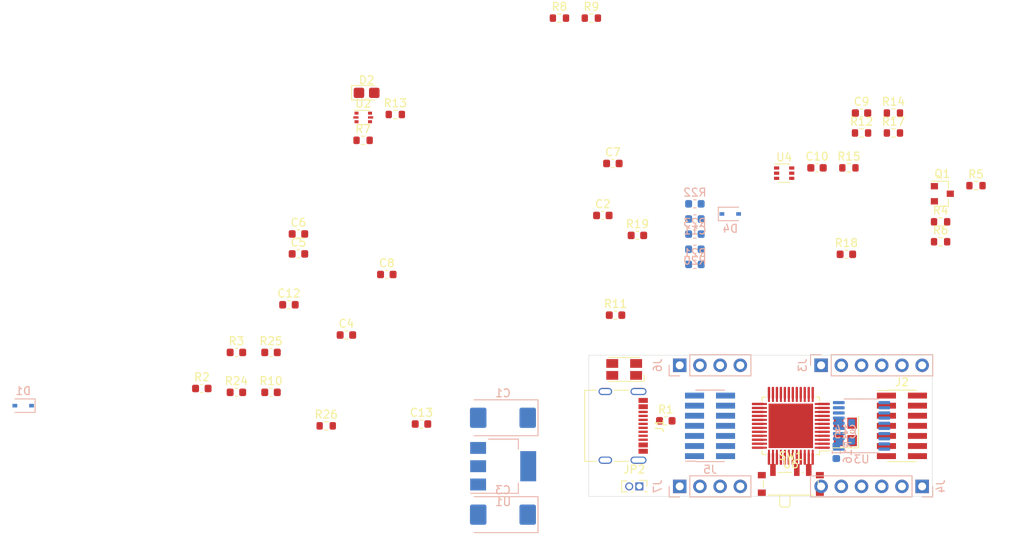
<source format=kicad_pcb>
(kicad_pcb (version 20171130) (host pcbnew "(5.1.9)-1")

  (general
    (thickness 1.6)
    (drawings 5)
    (tracks 0)
    (zones 0)
    (modules 62)
    (nets 86)
  )

  (page A4)
  (layers
    (0 F.Cu signal)
    (31 B.Cu signal)
    (32 B.Adhes user)
    (33 F.Adhes user)
    (34 B.Paste user)
    (35 F.Paste user)
    (36 B.SilkS user)
    (37 F.SilkS user)
    (38 B.Mask user)
    (39 F.Mask user)
    (40 Dwgs.User user)
    (41 Cmts.User user)
    (42 Eco1.User user)
    (43 Eco2.User user)
    (44 Edge.Cuts user)
    (45 Margin user)
    (46 B.CrtYd user)
    (47 F.CrtYd user)
    (48 B.Fab user)
    (49 F.Fab user)
  )

  (setup
    (last_trace_width 0.25)
    (trace_clearance 0.2)
    (zone_clearance 0.508)
    (zone_45_only no)
    (trace_min 0.2)
    (via_size 0.8)
    (via_drill 0.4)
    (via_min_size 0.4)
    (via_min_drill 0.3)
    (uvia_size 0.3)
    (uvia_drill 0.1)
    (uvias_allowed no)
    (uvia_min_size 0.2)
    (uvia_min_drill 0.1)
    (edge_width 0.05)
    (segment_width 0.2)
    (pcb_text_width 0.3)
    (pcb_text_size 1.5 1.5)
    (mod_edge_width 0.12)
    (mod_text_size 1 1)
    (mod_text_width 0.15)
    (pad_size 1 1)
    (pad_drill 0.65)
    (pad_to_mask_clearance 0.051)
    (solder_mask_min_width 0.25)
    (aux_axis_origin 0 0)
    (visible_elements 7FFFFFFF)
    (pcbplotparams
      (layerselection 0x010fc_ffffffff)
      (usegerberextensions false)
      (usegerberattributes false)
      (usegerberadvancedattributes false)
      (creategerberjobfile false)
      (excludeedgelayer true)
      (linewidth 0.100000)
      (plotframeref false)
      (viasonmask false)
      (mode 1)
      (useauxorigin false)
      (hpglpennumber 1)
      (hpglpenspeed 20)
      (hpglpendiameter 15.000000)
      (psnegative false)
      (psa4output false)
      (plotreference true)
      (plotvalue true)
      (plotinvisibletext false)
      (padsonsilk false)
      (subtractmaskfromsilk false)
      (outputformat 1)
      (mirror false)
      (drillshape 1)
      (scaleselection 1)
      (outputdirectory ""))
  )

  (net 0 "")
  (net 1 +3V3)
  (net 2 T_Vref)
  (net 3 "Net-(Q1-Pad2)")
  (net 4 "Net-(Q1-Pad1)")
  (net 5 VBUS)
  (net 6 "Self_RX(h)")
  (net 7 "T_VCP_TX(h)")
  (net 8 "T_VCP_RX(h)")
  (net 9 "T_NRST_SWD(h)")
  (net 10 "T_SWO(h)")
  (net 11 "T_SWDCLK(h)")
  (net 12 "T_SWDIO(h)")
  (net 13 "T_NRST_SWIM(h)")
  (net 14 "T_JTDI(h)")
  (net 15 BOOT_1)
  (net 16 OSC_IN)
  (net 17 SELF_NRST)
  (net 18 BOOT_0)
  (net 19 OSC_OUT)
  (net 20 AIN)
  (net 21 "Net-(D3-Pad2)")
  (net 22 STLINK_LED)
  (net 23 SWO)
  (net 24 SWDCLK)
  (net 25 SWDIO)
  (net 26 STLINK_USB_D+)
  (net 27 STLINK_USB_D-)
  (net 28 USB_RENUMn)
  (net 29 T_SWIM)
  (net 30 T_SWIM_IN)
  (net 31 T_NRST_SWIM)
  (net 32 T_NRST_SWIM_IN)
  (net 33 T_SWDIO)
  (net 34 T_SWDIO_IN)
  (net 35 T_NRST_SWD)
  (net 36 T_SWDCLK)
  (net 37 T_JTDI)
  (net 38 STLINK_RX)
  (net 39 STLINK_TX)
  (net 40 "Net-(D2-Pad1)")
  (net 41 "Net-(D3-Pad3)")
  (net 42 "T_SWIM(h)")
  (net 43 "Net-(D4-Pad1)")
  (net 44 "Net-(J1-PadB5)")
  (net 45 "Net-(J1-PadA8)")
  (net 46 "Net-(J1-PadA5)")
  (net 47 "Net-(J1-PadB8)")
  (net 48 "Net-(J2-Pad9)")
  (net 49 "Net-(J2-Pad2)")
  (net 50 "Net-(J2-Pad1)")
  (net 51 /D-)
  (net 52 /D+)
  (net 53 "Net-(U5-Pad40)")
  (net 54 "Net-(U5-Pad28)")
  (net 55 "Net-(U5-Pad19)")
  (net 56 "Net-(U5-Pad16)")
  (net 57 "Net-(U5-Pad14)")
  (net 58 "Net-(U5-Pad11)")
  (net 59 "Net-(U5-Pad4)")
  (net 60 Self_NRST)
  (net 61 +5V)
  (net 62 "Net-(J5-Pad11)")
  (net 63 "Net-(J5-Pad10)")
  (net 64 "Net-(J5-Pad9)")
  (net 65 Self_SWO)
  (net 66 Self_SWDCLK)
  (net 67 Self_SWDIO)
  (net 68 "Net-(J5-Pad2)")
  (net 69 "Net-(J5-Pad1)")
  (net 70 MCO)
  (net 71 T_MCO)
  (net 72 "Net-(R13-Pad2)")
  (net 73 Board_ID1)
  (net 74 Board_ID2)
  (net 75 "Net-(SW1-Pad3)")
  (net 76 "Net-(U3-Pad17)")
  (net 77 "Net-(U3-Pad4)")
  (net 78 "Net-(U6-Pad40)")
  (net 79 "Net-(U6-Pad28)")
  (net 80 "Net-(U6-Pad19)")
  (net 81 "Net-(U6-Pad16)")
  (net 82 "Net-(U6-Pad14)")
  (net 83 "Net-(U6-Pad11)")
  (net 84 "Net-(U6-Pad4)")
  (net 85 GND)

  (net_class Default "This is the default net class."
    (clearance 0.2)
    (trace_width 0.25)
    (via_dia 0.8)
    (via_drill 0.4)
    (uvia_dia 0.3)
    (uvia_drill 0.1)
    (add_net +3V3)
    (add_net +5V)
    (add_net /D+)
    (add_net /D-)
    (add_net AIN)
    (add_net BOOT_0)
    (add_net BOOT_1)
    (add_net Board_ID1)
    (add_net Board_ID2)
    (add_net GND)
    (add_net MCO)
    (add_net "Net-(D2-Pad1)")
    (add_net "Net-(D3-Pad2)")
    (add_net "Net-(D3-Pad3)")
    (add_net "Net-(D4-Pad1)")
    (add_net "Net-(J1-PadA5)")
    (add_net "Net-(J1-PadA8)")
    (add_net "Net-(J1-PadB5)")
    (add_net "Net-(J1-PadB8)")
    (add_net "Net-(J2-Pad1)")
    (add_net "Net-(J2-Pad2)")
    (add_net "Net-(J2-Pad9)")
    (add_net "Net-(J5-Pad1)")
    (add_net "Net-(J5-Pad10)")
    (add_net "Net-(J5-Pad11)")
    (add_net "Net-(J5-Pad2)")
    (add_net "Net-(J5-Pad9)")
    (add_net "Net-(Q1-Pad1)")
    (add_net "Net-(Q1-Pad2)")
    (add_net "Net-(R13-Pad2)")
    (add_net "Net-(SW1-Pad3)")
    (add_net "Net-(U3-Pad17)")
    (add_net "Net-(U3-Pad4)")
    (add_net "Net-(U5-Pad11)")
    (add_net "Net-(U5-Pad14)")
    (add_net "Net-(U5-Pad16)")
    (add_net "Net-(U5-Pad19)")
    (add_net "Net-(U5-Pad28)")
    (add_net "Net-(U5-Pad4)")
    (add_net "Net-(U5-Pad40)")
    (add_net "Net-(U6-Pad11)")
    (add_net "Net-(U6-Pad14)")
    (add_net "Net-(U6-Pad16)")
    (add_net "Net-(U6-Pad19)")
    (add_net "Net-(U6-Pad28)")
    (add_net "Net-(U6-Pad4)")
    (add_net "Net-(U6-Pad40)")
    (add_net OSC_IN)
    (add_net OSC_OUT)
    (add_net SELF_NRST)
    (add_net STLINK_LED)
    (add_net STLINK_RX)
    (add_net STLINK_TX)
    (add_net STLINK_USB_D+)
    (add_net STLINK_USB_D-)
    (add_net SWDCLK)
    (add_net SWDIO)
    (add_net SWO)
    (add_net Self_NRST)
    (add_net "Self_RX(h)")
    (add_net Self_SWDCLK)
    (add_net Self_SWDIO)
    (add_net Self_SWO)
    (add_net T_JTDI)
    (add_net "T_JTDI(h)")
    (add_net T_MCO)
    (add_net T_NRST_SWD)
    (add_net "T_NRST_SWD(h)")
    (add_net T_NRST_SWIM)
    (add_net "T_NRST_SWIM(h)")
    (add_net T_NRST_SWIM_IN)
    (add_net T_SWDCLK)
    (add_net "T_SWDCLK(h)")
    (add_net T_SWDIO)
    (add_net "T_SWDIO(h)")
    (add_net T_SWDIO_IN)
    (add_net T_SWIM)
    (add_net "T_SWIM(h)")
    (add_net T_SWIM_IN)
    (add_net "T_SWO(h)")
    (add_net "T_VCP_RX(h)")
    (add_net "T_VCP_TX(h)")
    (add_net T_Vref)
    (add_net USB_RENUMn)
    (add_net VBUS)
  )

  (module Resistor_SMD:R_0603_1608Metric (layer F.Cu) (tedit 5F68FEEE) (tstamp 6047E8C9)
    (at 173.99 116.84)
    (descr "Resistor SMD 0603 (1608 Metric), square (rectangular) end terminal, IPC_7351 nominal, (Body size source: IPC-SM-782 page 72, https://www.pcb-3d.com/wordpress/wp-content/uploads/ipc-sm-782a_amendment_1_and_2.pdf), generated with kicad-footprint-generator")
    (tags resistor)
    (path /6074DE75)
    (attr smd)
    (fp_text reference R26 (at 0 -1.43) (layer F.SilkS)
      (effects (font (size 1 1) (thickness 0.15)))
    )
    (fp_text value 100K (at 0 1.43) (layer F.Fab)
      (effects (font (size 1 1) (thickness 0.15)))
    )
    (fp_line (start 1.48 0.73) (end -1.48 0.73) (layer F.CrtYd) (width 0.05))
    (fp_line (start 1.48 -0.73) (end 1.48 0.73) (layer F.CrtYd) (width 0.05))
    (fp_line (start -1.48 -0.73) (end 1.48 -0.73) (layer F.CrtYd) (width 0.05))
    (fp_line (start -1.48 0.73) (end -1.48 -0.73) (layer F.CrtYd) (width 0.05))
    (fp_line (start -0.237258 0.5225) (end 0.237258 0.5225) (layer F.SilkS) (width 0.12))
    (fp_line (start -0.237258 -0.5225) (end 0.237258 -0.5225) (layer F.SilkS) (width 0.12))
    (fp_line (start 0.8 0.4125) (end -0.8 0.4125) (layer F.Fab) (width 0.1))
    (fp_line (start 0.8 -0.4125) (end 0.8 0.4125) (layer F.Fab) (width 0.1))
    (fp_line (start -0.8 -0.4125) (end 0.8 -0.4125) (layer F.Fab) (width 0.1))
    (fp_line (start -0.8 0.4125) (end -0.8 -0.4125) (layer F.Fab) (width 0.1))
    (fp_text user %R (at 0 0) (layer F.Fab)
      (effects (font (size 0.4 0.4) (thickness 0.06)))
    )
    (pad 2 smd roundrect (at 0.825 0) (size 0.8 0.95) (layers F.Cu F.Paste F.Mask) (roundrect_rratio 0.25)
      (net 85 GND))
    (pad 1 smd roundrect (at -0.825 0) (size 0.8 0.95) (layers F.Cu F.Paste F.Mask) (roundrect_rratio 0.25)
      (net 15 BOOT_1))
    (model ${KISYS3DMOD}/Resistor_SMD.3dshapes/R_0603_1608Metric.wrl
      (at (xyz 0 0 0))
      (scale (xyz 1 1 1))
      (rotate (xyz 0 0 0))
    )
  )

  (module Package_TO_SOT_SMD:SOT-363_SC-70-6 (layer F.Cu) (tedit 5A02FF57) (tstamp 6047D1B7)
    (at 231.57 85.04)
    (descr "SOT-363, SC-70-6")
    (tags "SOT-363 SC-70-6")
    (path /604AD2CE)
    (attr smd)
    (fp_text reference U4 (at 0 -2) (layer F.SilkS)
      (effects (font (size 1 1) (thickness 0.15)))
    )
    (fp_text value 74LVC2G07 (at 0 2 180) (layer F.Fab)
      (effects (font (size 1 1) (thickness 0.15)))
    )
    (fp_line (start -0.175 -1.1) (end -0.675 -0.6) (layer F.Fab) (width 0.1))
    (fp_line (start 0.675 1.1) (end -0.675 1.1) (layer F.Fab) (width 0.1))
    (fp_line (start 0.675 -1.1) (end 0.675 1.1) (layer F.Fab) (width 0.1))
    (fp_line (start -1.6 1.4) (end 1.6 1.4) (layer F.CrtYd) (width 0.05))
    (fp_line (start -0.675 -0.6) (end -0.675 1.1) (layer F.Fab) (width 0.1))
    (fp_line (start 0.675 -1.1) (end -0.175 -1.1) (layer F.Fab) (width 0.1))
    (fp_line (start -1.6 -1.4) (end 1.6 -1.4) (layer F.CrtYd) (width 0.05))
    (fp_line (start -1.6 -1.4) (end -1.6 1.4) (layer F.CrtYd) (width 0.05))
    (fp_line (start 1.6 1.4) (end 1.6 -1.4) (layer F.CrtYd) (width 0.05))
    (fp_line (start -0.7 1.16) (end 0.7 1.16) (layer F.SilkS) (width 0.12))
    (fp_line (start 0.7 -1.16) (end -1.2 -1.16) (layer F.SilkS) (width 0.12))
    (fp_text user %R (at 0 0 90) (layer F.Fab)
      (effects (font (size 0.5 0.5) (thickness 0.075)))
    )
    (pad 6 smd rect (at 0.95 -0.65) (size 0.65 0.4) (layers F.Cu F.Paste F.Mask)
      (net 9 "T_NRST_SWD(h)"))
    (pad 4 smd rect (at 0.95 0.65) (size 0.65 0.4) (layers F.Cu F.Paste F.Mask)
      (net 13 "T_NRST_SWIM(h)"))
    (pad 2 smd rect (at -0.95 0) (size 0.65 0.4) (layers F.Cu F.Paste F.Mask)
      (net 85 GND))
    (pad 5 smd rect (at 0.95 0) (size 0.65 0.4) (layers F.Cu F.Paste F.Mask)
      (net 1 +3V3))
    (pad 3 smd rect (at -0.95 0.65) (size 0.65 0.4) (layers F.Cu F.Paste F.Mask)
      (net 31 T_NRST_SWIM))
    (pad 1 smd rect (at -0.95 -0.65) (size 0.65 0.4) (layers F.Cu F.Paste F.Mask)
      (net 35 T_NRST_SWD))
    (model ${KISYS3DMOD}/Package_TO_SOT_SMD.3dshapes/SOT-363_SC-70-6.wrl
      (at (xyz 0 0 0))
      (scale (xyz 1 1 1))
      (rotate (xyz 0 0 0))
    )
  )

  (module Button_Switch_SMD:SW_SPDT_PCM12 (layer F.Cu) (tedit 5A02FC95) (tstamp 6047D103)
    (at 232.41 123.825)
    (descr "Ultraminiature Surface Mount Slide Switch, right-angle, https://www.ckswitches.com/media/1424/pcm.pdf")
    (path /60722119)
    (attr smd)
    (fp_text reference SW1 (at 0 -3.2) (layer F.SilkS)
      (effects (font (size 1 1) (thickness 0.15)))
    )
    (fp_text value "Power Ext" (at 0 4.25) (layer F.Fab)
      (effects (font (size 1 1) (thickness 0.15)))
    )
    (fp_line (start 3.45 0.72) (end 3.45 -0.07) (layer F.SilkS) (width 0.12))
    (fp_line (start -3.45 -0.07) (end -3.45 0.72) (layer F.SilkS) (width 0.12))
    (fp_line (start -1.6 -1.12) (end 0.1 -1.12) (layer F.SilkS) (width 0.12))
    (fp_line (start -2.85 1.73) (end 2.85 1.73) (layer F.SilkS) (width 0.12))
    (fp_line (start -0.1 3.02) (end -0.1 1.73) (layer F.SilkS) (width 0.12))
    (fp_line (start -1.2 3.23) (end -0.3 3.23) (layer F.SilkS) (width 0.12))
    (fp_line (start -1.4 1.73) (end -1.4 3.02) (layer F.SilkS) (width 0.12))
    (fp_line (start -0.1 3.02) (end -0.3 3.23) (layer F.SilkS) (width 0.12))
    (fp_line (start -1.4 3.02) (end -1.2 3.23) (layer F.SilkS) (width 0.12))
    (fp_line (start -4.4 2.1) (end -4.4 -2.45) (layer F.CrtYd) (width 0.05))
    (fp_line (start -1.65 2.1) (end -4.4 2.1) (layer F.CrtYd) (width 0.05))
    (fp_line (start -1.65 3.4) (end -1.65 2.1) (layer F.CrtYd) (width 0.05))
    (fp_line (start 1.65 3.4) (end -1.65 3.4) (layer F.CrtYd) (width 0.05))
    (fp_line (start 1.65 2.1) (end 1.65 3.4) (layer F.CrtYd) (width 0.05))
    (fp_line (start 4.4 2.1) (end 1.65 2.1) (layer F.CrtYd) (width 0.05))
    (fp_line (start 4.4 -2.45) (end 4.4 2.1) (layer F.CrtYd) (width 0.05))
    (fp_line (start -4.4 -2.45) (end 4.4 -2.45) (layer F.CrtYd) (width 0.05))
    (fp_line (start 1.4 -1.12) (end 1.6 -1.12) (layer F.SilkS) (width 0.12))
    (fp_line (start 3.35 -1) (end -3.35 -1) (layer F.Fab) (width 0.1))
    (fp_line (start 3.35 1.6) (end 3.35 -1) (layer F.Fab) (width 0.1))
    (fp_line (start -3.35 1.6) (end 3.35 1.6) (layer F.Fab) (width 0.1))
    (fp_line (start -3.35 -1) (end -3.35 1.6) (layer F.Fab) (width 0.1))
    (fp_line (start -0.1 2.9) (end -0.1 1.6) (layer F.Fab) (width 0.1))
    (fp_line (start -0.15 2.95) (end -0.1 2.9) (layer F.Fab) (width 0.1))
    (fp_line (start -0.35 3.15) (end -0.15 2.95) (layer F.Fab) (width 0.1))
    (fp_line (start -1.2 3.15) (end -0.35 3.15) (layer F.Fab) (width 0.1))
    (fp_line (start -1.4 2.95) (end -1.2 3.15) (layer F.Fab) (width 0.1))
    (fp_line (start -1.4 1.65) (end -1.4 2.95) (layer F.Fab) (width 0.1))
    (fp_text user %R (at 0 -3.2) (layer F.Fab)
      (effects (font (size 1 1) (thickness 0.15)))
    )
    (pad "" smd rect (at -3.65 -0.78) (size 1 0.8) (layers F.Cu F.Paste F.Mask))
    (pad "" smd rect (at 3.65 -0.78) (size 1 0.8) (layers F.Cu F.Paste F.Mask))
    (pad "" smd rect (at 3.65 1.43) (size 1 0.8) (layers F.Cu F.Paste F.Mask))
    (pad "" smd rect (at -3.65 1.43) (size 1 0.8) (layers F.Cu F.Paste F.Mask))
    (pad 3 smd rect (at 2.25 -1.43) (size 0.7 1.5) (layers F.Cu F.Paste F.Mask)
      (net 75 "Net-(SW1-Pad3)"))
    (pad 2 smd rect (at 0.75 -1.43) (size 0.7 1.5) (layers F.Cu F.Paste F.Mask)
      (net 2 T_Vref))
    (pad 1 smd rect (at -2.25 -1.43) (size 0.7 1.5) (layers F.Cu F.Paste F.Mask)
      (net 1 +3V3))
    (pad "" np_thru_hole circle (at 1.5 0.33) (size 0.9 0.9) (drill 0.9) (layers *.Cu *.Mask))
    (pad "" np_thru_hole circle (at -1.5 0.33) (size 0.9 0.9) (drill 0.9) (layers *.Cu *.Mask))
    (model ${KISYS3DMOD}/Button_Switch_SMD.3dshapes/SW_SPDT_PCM12.wrl
      (at (xyz 0 0 0))
      (scale (xyz 1 1 1))
      (rotate (xyz 0 0 0))
    )
  )

  (module Resistor_SMD:R_0603_1608Metric (layer F.Cu) (tedit 5F68FEEE) (tstamp 6047D049)
    (at 245.31 79.98)
    (descr "Resistor SMD 0603 (1608 Metric), square (rectangular) end terminal, IPC_7351 nominal, (Body size source: IPC-SM-782 page 72, https://www.pcb-3d.com/wordpress/wp-content/uploads/ipc-sm-782a_amendment_1_and_2.pdf), generated with kicad-footprint-generator")
    (tags resistor)
    (path /60579435)
    (attr smd)
    (fp_text reference R17 (at 0 -1.43) (layer F.SilkS)
      (effects (font (size 1 1) (thickness 0.15)))
    )
    (fp_text value 10K (at 0 1.43) (layer F.Fab)
      (effects (font (size 1 1) (thickness 0.15)))
    )
    (fp_line (start 1.48 0.73) (end -1.48 0.73) (layer F.CrtYd) (width 0.05))
    (fp_line (start 1.48 -0.73) (end 1.48 0.73) (layer F.CrtYd) (width 0.05))
    (fp_line (start -1.48 -0.73) (end 1.48 -0.73) (layer F.CrtYd) (width 0.05))
    (fp_line (start -1.48 0.73) (end -1.48 -0.73) (layer F.CrtYd) (width 0.05))
    (fp_line (start -0.237258 0.5225) (end 0.237258 0.5225) (layer F.SilkS) (width 0.12))
    (fp_line (start -0.237258 -0.5225) (end 0.237258 -0.5225) (layer F.SilkS) (width 0.12))
    (fp_line (start 0.8 0.4125) (end -0.8 0.4125) (layer F.Fab) (width 0.1))
    (fp_line (start 0.8 -0.4125) (end 0.8 0.4125) (layer F.Fab) (width 0.1))
    (fp_line (start -0.8 -0.4125) (end 0.8 -0.4125) (layer F.Fab) (width 0.1))
    (fp_line (start -0.8 0.4125) (end -0.8 -0.4125) (layer F.Fab) (width 0.1))
    (fp_text user %R (at 0 0) (layer F.Fab)
      (effects (font (size 0.4 0.4) (thickness 0.06)))
    )
    (pad 2 smd roundrect (at 0.825 0) (size 0.8 0.95) (layers F.Cu F.Paste F.Mask) (roundrect_rratio 0.25)
      (net 74 Board_ID2))
    (pad 1 smd roundrect (at -0.825 0) (size 0.8 0.95) (layers F.Cu F.Paste F.Mask) (roundrect_rratio 0.25)
      (net 85 GND))
    (model ${KISYS3DMOD}/Resistor_SMD.3dshapes/R_0603_1608Metric.wrl
      (at (xyz 0 0 0))
      (scale (xyz 1 1 1))
      (rotate (xyz 0 0 0))
    )
  )

  (module Resistor_SMD:R_0603_1608Metric (layer F.Cu) (tedit 5F68FEEE) (tstamp 6047D028)
    (at 239.71 84.37)
    (descr "Resistor SMD 0603 (1608 Metric), square (rectangular) end terminal, IPC_7351 nominal, (Body size source: IPC-SM-782 page 72, https://www.pcb-3d.com/wordpress/wp-content/uploads/ipc-sm-782a_amendment_1_and_2.pdf), generated with kicad-footprint-generator")
    (tags resistor)
    (path /60499006)
    (attr smd)
    (fp_text reference R15 (at 0 -1.43) (layer F.SilkS)
      (effects (font (size 1 1) (thickness 0.15)))
    )
    (fp_text value 100K (at 0 1.43) (layer F.Fab)
      (effects (font (size 1 1) (thickness 0.15)))
    )
    (fp_line (start 1.48 0.73) (end -1.48 0.73) (layer F.CrtYd) (width 0.05))
    (fp_line (start 1.48 -0.73) (end 1.48 0.73) (layer F.CrtYd) (width 0.05))
    (fp_line (start -1.48 -0.73) (end 1.48 -0.73) (layer F.CrtYd) (width 0.05))
    (fp_line (start -1.48 0.73) (end -1.48 -0.73) (layer F.CrtYd) (width 0.05))
    (fp_line (start -0.237258 0.5225) (end 0.237258 0.5225) (layer F.SilkS) (width 0.12))
    (fp_line (start -0.237258 -0.5225) (end 0.237258 -0.5225) (layer F.SilkS) (width 0.12))
    (fp_line (start 0.8 0.4125) (end -0.8 0.4125) (layer F.Fab) (width 0.1))
    (fp_line (start 0.8 -0.4125) (end 0.8 0.4125) (layer F.Fab) (width 0.1))
    (fp_line (start -0.8 -0.4125) (end 0.8 -0.4125) (layer F.Fab) (width 0.1))
    (fp_line (start -0.8 0.4125) (end -0.8 -0.4125) (layer F.Fab) (width 0.1))
    (fp_text user %R (at 0 0) (layer F.Fab)
      (effects (font (size 0.4 0.4) (thickness 0.06)))
    )
    (pad 2 smd roundrect (at 0.825 0) (size 0.8 0.95) (layers F.Cu F.Paste F.Mask) (roundrect_rratio 0.25)
      (net 31 T_NRST_SWIM))
    (pad 1 smd roundrect (at -0.825 0) (size 0.8 0.95) (layers F.Cu F.Paste F.Mask) (roundrect_rratio 0.25)
      (net 1 +3V3))
    (model ${KISYS3DMOD}/Resistor_SMD.3dshapes/R_0603_1608Metric.wrl
      (at (xyz 0 0 0))
      (scale (xyz 1 1 1))
      (rotate (xyz 0 0 0))
    )
  )

  (module Resistor_SMD:R_0603_1608Metric (layer F.Cu) (tedit 5F68FEEE) (tstamp 6047D017)
    (at 245.31 77.47)
    (descr "Resistor SMD 0603 (1608 Metric), square (rectangular) end terminal, IPC_7351 nominal, (Body size source: IPC-SM-782 page 72, https://www.pcb-3d.com/wordpress/wp-content/uploads/ipc-sm-782a_amendment_1_and_2.pdf), generated with kicad-footprint-generator")
    (tags resistor)
    (path /604FEF8C)
    (attr smd)
    (fp_text reference R14 (at 0 -1.43) (layer F.SilkS)
      (effects (font (size 1 1) (thickness 0.15)))
    )
    (fp_text value 100K (at 0 1.43) (layer F.Fab)
      (effects (font (size 1 1) (thickness 0.15)))
    )
    (fp_line (start 1.48 0.73) (end -1.48 0.73) (layer F.CrtYd) (width 0.05))
    (fp_line (start 1.48 -0.73) (end 1.48 0.73) (layer F.CrtYd) (width 0.05))
    (fp_line (start -1.48 -0.73) (end 1.48 -0.73) (layer F.CrtYd) (width 0.05))
    (fp_line (start -1.48 0.73) (end -1.48 -0.73) (layer F.CrtYd) (width 0.05))
    (fp_line (start -0.237258 0.5225) (end 0.237258 0.5225) (layer F.SilkS) (width 0.12))
    (fp_line (start -0.237258 -0.5225) (end 0.237258 -0.5225) (layer F.SilkS) (width 0.12))
    (fp_line (start 0.8 0.4125) (end -0.8 0.4125) (layer F.Fab) (width 0.1))
    (fp_line (start 0.8 -0.4125) (end 0.8 0.4125) (layer F.Fab) (width 0.1))
    (fp_line (start -0.8 -0.4125) (end 0.8 -0.4125) (layer F.Fab) (width 0.1))
    (fp_line (start -0.8 0.4125) (end -0.8 -0.4125) (layer F.Fab) (width 0.1))
    (fp_text user %R (at 0 0) (layer F.Fab)
      (effects (font (size 0.4 0.4) (thickness 0.06)))
    )
    (pad 2 smd roundrect (at 0.825 0) (size 0.8 0.95) (layers F.Cu F.Paste F.Mask) (roundrect_rratio 0.25)
      (net 35 T_NRST_SWD))
    (pad 1 smd roundrect (at -0.825 0) (size 0.8 0.95) (layers F.Cu F.Paste F.Mask) (roundrect_rratio 0.25)
      (net 1 +3V3))
    (model ${KISYS3DMOD}/Resistor_SMD.3dshapes/R_0603_1608Metric.wrl
      (at (xyz 0 0 0))
      (scale (xyz 1 1 1))
      (rotate (xyz 0 0 0))
    )
  )

  (module Resistor_SMD:R_0603_1608Metric (layer F.Cu) (tedit 5F68FEEE) (tstamp 6047CFF6)
    (at 241.3 79.98)
    (descr "Resistor SMD 0603 (1608 Metric), square (rectangular) end terminal, IPC_7351 nominal, (Body size source: IPC-SM-782 page 72, https://www.pcb-3d.com/wordpress/wp-content/uploads/ipc-sm-782a_amendment_1_and_2.pdf), generated with kicad-footprint-generator")
    (tags resistor)
    (path /605C4071)
    (attr smd)
    (fp_text reference R12 (at 0 -1.43) (layer F.SilkS)
      (effects (font (size 1 1) (thickness 0.15)))
    )
    (fp_text value 100R (at 0 1.43) (layer F.Fab)
      (effects (font (size 1 1) (thickness 0.15)))
    )
    (fp_line (start 1.48 0.73) (end -1.48 0.73) (layer F.CrtYd) (width 0.05))
    (fp_line (start 1.48 -0.73) (end 1.48 0.73) (layer F.CrtYd) (width 0.05))
    (fp_line (start -1.48 -0.73) (end 1.48 -0.73) (layer F.CrtYd) (width 0.05))
    (fp_line (start -1.48 0.73) (end -1.48 -0.73) (layer F.CrtYd) (width 0.05))
    (fp_line (start -0.237258 0.5225) (end 0.237258 0.5225) (layer F.SilkS) (width 0.12))
    (fp_line (start -0.237258 -0.5225) (end 0.237258 -0.5225) (layer F.SilkS) (width 0.12))
    (fp_line (start 0.8 0.4125) (end -0.8 0.4125) (layer F.Fab) (width 0.1))
    (fp_line (start 0.8 -0.4125) (end 0.8 0.4125) (layer F.Fab) (width 0.1))
    (fp_line (start -0.8 -0.4125) (end 0.8 -0.4125) (layer F.Fab) (width 0.1))
    (fp_line (start -0.8 0.4125) (end -0.8 -0.4125) (layer F.Fab) (width 0.1))
    (fp_text user %R (at 0 0) (layer F.Fab)
      (effects (font (size 0.4 0.4) (thickness 0.06)))
    )
    (pad 2 smd roundrect (at 0.825 0) (size 0.8 0.95) (layers F.Cu F.Paste F.Mask) (roundrect_rratio 0.25)
      (net 70 MCO))
    (pad 1 smd roundrect (at -0.825 0) (size 0.8 0.95) (layers F.Cu F.Paste F.Mask) (roundrect_rratio 0.25)
      (net 71 T_MCO))
    (model ${KISYS3DMOD}/Resistor_SMD.3dshapes/R_0603_1608Metric.wrl
      (at (xyz 0 0 0))
      (scale (xyz 1 1 1))
      (rotate (xyz 0 0 0))
    )
  )

  (module Capacitor_SMD:C_0603_1608Metric (layer F.Cu) (tedit 5F68FEEE) (tstamp 6047CB7E)
    (at 235.7 84.37)
    (descr "Capacitor SMD 0603 (1608 Metric), square (rectangular) end terminal, IPC_7351 nominal, (Body size source: IPC-SM-782 page 76, https://www.pcb-3d.com/wordpress/wp-content/uploads/ipc-sm-782a_amendment_1_and_2.pdf), generated with kicad-footprint-generator")
    (tags capacitor)
    (path /6048578E)
    (attr smd)
    (fp_text reference C10 (at 0 -1.43) (layer F.SilkS)
      (effects (font (size 1 1) (thickness 0.15)))
    )
    (fp_text value 100nF (at 0 1.43) (layer F.Fab)
      (effects (font (size 1 1) (thickness 0.15)))
    )
    (fp_line (start 1.48 0.73) (end -1.48 0.73) (layer F.CrtYd) (width 0.05))
    (fp_line (start 1.48 -0.73) (end 1.48 0.73) (layer F.CrtYd) (width 0.05))
    (fp_line (start -1.48 -0.73) (end 1.48 -0.73) (layer F.CrtYd) (width 0.05))
    (fp_line (start -1.48 0.73) (end -1.48 -0.73) (layer F.CrtYd) (width 0.05))
    (fp_line (start -0.14058 0.51) (end 0.14058 0.51) (layer F.SilkS) (width 0.12))
    (fp_line (start -0.14058 -0.51) (end 0.14058 -0.51) (layer F.SilkS) (width 0.12))
    (fp_line (start 0.8 0.4) (end -0.8 0.4) (layer F.Fab) (width 0.1))
    (fp_line (start 0.8 -0.4) (end 0.8 0.4) (layer F.Fab) (width 0.1))
    (fp_line (start -0.8 -0.4) (end 0.8 -0.4) (layer F.Fab) (width 0.1))
    (fp_line (start -0.8 0.4) (end -0.8 -0.4) (layer F.Fab) (width 0.1))
    (fp_text user %R (at 0 0) (layer F.Fab)
      (effects (font (size 0.4 0.4) (thickness 0.06)))
    )
    (pad 2 smd roundrect (at 0.775 0) (size 0.9 0.95) (layers F.Cu F.Paste F.Mask) (roundrect_rratio 0.25)
      (net 1 +3V3))
    (pad 1 smd roundrect (at -0.775 0) (size 0.9 0.95) (layers F.Cu F.Paste F.Mask) (roundrect_rratio 0.25)
      (net 85 GND))
    (model ${KISYS3DMOD}/Capacitor_SMD.3dshapes/C_0603_1608Metric.wrl
      (at (xyz 0 0 0))
      (scale (xyz 1 1 1))
      (rotate (xyz 0 0 0))
    )
  )

  (module Capacitor_SMD:C_0603_1608Metric (layer F.Cu) (tedit 5F68FEEE) (tstamp 6047CB6D)
    (at 241.3 77.47)
    (descr "Capacitor SMD 0603 (1608 Metric), square (rectangular) end terminal, IPC_7351 nominal, (Body size source: IPC-SM-782 page 76, https://www.pcb-3d.com/wordpress/wp-content/uploads/ipc-sm-782a_amendment_1_and_2.pdf), generated with kicad-footprint-generator")
    (tags capacitor)
    (path /605EF86B)
    (attr smd)
    (fp_text reference C9 (at 0 -1.43) (layer F.SilkS)
      (effects (font (size 1 1) (thickness 0.15)))
    )
    (fp_text value 100nF (at 0 1.43) (layer F.Fab)
      (effects (font (size 1 1) (thickness 0.15)))
    )
    (fp_line (start 1.48 0.73) (end -1.48 0.73) (layer F.CrtYd) (width 0.05))
    (fp_line (start 1.48 -0.73) (end 1.48 0.73) (layer F.CrtYd) (width 0.05))
    (fp_line (start -1.48 -0.73) (end 1.48 -0.73) (layer F.CrtYd) (width 0.05))
    (fp_line (start -1.48 0.73) (end -1.48 -0.73) (layer F.CrtYd) (width 0.05))
    (fp_line (start -0.14058 0.51) (end 0.14058 0.51) (layer F.SilkS) (width 0.12))
    (fp_line (start -0.14058 -0.51) (end 0.14058 -0.51) (layer F.SilkS) (width 0.12))
    (fp_line (start 0.8 0.4) (end -0.8 0.4) (layer F.Fab) (width 0.1))
    (fp_line (start 0.8 -0.4) (end 0.8 0.4) (layer F.Fab) (width 0.1))
    (fp_line (start -0.8 -0.4) (end 0.8 -0.4) (layer F.Fab) (width 0.1))
    (fp_line (start -0.8 0.4) (end -0.8 -0.4) (layer F.Fab) (width 0.1))
    (fp_text user %R (at 0 0) (layer F.Fab)
      (effects (font (size 0.4 0.4) (thickness 0.06)))
    )
    (pad 2 smd roundrect (at 0.775 0) (size 0.9 0.95) (layers F.Cu F.Paste F.Mask) (roundrect_rratio 0.25)
      (net 85 GND))
    (pad 1 smd roundrect (at -0.775 0) (size 0.9 0.95) (layers F.Cu F.Paste F.Mask) (roundrect_rratio 0.25)
      (net 5 VBUS))
    (model ${KISYS3DMOD}/Capacitor_SMD.3dshapes/C_0603_1608Metric.wrl
      (at (xyz 0 0 0))
      (scale (xyz 1 1 1))
      (rotate (xyz 0 0 0))
    )
  )

  (module Package_SO:TSSOP-20_4.4x6.5mm_P0.65mm (layer B.Cu) (tedit 5E476F32) (tstamp 5FCCD95D)
    (at 241.3 116.84)
    (descr "TSSOP, 20 Pin (JEDEC MO-153 Var AC https://www.jedec.org/document_search?search_api_views_fulltext=MO-153), generated with kicad-footprint-generator ipc_gullwing_generator.py")
    (tags "TSSOP SO")
    (path /5FD1E258)
    (attr smd)
    (fp_text reference U3 (at 0 4.2) (layer B.SilkS)
      (effects (font (size 1 1) (thickness 0.15)) (justify mirror))
    )
    (fp_text value TXS0108EPW (at 0 -4.2) (layer B.Fab)
      (effects (font (size 1 1) (thickness 0.15)) (justify mirror))
    )
    (fp_line (start 0 -3.385) (end 2.2 -3.385) (layer B.SilkS) (width 0.12))
    (fp_line (start 0 -3.385) (end -2.2 -3.385) (layer B.SilkS) (width 0.12))
    (fp_line (start 0 3.385) (end 2.2 3.385) (layer B.SilkS) (width 0.12))
    (fp_line (start 0 3.385) (end -3.6 3.385) (layer B.SilkS) (width 0.12))
    (fp_line (start -1.2 3.25) (end 2.2 3.25) (layer B.Fab) (width 0.1))
    (fp_line (start 2.2 3.25) (end 2.2 -3.25) (layer B.Fab) (width 0.1))
    (fp_line (start 2.2 -3.25) (end -2.2 -3.25) (layer B.Fab) (width 0.1))
    (fp_line (start -2.2 -3.25) (end -2.2 2.25) (layer B.Fab) (width 0.1))
    (fp_line (start -2.2 2.25) (end -1.2 3.25) (layer B.Fab) (width 0.1))
    (fp_line (start -3.85 3.5) (end -3.85 -3.5) (layer B.CrtYd) (width 0.05))
    (fp_line (start -3.85 -3.5) (end 3.85 -3.5) (layer B.CrtYd) (width 0.05))
    (fp_line (start 3.85 -3.5) (end 3.85 3.5) (layer B.CrtYd) (width 0.05))
    (fp_line (start 3.85 3.5) (end -3.85 3.5) (layer B.CrtYd) (width 0.05))
    (fp_text user %R (at 0 0) (layer B.Fab)
      (effects (font (size 1 1) (thickness 0.15)) (justify mirror))
    )
    (pad 20 smd roundrect (at 2.8625 2.925) (size 1.475 0.4) (layers B.Cu B.Paste B.Mask) (roundrect_rratio 0.25)
      (net 36 T_SWDCLK))
    (pad 19 smd roundrect (at 2.8625 2.275) (size 1.475 0.4) (layers B.Cu B.Paste B.Mask) (roundrect_rratio 0.25)
      (net 1 +3V3))
    (pad 18 smd roundrect (at 2.8625 1.625) (size 1.475 0.4) (layers B.Cu B.Paste B.Mask) (roundrect_rratio 0.25)
      (net 33 T_SWDIO))
    (pad 17 smd roundrect (at 2.8625 0.975) (size 1.475 0.4) (layers B.Cu B.Paste B.Mask) (roundrect_rratio 0.25)
      (net 76 "Net-(U3-Pad17)"))
    (pad 16 smd roundrect (at 2.8625 0.325) (size 1.475 0.4) (layers B.Cu B.Paste B.Mask) (roundrect_rratio 0.25)
      (net 6 "Self_RX(h)"))
    (pad 15 smd roundrect (at 2.8625 -0.325) (size 1.475 0.4) (layers B.Cu B.Paste B.Mask) (roundrect_rratio 0.25)
      (net 38 STLINK_RX))
    (pad 14 smd roundrect (at 2.8625 -0.975) (size 1.475 0.4) (layers B.Cu B.Paste B.Mask) (roundrect_rratio 0.25)
      (net 39 STLINK_TX))
    (pad 13 smd roundrect (at 2.8625 -1.625) (size 1.475 0.4) (layers B.Cu B.Paste B.Mask) (roundrect_rratio 0.25)
      (net 37 T_JTDI))
    (pad 12 smd roundrect (at 2.8625 -2.275) (size 1.475 0.4) (layers B.Cu B.Paste B.Mask) (roundrect_rratio 0.25)
      (net 29 T_SWIM))
    (pad 11 smd roundrect (at 2.8625 -2.925) (size 1.475 0.4) (layers B.Cu B.Paste B.Mask) (roundrect_rratio 0.25)
      (net 85 GND))
    (pad 10 smd roundrect (at -2.8625 -2.925) (size 1.475 0.4) (layers B.Cu B.Paste B.Mask) (roundrect_rratio 0.25)
      (net 72 "Net-(R13-Pad2)"))
    (pad 9 smd roundrect (at -2.8625 -2.275) (size 1.475 0.4) (layers B.Cu B.Paste B.Mask) (roundrect_rratio 0.25)
      (net 42 "T_SWIM(h)"))
    (pad 8 smd roundrect (at -2.8625 -1.625) (size 1.475 0.4) (layers B.Cu B.Paste B.Mask) (roundrect_rratio 0.25)
      (net 14 "T_JTDI(h)"))
    (pad 7 smd roundrect (at -2.8625 -0.975) (size 1.475 0.4) (layers B.Cu B.Paste B.Mask) (roundrect_rratio 0.25)
      (net 8 "T_VCP_RX(h)"))
    (pad 6 smd roundrect (at -2.8625 -0.325) (size 1.475 0.4) (layers B.Cu B.Paste B.Mask) (roundrect_rratio 0.25)
      (net 7 "T_VCP_TX(h)"))
    (pad 5 smd roundrect (at -2.8625 0.325) (size 1.475 0.4) (layers B.Cu B.Paste B.Mask) (roundrect_rratio 0.25)
      (net 10 "T_SWO(h)"))
    (pad 4 smd roundrect (at -2.8625 0.975) (size 1.475 0.4) (layers B.Cu B.Paste B.Mask) (roundrect_rratio 0.25)
      (net 77 "Net-(U3-Pad4)"))
    (pad 3 smd roundrect (at -2.8625 1.625) (size 1.475 0.4) (layers B.Cu B.Paste B.Mask) (roundrect_rratio 0.25)
      (net 12 "T_SWDIO(h)"))
    (pad 2 smd roundrect (at -2.8625 2.275) (size 1.475 0.4) (layers B.Cu B.Paste B.Mask) (roundrect_rratio 0.25)
      (net 2 T_Vref))
    (pad 1 smd roundrect (at -2.8625 2.925) (size 1.475 0.4) (layers B.Cu B.Paste B.Mask) (roundrect_rratio 0.25)
      (net 11 "T_SWDCLK(h)"))
    (model ${KISYS3DMOD}/Package_SO.3dshapes/TSSOP-20_4.4x6.5mm_P0.65mm.wrl
      (at (xyz 0 0 0))
      (scale (xyz 1 1 1))
      (rotate (xyz 0 0 0))
    )
  )

  (module Package_TO_SOT_SMD:SOT-666 (layer F.Cu) (tedit 5A02FF57) (tstamp 5FCCD937)
    (at 178.65 78.025)
    (descr SOT666)
    (tags SOT-666)
    (path /5FCF639A)
    (attr smd)
    (fp_text reference U2 (at 0 -1.75) (layer F.SilkS)
      (effects (font (size 1 1) (thickness 0.15)))
    )
    (fp_text value USBLC6-2P6 (at 0 1.75 180) (layer F.Fab)
      (effects (font (size 1 1) (thickness 0.15)))
    )
    (fp_line (start -0.65 -0.53) (end -0.33 -0.85) (layer F.Fab) (width 0.1))
    (fp_line (start 0.8 -0.9) (end -1.1 -0.9) (layer F.SilkS) (width 0.12))
    (fp_line (start -0.8 0.9) (end 0.8 0.9) (layer F.SilkS) (width 0.12))
    (fp_line (start -1.5 -1.1) (end 1.5 -1.1) (layer F.CrtYd) (width 0.05))
    (fp_line (start 0.65 -0.85) (end -0.33 -0.85) (layer F.Fab) (width 0.1))
    (fp_line (start -0.65 -0.53) (end -0.65 0.85) (layer F.Fab) (width 0.1))
    (fp_line (start -1.5 1.1) (end 1.5 1.1) (layer F.CrtYd) (width 0.05))
    (fp_line (start 0.65 -0.85) (end 0.65 0.85) (layer F.Fab) (width 0.1))
    (fp_line (start 0.65 0.85) (end -0.65 0.85) (layer F.Fab) (width 0.1))
    (fp_line (start -1.5 -1.1) (end -1.5 1.1) (layer F.CrtYd) (width 0.05))
    (fp_line (start 1.5 1.1) (end 1.5 -1.1) (layer F.CrtYd) (width 0.05))
    (fp_text user %R (at 0 0 90) (layer F.Fab)
      (effects (font (size 0.5 0.5) (thickness 0.075)))
    )
    (pad 6 smd rect (at 0.85 -0.5375) (size 0.5 0.375) (layers F.Cu F.Paste F.Mask)
      (net 26 STLINK_USB_D+))
    (pad 4 smd rect (at 0.85 0.5375) (size 0.5 0.375) (layers F.Cu F.Paste F.Mask)
      (net 27 STLINK_USB_D-))
    (pad 2 smd rect (at -0.925 0) (size 0.65 0.3) (layers F.Cu F.Paste F.Mask)
      (net 85 GND))
    (pad 5 smd rect (at 0.925 0) (size 0.65 0.3) (layers F.Cu F.Paste F.Mask)
      (net 5 VBUS))
    (pad 3 smd rect (at -0.85 0.5375) (size 0.5 0.375) (layers F.Cu F.Paste F.Mask)
      (net 51 /D-))
    (pad 1 smd rect (at -0.85 -0.5375) (size 0.5 0.375) (layers F.Cu F.Paste F.Mask)
      (net 52 /D+))
    (model ${KISYS3DMOD}/Package_TO_SOT_SMD.3dshapes/SOT-666.wrl
      (at (xyz 0 0 0))
      (scale (xyz 1 1 1))
      (rotate (xyz 0 0 0))
    )
  )

  (module Resistor_SMD:R_0603_1608Metric (layer F.Cu) (tedit 5F68FEEE) (tstamp 5FCCD857)
    (at 182.68 77.655)
    (descr "Resistor SMD 0603 (1608 Metric), square (rectangular) end terminal, IPC_7351 nominal, (Body size source: IPC-SM-782 page 72, https://www.pcb-3d.com/wordpress/wp-content/uploads/ipc-sm-782a_amendment_1_and_2.pdf), generated with kicad-footprint-generator")
    (tags resistor)
    (path /5FDE9240)
    (attr smd)
    (fp_text reference R13 (at 0 -1.43) (layer F.SilkS)
      (effects (font (size 1 1) (thickness 0.15)))
    )
    (fp_text value 10K (at 0 1.43) (layer F.Fab)
      (effects (font (size 1 1) (thickness 0.15)))
    )
    (fp_line (start -0.8 0.4125) (end -0.8 -0.4125) (layer F.Fab) (width 0.1))
    (fp_line (start -0.8 -0.4125) (end 0.8 -0.4125) (layer F.Fab) (width 0.1))
    (fp_line (start 0.8 -0.4125) (end 0.8 0.4125) (layer F.Fab) (width 0.1))
    (fp_line (start 0.8 0.4125) (end -0.8 0.4125) (layer F.Fab) (width 0.1))
    (fp_line (start -0.237258 -0.5225) (end 0.237258 -0.5225) (layer F.SilkS) (width 0.12))
    (fp_line (start -0.237258 0.5225) (end 0.237258 0.5225) (layer F.SilkS) (width 0.12))
    (fp_line (start -1.48 0.73) (end -1.48 -0.73) (layer F.CrtYd) (width 0.05))
    (fp_line (start -1.48 -0.73) (end 1.48 -0.73) (layer F.CrtYd) (width 0.05))
    (fp_line (start 1.48 -0.73) (end 1.48 0.73) (layer F.CrtYd) (width 0.05))
    (fp_line (start 1.48 0.73) (end -1.48 0.73) (layer F.CrtYd) (width 0.05))
    (fp_text user %R (at 0 0) (layer F.Fab)
      (effects (font (size 0.4 0.4) (thickness 0.06)))
    )
    (pad 2 smd roundrect (at 0.825 0) (size 0.8 0.95) (layers F.Cu F.Paste F.Mask) (roundrect_rratio 0.25)
      (net 72 "Net-(R13-Pad2)"))
    (pad 1 smd roundrect (at -0.825 0) (size 0.8 0.95) (layers F.Cu F.Paste F.Mask) (roundrect_rratio 0.25)
      (net 85 GND))
    (model ${KISYS3DMOD}/Resistor_SMD.3dshapes/R_0603_1608Metric.wrl
      (at (xyz 0 0 0))
      (scale (xyz 1 1 1))
      (rotate (xyz 0 0 0))
    )
  )

  (module Resistor_SMD:R_0603_1608Metric (layer F.Cu) (tedit 5F68FEEE) (tstamp 5FCCD7D6)
    (at 178.63 80.905)
    (descr "Resistor SMD 0603 (1608 Metric), square (rectangular) end terminal, IPC_7351 nominal, (Body size source: IPC-SM-782 page 72, https://www.pcb-3d.com/wordpress/wp-content/uploads/ipc-sm-782a_amendment_1_and_2.pdf), generated with kicad-footprint-generator")
    (tags resistor)
    (path /5FD3F625)
    (attr smd)
    (fp_text reference R7 (at 0 -1.43) (layer F.SilkS)
      (effects (font (size 1 1) (thickness 0.15)))
    )
    (fp_text value 4K7 (at 0 1.43) (layer F.Fab)
      (effects (font (size 1 1) (thickness 0.15)))
    )
    (fp_line (start -0.8 0.4125) (end -0.8 -0.4125) (layer F.Fab) (width 0.1))
    (fp_line (start -0.8 -0.4125) (end 0.8 -0.4125) (layer F.Fab) (width 0.1))
    (fp_line (start 0.8 -0.4125) (end 0.8 0.4125) (layer F.Fab) (width 0.1))
    (fp_line (start 0.8 0.4125) (end -0.8 0.4125) (layer F.Fab) (width 0.1))
    (fp_line (start -0.237258 -0.5225) (end 0.237258 -0.5225) (layer F.SilkS) (width 0.12))
    (fp_line (start -0.237258 0.5225) (end 0.237258 0.5225) (layer F.SilkS) (width 0.12))
    (fp_line (start -1.48 0.73) (end -1.48 -0.73) (layer F.CrtYd) (width 0.05))
    (fp_line (start -1.48 -0.73) (end 1.48 -0.73) (layer F.CrtYd) (width 0.05))
    (fp_line (start 1.48 -0.73) (end 1.48 0.73) (layer F.CrtYd) (width 0.05))
    (fp_line (start 1.48 0.73) (end -1.48 0.73) (layer F.CrtYd) (width 0.05))
    (fp_text user %R (at 0 0) (layer F.Fab)
      (effects (font (size 0.4 0.4) (thickness 0.06)))
    )
    (pad 2 smd roundrect (at 0.825 0) (size 0.8 0.95) (layers F.Cu F.Paste F.Mask) (roundrect_rratio 0.25)
      (net 40 "Net-(D2-Pad1)"))
    (pad 1 smd roundrect (at -0.825 0) (size 0.8 0.95) (layers F.Cu F.Paste F.Mask) (roundrect_rratio 0.25)
      (net 85 GND))
    (model ${KISYS3DMOD}/Resistor_SMD.3dshapes/R_0603_1608Metric.wrl
      (at (xyz 0 0 0))
      (scale (xyz 1 1 1))
      (rotate (xyz 0 0 0))
    )
  )

  (module Connector_PinSocket_2.54mm:PinSocket_1x04_P2.54mm_Vertical (layer B.Cu) (tedit 5A19A429) (tstamp 5FCCD6C9)
    (at 218.44 124.46 270)
    (descr "Through hole straight socket strip, 1x04, 2.54mm pitch, single row (from Kicad 4.0.7), script generated")
    (tags "Through hole socket strip THT 1x04 2.54mm single row")
    (path /5EC31CA9/600773E2)
    (fp_text reference J7 (at 0 2.77 270) (layer B.SilkS)
      (effects (font (size 1 1) (thickness 0.15)) (justify mirror))
    )
    (fp_text value Conn_01x04 (at 0 -10.39 270) (layer B.Fab)
      (effects (font (size 1 1) (thickness 0.15)) (justify mirror))
    )
    (fp_line (start -1.27 1.27) (end 0.635 1.27) (layer B.Fab) (width 0.1))
    (fp_line (start 0.635 1.27) (end 1.27 0.635) (layer B.Fab) (width 0.1))
    (fp_line (start 1.27 0.635) (end 1.27 -8.89) (layer B.Fab) (width 0.1))
    (fp_line (start 1.27 -8.89) (end -1.27 -8.89) (layer B.Fab) (width 0.1))
    (fp_line (start -1.27 -8.89) (end -1.27 1.27) (layer B.Fab) (width 0.1))
    (fp_line (start -1.33 -1.27) (end 1.33 -1.27) (layer B.SilkS) (width 0.12))
    (fp_line (start -1.33 -1.27) (end -1.33 -8.95) (layer B.SilkS) (width 0.12))
    (fp_line (start -1.33 -8.95) (end 1.33 -8.95) (layer B.SilkS) (width 0.12))
    (fp_line (start 1.33 -1.27) (end 1.33 -8.95) (layer B.SilkS) (width 0.12))
    (fp_line (start 1.33 1.33) (end 1.33 0) (layer B.SilkS) (width 0.12))
    (fp_line (start 0 1.33) (end 1.33 1.33) (layer B.SilkS) (width 0.12))
    (fp_line (start -1.8 1.8) (end 1.75 1.8) (layer B.CrtYd) (width 0.05))
    (fp_line (start 1.75 1.8) (end 1.75 -9.4) (layer B.CrtYd) (width 0.05))
    (fp_line (start 1.75 -9.4) (end -1.8 -9.4) (layer B.CrtYd) (width 0.05))
    (fp_line (start -1.8 -9.4) (end -1.8 1.8) (layer B.CrtYd) (width 0.05))
    (fp_text user %R (at 0 -3.81) (layer B.Fab)
      (effects (font (size 1 1) (thickness 0.15)) (justify mirror))
    )
    (pad 4 thru_hole oval (at 0 -7.62 270) (size 1.7 1.7) (drill 1) (layers *.Cu *.Mask)
      (net 85 GND))
    (pad 3 thru_hole oval (at 0 -5.08 270) (size 1.7 1.7) (drill 1) (layers *.Cu *.Mask)
      (net 22 STLINK_LED))
    (pad 2 thru_hole oval (at 0 -2.54 270) (size 1.7 1.7) (drill 1) (layers *.Cu *.Mask)
      (net 6 "Self_RX(h)"))
    (pad 1 thru_hole rect (at 0 0 270) (size 1.7 1.7) (drill 1) (layers *.Cu *.Mask)
      (net 1 +3V3))
    (model ${KISYS3DMOD}/Connector_PinSocket_2.54mm.3dshapes/PinSocket_1x04_P2.54mm_Vertical.wrl
      (at (xyz 0 0 0))
      (scale (xyz 1 1 1))
      (rotate (xyz 0 0 0))
    )
  )

  (module Connector_PinSocket_2.54mm:PinSocket_1x04_P2.54mm_Vertical (layer B.Cu) (tedit 5A19A429) (tstamp 5FCCD6B1)
    (at 218.44 109.22 270)
    (descr "Through hole straight socket strip, 1x04, 2.54mm pitch, single row (from Kicad 4.0.7), script generated")
    (tags "Through hole socket strip THT 1x04 2.54mm single row")
    (path /5EC31CA9/600768A8)
    (fp_text reference J6 (at 0 2.77 270) (layer B.SilkS)
      (effects (font (size 1 1) (thickness 0.15)) (justify mirror))
    )
    (fp_text value Conn_01x04 (at 0 -10.39 270) (layer B.Fab)
      (effects (font (size 1 1) (thickness 0.15)) (justify mirror))
    )
    (fp_line (start -1.27 1.27) (end 0.635 1.27) (layer B.Fab) (width 0.1))
    (fp_line (start 0.635 1.27) (end 1.27 0.635) (layer B.Fab) (width 0.1))
    (fp_line (start 1.27 0.635) (end 1.27 -8.89) (layer B.Fab) (width 0.1))
    (fp_line (start 1.27 -8.89) (end -1.27 -8.89) (layer B.Fab) (width 0.1))
    (fp_line (start -1.27 -8.89) (end -1.27 1.27) (layer B.Fab) (width 0.1))
    (fp_line (start -1.33 -1.27) (end 1.33 -1.27) (layer B.SilkS) (width 0.12))
    (fp_line (start -1.33 -1.27) (end -1.33 -8.95) (layer B.SilkS) (width 0.12))
    (fp_line (start -1.33 -8.95) (end 1.33 -8.95) (layer B.SilkS) (width 0.12))
    (fp_line (start 1.33 -1.27) (end 1.33 -8.95) (layer B.SilkS) (width 0.12))
    (fp_line (start 1.33 1.33) (end 1.33 0) (layer B.SilkS) (width 0.12))
    (fp_line (start 0 1.33) (end 1.33 1.33) (layer B.SilkS) (width 0.12))
    (fp_line (start -1.8 1.8) (end 1.75 1.8) (layer B.CrtYd) (width 0.05))
    (fp_line (start 1.75 1.8) (end 1.75 -9.4) (layer B.CrtYd) (width 0.05))
    (fp_line (start 1.75 -9.4) (end -1.8 -9.4) (layer B.CrtYd) (width 0.05))
    (fp_line (start -1.8 -9.4) (end -1.8 1.8) (layer B.CrtYd) (width 0.05))
    (fp_text user %R (at 0 -3.81) (layer B.Fab)
      (effects (font (size 1 1) (thickness 0.15)) (justify mirror))
    )
    (pad 4 thru_hole oval (at 0 -7.62 270) (size 1.7 1.7) (drill 1) (layers *.Cu *.Mask)
      (net 65 Self_SWO))
    (pad 3 thru_hole oval (at 0 -5.08 270) (size 1.7 1.7) (drill 1) (layers *.Cu *.Mask)
      (net 67 Self_SWDIO))
    (pad 2 thru_hole oval (at 0 -2.54 270) (size 1.7 1.7) (drill 1) (layers *.Cu *.Mask)
      (net 66 Self_SWDCLK))
    (pad 1 thru_hole rect (at 0 0 270) (size 1.7 1.7) (drill 1) (layers *.Cu *.Mask)
      (net 60 Self_NRST))
    (model ${KISYS3DMOD}/Connector_PinSocket_2.54mm.3dshapes/PinSocket_1x04_P2.54mm_Vertical.wrl
      (at (xyz 0 0 0))
      (scale (xyz 1 1 1))
      (rotate (xyz 0 0 0))
    )
  )

  (module LED_SMD:LED_0805_2012Metric_Castellated (layer F.Cu) (tedit 5F68FEF1) (tstamp 5FCCD533)
    (at 179.07 74.93)
    (descr "LED SMD 0805 (2012 Metric), castellated end terminal, IPC_7351 nominal, (Body size source: https://docs.google.com/spreadsheets/d/1BsfQQcO9C6DZCsRaXUlFlo91Tg2WpOkGARC1WS5S8t0/edit?usp=sharing), generated with kicad-footprint-generator")
    (tags "LED castellated")
    (path /5FD3E098)
    (attr smd)
    (fp_text reference D2 (at 0 -1.6) (layer F.SilkS)
      (effects (font (size 1 1) (thickness 0.15)))
    )
    (fp_text value POWER (at 0 1.6) (layer F.Fab)
      (effects (font (size 1 1) (thickness 0.15)))
    )
    (fp_line (start 1 -0.6) (end -0.7 -0.6) (layer F.Fab) (width 0.1))
    (fp_line (start -0.7 -0.6) (end -1 -0.3) (layer F.Fab) (width 0.1))
    (fp_line (start -1 -0.3) (end -1 0.6) (layer F.Fab) (width 0.1))
    (fp_line (start -1 0.6) (end 1 0.6) (layer F.Fab) (width 0.1))
    (fp_line (start 1 0.6) (end 1 -0.6) (layer F.Fab) (width 0.1))
    (fp_line (start 1 -0.91) (end -1.885 -0.91) (layer F.SilkS) (width 0.12))
    (fp_line (start -1.885 -0.91) (end -1.885 0.91) (layer F.SilkS) (width 0.12))
    (fp_line (start -1.885 0.91) (end 1 0.91) (layer F.SilkS) (width 0.12))
    (fp_line (start -1.88 0.9) (end -1.88 -0.9) (layer F.CrtYd) (width 0.05))
    (fp_line (start -1.88 -0.9) (end 1.88 -0.9) (layer F.CrtYd) (width 0.05))
    (fp_line (start 1.88 -0.9) (end 1.88 0.9) (layer F.CrtYd) (width 0.05))
    (fp_line (start 1.88 0.9) (end -1.88 0.9) (layer F.CrtYd) (width 0.05))
    (fp_text user %R (at 0 0) (layer F.Fab)
      (effects (font (size 0.5 0.5) (thickness 0.08)))
    )
    (pad 2 smd roundrect (at 0.9625 0) (size 1.325 1.3) (layers F.Cu F.Paste F.Mask) (roundrect_rratio 0.192308)
      (net 1 +3V3))
    (pad 1 smd roundrect (at -0.9625 0) (size 1.325 1.3) (layers F.Cu F.Paste F.Mask) (roundrect_rratio 0.192308)
      (net 40 "Net-(D2-Pad1)"))
    (model ${KISYS3DMOD}/LED_SMD.3dshapes/LED_0805_2012Metric_Castellated.wrl
      (at (xyz 0 0 0))
      (scale (xyz 1 1 1))
      (rotate (xyz 0 0 0))
    )
  )

  (module Connector_PinHeader_1.27mm:PinHeader_2x07_P1.27mm_Vertical_SMD (layer F.Cu) (tedit 59FED6E3) (tstamp 5EC202AD)
    (at 246.38 116.84)
    (descr "surface-mounted straight pin header, 2x07, 1.27mm pitch, double rows")
    (tags "Surface mounted pin header SMD 2x07 1.27mm double row")
    (path /5EC26E87)
    (attr smd)
    (fp_text reference J2 (at 0 -5.505) (layer F.SilkS)
      (effects (font (size 1 1) (thickness 0.15)))
    )
    (fp_text value STDC-14 (at 0 5.505) (layer F.Fab)
      (effects (font (size 1 1) (thickness 0.15)))
    )
    (fp_line (start 4.3 -4.95) (end -4.3 -4.95) (layer F.CrtYd) (width 0.05))
    (fp_line (start 4.3 4.95) (end 4.3 -4.95) (layer F.CrtYd) (width 0.05))
    (fp_line (start -4.3 4.95) (end 4.3 4.95) (layer F.CrtYd) (width 0.05))
    (fp_line (start -4.3 -4.95) (end -4.3 4.95) (layer F.CrtYd) (width 0.05))
    (fp_line (start 1.765 4.44) (end 1.765 4.505) (layer F.SilkS) (width 0.12))
    (fp_line (start -1.765 4.44) (end -1.765 4.505) (layer F.SilkS) (width 0.12))
    (fp_line (start 1.765 -4.505) (end 1.765 -4.44) (layer F.SilkS) (width 0.12))
    (fp_line (start -1.765 -4.505) (end -1.765 -4.44) (layer F.SilkS) (width 0.12))
    (fp_line (start -3.09 -4.44) (end -1.765 -4.44) (layer F.SilkS) (width 0.12))
    (fp_line (start -1.765 4.505) (end 1.765 4.505) (layer F.SilkS) (width 0.12))
    (fp_line (start -1.765 -4.505) (end 1.765 -4.505) (layer F.SilkS) (width 0.12))
    (fp_line (start 2.75 4.01) (end 1.705 4.01) (layer F.Fab) (width 0.1))
    (fp_line (start 2.75 3.61) (end 2.75 4.01) (layer F.Fab) (width 0.1))
    (fp_line (start 1.705 3.61) (end 2.75 3.61) (layer F.Fab) (width 0.1))
    (fp_line (start -2.75 4.01) (end -1.705 4.01) (layer F.Fab) (width 0.1))
    (fp_line (start -2.75 3.61) (end -2.75 4.01) (layer F.Fab) (width 0.1))
    (fp_line (start -1.705 3.61) (end -2.75 3.61) (layer F.Fab) (width 0.1))
    (fp_line (start 2.75 2.74) (end 1.705 2.74) (layer F.Fab) (width 0.1))
    (fp_line (start 2.75 2.34) (end 2.75 2.74) (layer F.Fab) (width 0.1))
    (fp_line (start 1.705 2.34) (end 2.75 2.34) (layer F.Fab) (width 0.1))
    (fp_line (start -2.75 2.74) (end -1.705 2.74) (layer F.Fab) (width 0.1))
    (fp_line (start -2.75 2.34) (end -2.75 2.74) (layer F.Fab) (width 0.1))
    (fp_line (start -1.705 2.34) (end -2.75 2.34) (layer F.Fab) (width 0.1))
    (fp_line (start 2.75 1.47) (end 1.705 1.47) (layer F.Fab) (width 0.1))
    (fp_line (start 2.75 1.07) (end 2.75 1.47) (layer F.Fab) (width 0.1))
    (fp_line (start 1.705 1.07) (end 2.75 1.07) (layer F.Fab) (width 0.1))
    (fp_line (start -2.75 1.47) (end -1.705 1.47) (layer F.Fab) (width 0.1))
    (fp_line (start -2.75 1.07) (end -2.75 1.47) (layer F.Fab) (width 0.1))
    (fp_line (start -1.705 1.07) (end -2.75 1.07) (layer F.Fab) (width 0.1))
    (fp_line (start 2.75 0.2) (end 1.705 0.2) (layer F.Fab) (width 0.1))
    (fp_line (start 2.75 -0.2) (end 2.75 0.2) (layer F.Fab) (width 0.1))
    (fp_line (start 1.705 -0.2) (end 2.75 -0.2) (layer F.Fab) (width 0.1))
    (fp_line (start -2.75 0.2) (end -1.705 0.2) (layer F.Fab) (width 0.1))
    (fp_line (start -2.75 -0.2) (end -2.75 0.2) (layer F.Fab) (width 0.1))
    (fp_line (start -1.705 -0.2) (end -2.75 -0.2) (layer F.Fab) (width 0.1))
    (fp_line (start 2.75 -1.07) (end 1.705 -1.07) (layer F.Fab) (width 0.1))
    (fp_line (start 2.75 -1.47) (end 2.75 -1.07) (layer F.Fab) (width 0.1))
    (fp_line (start 1.705 -1.47) (end 2.75 -1.47) (layer F.Fab) (width 0.1))
    (fp_line (start -2.75 -1.07) (end -1.705 -1.07) (layer F.Fab) (width 0.1))
    (fp_line (start -2.75 -1.47) (end -2.75 -1.07) (layer F.Fab) (width 0.1))
    (fp_line (start -1.705 -1.47) (end -2.75 -1.47) (layer F.Fab) (width 0.1))
    (fp_line (start 2.75 -2.34) (end 1.705 -2.34) (layer F.Fab) (width 0.1))
    (fp_line (start 2.75 -2.74) (end 2.75 -2.34) (layer F.Fab) (width 0.1))
    (fp_line (start 1.705 -2.74) (end 2.75 -2.74) (layer F.Fab) (width 0.1))
    (fp_line (start -2.75 -2.34) (end -1.705 -2.34) (layer F.Fab) (width 0.1))
    (fp_line (start -2.75 -2.74) (end -2.75 -2.34) (layer F.Fab) (width 0.1))
    (fp_line (start -1.705 -2.74) (end -2.75 -2.74) (layer F.Fab) (width 0.1))
    (fp_line (start 2.75 -3.61) (end 1.705 -3.61) (layer F.Fab) (width 0.1))
    (fp_line (start 2.75 -4.01) (end 2.75 -3.61) (layer F.Fab) (width 0.1))
    (fp_line (start 1.705 -4.01) (end 2.75 -4.01) (layer F.Fab) (width 0.1))
    (fp_line (start -2.75 -3.61) (end -1.705 -3.61) (layer F.Fab) (width 0.1))
    (fp_line (start -2.75 -4.01) (end -2.75 -3.61) (layer F.Fab) (width 0.1))
    (fp_line (start -1.705 -4.01) (end -2.75 -4.01) (layer F.Fab) (width 0.1))
    (fp_line (start 1.705 -4.445) (end 1.705 4.445) (layer F.Fab) (width 0.1))
    (fp_line (start -1.705 -4.01) (end -1.27 -4.445) (layer F.Fab) (width 0.1))
    (fp_line (start -1.705 4.445) (end -1.705 -4.01) (layer F.Fab) (width 0.1))
    (fp_line (start -1.27 -4.445) (end 1.705 -4.445) (layer F.Fab) (width 0.1))
    (fp_line (start 1.705 4.445) (end -1.705 4.445) (layer F.Fab) (width 0.1))
    (fp_text user %R (at 0 0 90) (layer F.Fab)
      (effects (font (size 1 1) (thickness 0.15)))
    )
    (pad 14 smd rect (at 1.95 3.81) (size 2.4 0.74) (layers F.Cu F.Paste F.Mask)
      (net 7 "T_VCP_TX(h)"))
    (pad 13 smd rect (at -1.95 3.81) (size 2.4 0.74) (layers F.Cu F.Paste F.Mask)
      (net 8 "T_VCP_RX(h)"))
    (pad 12 smd rect (at 1.95 2.54) (size 2.4 0.74) (layers F.Cu F.Paste F.Mask)
      (net 9 "T_NRST_SWD(h)"))
    (pad 11 smd rect (at -1.95 2.54) (size 2.4 0.74) (layers F.Cu F.Paste F.Mask)
      (net 85 GND))
    (pad 10 smd rect (at 1.95 1.27) (size 2.4 0.74) (layers F.Cu F.Paste F.Mask)
      (net 14 "T_JTDI(h)"))
    (pad 9 smd rect (at -1.95 1.27) (size 2.4 0.74) (layers F.Cu F.Paste F.Mask)
      (net 48 "Net-(J2-Pad9)"))
    (pad 8 smd rect (at 1.95 0) (size 2.4 0.74) (layers F.Cu F.Paste F.Mask)
      (net 10 "T_SWO(h)"))
    (pad 7 smd rect (at -1.95 0) (size 2.4 0.74) (layers F.Cu F.Paste F.Mask)
      (net 85 GND))
    (pad 6 smd rect (at 1.95 -1.27) (size 2.4 0.74) (layers F.Cu F.Paste F.Mask)
      (net 11 "T_SWDCLK(h)"))
    (pad 5 smd rect (at -1.95 -1.27) (size 2.4 0.74) (layers F.Cu F.Paste F.Mask)
      (net 85 GND))
    (pad 4 smd rect (at 1.95 -2.54) (size 2.4 0.74) (layers F.Cu F.Paste F.Mask)
      (net 12 "T_SWDIO(h)"))
    (pad 3 smd rect (at -1.95 -2.54) (size 2.4 0.74) (layers F.Cu F.Paste F.Mask)
      (net 2 T_Vref))
    (pad 2 smd rect (at 1.95 -3.81) (size 2.4 0.74) (layers F.Cu F.Paste F.Mask)
      (net 49 "Net-(J2-Pad2)"))
    (pad 1 smd rect (at -1.95 -3.81) (size 2.4 0.74) (layers F.Cu F.Paste F.Mask)
      (net 50 "Net-(J2-Pad1)"))
    (model ${KISYS3DMOD}/Connector_PinHeader_1.27mm.3dshapes/PinHeader_2x07_P1.27mm_Vertical_SMD.wrl
      (at (xyz 0 0 0))
      (scale (xyz 1 1 1))
      (rotate (xyz 0 0 0))
    )
  )

  (module Connector_PinSocket_1.27mm:PinSocket_2x01_P1.27mm_Vertical (layer F.Cu) (tedit 5A19A426) (tstamp 5FC9BA7D)
    (at 213.36 124.46)
    (descr "Through hole straight socket strip, 2x01, 1.27mm pitch, double cols (from Kicad 4.0.7), script generated")
    (tags "Through hole socket strip THT 2x01 1.27mm double row")
    (path /5FFF801D)
    (fp_text reference JP2 (at -0.635 -2.135) (layer F.SilkS)
      (effects (font (size 1 1) (thickness 0.15)))
    )
    (fp_text value Flash (at -0.635 2.135) (layer F.Fab)
      (effects (font (size 1 1) (thickness 0.15)))
    )
    (fp_line (start -2.16 -0.635) (end 0.5725 -0.635) (layer F.Fab) (width 0.1))
    (fp_line (start 0.5725 -0.635) (end 0.89 -0.3175) (layer F.Fab) (width 0.1))
    (fp_line (start 0.89 -0.3175) (end 0.89 0.635) (layer F.Fab) (width 0.1))
    (fp_line (start 0.89 0.635) (end -2.16 0.635) (layer F.Fab) (width 0.1))
    (fp_line (start -2.16 0.635) (end -2.16 -0.635) (layer F.Fab) (width 0.1))
    (fp_line (start -2.22 -0.695) (end -1.57753 -0.695) (layer F.SilkS) (width 0.12))
    (fp_line (start -0.96247 -0.695) (end -0.76 -0.695) (layer F.SilkS) (width 0.12))
    (fp_line (start -2.22 -0.695) (end -2.22 0.695) (layer F.SilkS) (width 0.12))
    (fp_line (start 0.76 0.695) (end 0.95 0.695) (layer F.SilkS) (width 0.12))
    (fp_line (start -2.22 0.695) (end -1.57753 0.695) (layer F.SilkS) (width 0.12))
    (fp_line (start -0.96247 0.695) (end -0.76 0.695) (layer F.SilkS) (width 0.12))
    (fp_line (start 0.95 0.635) (end 0.95 0.695) (layer F.SilkS) (width 0.12))
    (fp_line (start 0.76 0.635) (end 0.95 0.635) (layer F.SilkS) (width 0.12))
    (fp_line (start 0.95 -0.76) (end 0.95 0) (layer F.SilkS) (width 0.12))
    (fp_line (start 0 -0.76) (end 0.95 -0.76) (layer F.SilkS) (width 0.12))
    (fp_line (start -2.67 -1.15) (end 1.38 -1.15) (layer F.CrtYd) (width 0.05))
    (fp_line (start 1.38 -1.15) (end 1.38 1.15) (layer F.CrtYd) (width 0.05))
    (fp_line (start 1.38 1.15) (end -2.67 1.15) (layer F.CrtYd) (width 0.05))
    (fp_line (start -2.67 1.15) (end -2.67 -1.15) (layer F.CrtYd) (width 0.05))
    (fp_text user %R (at -0.635 0) (layer F.Fab)
      (effects (font (size 0.76 0.76) (thickness 0.11)))
    )
    (pad 2 thru_hole oval (at -1.27 0) (size 1 1) (drill 0.7) (layers *.Cu *.Mask)
      (net 18 BOOT_0))
    (pad 1 thru_hole rect (at 0 0) (size 1 1) (drill 0.7) (layers *.Cu *.Mask)
      (net 1 +3V3))
    (model ${KISYS3DMOD}/Connector_PinSocket_1.27mm.3dshapes/PinSocket_2x01_P1.27mm_Vertical.wrl
      (at (xyz 0 0 0))
      (scale (xyz 1 1 1))
      (rotate (xyz 0 0 0))
    )
  )

  (module Connector_PinHeader_2.54mm:PinHeader_1x06_P2.54mm_Vertical (layer B.Cu) (tedit 59FED5CC) (tstamp 5FCA006F)
    (at 248.92 124.46 90)
    (descr "Through hole straight pin header, 1x06, 2.54mm pitch, single row")
    (tags "Through hole pin header THT 1x06 2.54mm single row")
    (path /5F21B63F)
    (fp_text reference J4 (at 0 2.33 270) (layer B.SilkS)
      (effects (font (size 1 1) (thickness 0.15)) (justify mirror))
    )
    (fp_text value SWIM+VCP (at 0 -15.03 270) (layer B.Fab)
      (effects (font (size 1 1) (thickness 0.15)) (justify mirror))
    )
    (fp_line (start -0.635 1.27) (end 1.27 1.27) (layer B.Fab) (width 0.1))
    (fp_line (start 1.27 1.27) (end 1.27 -13.97) (layer B.Fab) (width 0.1))
    (fp_line (start 1.27 -13.97) (end -1.27 -13.97) (layer B.Fab) (width 0.1))
    (fp_line (start -1.27 -13.97) (end -1.27 0.635) (layer B.Fab) (width 0.1))
    (fp_line (start -1.27 0.635) (end -0.635 1.27) (layer B.Fab) (width 0.1))
    (fp_line (start -1.33 -14.03) (end 1.33 -14.03) (layer B.SilkS) (width 0.12))
    (fp_line (start -1.33 -1.27) (end -1.33 -14.03) (layer B.SilkS) (width 0.12))
    (fp_line (start 1.33 -1.27) (end 1.33 -14.03) (layer B.SilkS) (width 0.12))
    (fp_line (start -1.33 -1.27) (end 1.33 -1.27) (layer B.SilkS) (width 0.12))
    (fp_line (start -1.33 0) (end -1.33 1.33) (layer B.SilkS) (width 0.12))
    (fp_line (start -1.33 1.33) (end 0 1.33) (layer B.SilkS) (width 0.12))
    (fp_line (start -1.8 1.8) (end -1.8 -14.5) (layer B.CrtYd) (width 0.05))
    (fp_line (start -1.8 -14.5) (end 1.8 -14.5) (layer B.CrtYd) (width 0.05))
    (fp_line (start 1.8 -14.5) (end 1.8 1.8) (layer B.CrtYd) (width 0.05))
    (fp_line (start 1.8 1.8) (end -1.8 1.8) (layer B.CrtYd) (width 0.05))
    (fp_text user %R (at 0 -6.35) (layer B.Fab)
      (effects (font (size 1 1) (thickness 0.15)) (justify mirror))
    )
    (pad 6 thru_hole oval (at 0 -12.7 90) (size 1.7 1.7) (drill 1) (layers *.Cu *.Mask)
      (net 8 "T_VCP_RX(h)"))
    (pad 5 thru_hole oval (at 0 -10.16 90) (size 1.7 1.7) (drill 1) (layers *.Cu *.Mask)
      (net 7 "T_VCP_TX(h)"))
    (pad 4 thru_hole oval (at 0 -7.62 90) (size 1.7 1.7) (drill 1) (layers *.Cu *.Mask)
      (net 13 "T_NRST_SWIM(h)"))
    (pad 3 thru_hole oval (at 0 -5.08 90) (size 1.7 1.7) (drill 1) (layers *.Cu *.Mask)
      (net 85 GND))
    (pad 2 thru_hole oval (at 0 -2.54 90) (size 1.7 1.7) (drill 1) (layers *.Cu *.Mask)
      (net 42 "T_SWIM(h)"))
    (pad 1 thru_hole rect (at 0 0 90) (size 1.7 1.7) (drill 1) (layers *.Cu *.Mask)
      (net 2 T_Vref))
    (model ${KISYS3DMOD}/Connector_PinHeader_2.54mm.3dshapes/PinHeader_1x06_P2.54mm_Vertical.wrl
      (at (xyz 0 0 0))
      (scale (xyz 1 1 1))
      (rotate (xyz 0 0 0))
    )
  )

  (module Connector_PinHeader_2.54mm:PinHeader_1x06_P2.54mm_Vertical (layer B.Cu) (tedit 59FED5CC) (tstamp 5FC9B961)
    (at 236.22 109.22 270)
    (descr "Through hole straight pin header, 1x06, 2.54mm pitch, single row")
    (tags "Through hole pin header THT 1x06 2.54mm single row")
    (path /5F2190BA)
    (fp_text reference J3 (at 0 2.33 270) (layer B.SilkS)
      (effects (font (size 1 1) (thickness 0.15)) (justify mirror))
    )
    (fp_text value SWD (at 0 -15.03 270) (layer B.Fab)
      (effects (font (size 1 1) (thickness 0.15)) (justify mirror))
    )
    (fp_line (start -0.635 1.27) (end 1.27 1.27) (layer B.Fab) (width 0.1))
    (fp_line (start 1.27 1.27) (end 1.27 -13.97) (layer B.Fab) (width 0.1))
    (fp_line (start 1.27 -13.97) (end -1.27 -13.97) (layer B.Fab) (width 0.1))
    (fp_line (start -1.27 -13.97) (end -1.27 0.635) (layer B.Fab) (width 0.1))
    (fp_line (start -1.27 0.635) (end -0.635 1.27) (layer B.Fab) (width 0.1))
    (fp_line (start -1.33 -14.03) (end 1.33 -14.03) (layer B.SilkS) (width 0.12))
    (fp_line (start -1.33 -1.27) (end -1.33 -14.03) (layer B.SilkS) (width 0.12))
    (fp_line (start 1.33 -1.27) (end 1.33 -14.03) (layer B.SilkS) (width 0.12))
    (fp_line (start -1.33 -1.27) (end 1.33 -1.27) (layer B.SilkS) (width 0.12))
    (fp_line (start -1.33 0) (end -1.33 1.33) (layer B.SilkS) (width 0.12))
    (fp_line (start -1.33 1.33) (end 0 1.33) (layer B.SilkS) (width 0.12))
    (fp_line (start -1.8 1.8) (end -1.8 -14.5) (layer B.CrtYd) (width 0.05))
    (fp_line (start -1.8 -14.5) (end 1.8 -14.5) (layer B.CrtYd) (width 0.05))
    (fp_line (start 1.8 -14.5) (end 1.8 1.8) (layer B.CrtYd) (width 0.05))
    (fp_line (start 1.8 1.8) (end -1.8 1.8) (layer B.CrtYd) (width 0.05))
    (fp_text user %R (at 0 -6.35) (layer B.Fab)
      (effects (font (size 1 1) (thickness 0.15)) (justify mirror))
    )
    (pad 6 thru_hole oval (at 0 -12.7 270) (size 1.7 1.7) (drill 1) (layers *.Cu *.Mask)
      (net 10 "T_SWO(h)"))
    (pad 5 thru_hole oval (at 0 -10.16 270) (size 1.7 1.7) (drill 1) (layers *.Cu *.Mask)
      (net 9 "T_NRST_SWD(h)"))
    (pad 4 thru_hole oval (at 0 -7.62 270) (size 1.7 1.7) (drill 1) (layers *.Cu *.Mask)
      (net 12 "T_SWDIO(h)"))
    (pad 3 thru_hole oval (at 0 -5.08 270) (size 1.7 1.7) (drill 1) (layers *.Cu *.Mask)
      (net 85 GND))
    (pad 2 thru_hole oval (at 0 -2.54 270) (size 1.7 1.7) (drill 1) (layers *.Cu *.Mask)
      (net 11 "T_SWDCLK(h)"))
    (pad 1 thru_hole rect (at 0 0 270) (size 1.7 1.7) (drill 1) (layers *.Cu *.Mask)
      (net 2 T_Vref))
    (model ${KISYS3DMOD}/Connector_PinHeader_2.54mm.3dshapes/PinHeader_1x06_P2.54mm_Vertical.wrl
      (at (xyz 0 0 0))
      (scale (xyz 1 1 1))
      (rotate (xyz 0 0 0))
    )
  )

  (module Resistor_SMD:R_0603_1608Metric (layer F.Cu) (tedit 5F68FEEE) (tstamp 5FC94B01)
    (at 251.24 93.67)
    (descr "Resistor SMD 0603 (1608 Metric), square (rectangular) end terminal, IPC_7351 nominal, (Body size source: IPC-SM-782 page 72, https://www.pcb-3d.com/wordpress/wp-content/uploads/ipc-sm-782a_amendment_1_and_2.pdf), generated with kicad-footprint-generator")
    (tags resistor)
    (path /5FD2823C)
    (attr smd)
    (fp_text reference R6 (at 0 -1.43) (layer F.SilkS)
      (effects (font (size 1 1) (thickness 0.15)))
    )
    (fp_text value 36K (at 0 1.43) (layer F.Fab)
      (effects (font (size 1 1) (thickness 0.15)))
    )
    (fp_line (start 1.48 0.73) (end -1.48 0.73) (layer F.CrtYd) (width 0.05))
    (fp_line (start 1.48 -0.73) (end 1.48 0.73) (layer F.CrtYd) (width 0.05))
    (fp_line (start -1.48 -0.73) (end 1.48 -0.73) (layer F.CrtYd) (width 0.05))
    (fp_line (start -1.48 0.73) (end -1.48 -0.73) (layer F.CrtYd) (width 0.05))
    (fp_line (start -0.237258 0.5225) (end 0.237258 0.5225) (layer F.SilkS) (width 0.12))
    (fp_line (start -0.237258 -0.5225) (end 0.237258 -0.5225) (layer F.SilkS) (width 0.12))
    (fp_line (start 0.8 0.4125) (end -0.8 0.4125) (layer F.Fab) (width 0.1))
    (fp_line (start 0.8 -0.4125) (end 0.8 0.4125) (layer F.Fab) (width 0.1))
    (fp_line (start -0.8 -0.4125) (end 0.8 -0.4125) (layer F.Fab) (width 0.1))
    (fp_line (start -0.8 0.4125) (end -0.8 -0.4125) (layer F.Fab) (width 0.1))
    (fp_text user %R (at 0 0) (layer F.Fab)
      (effects (font (size 0.4 0.4) (thickness 0.06)))
    )
    (pad 2 smd roundrect (at 0.825 0) (size 0.8 0.95) (layers F.Cu F.Paste F.Mask) (roundrect_rratio 0.25)
      (net 85 GND))
    (pad 1 smd roundrect (at -0.825 0) (size 0.8 0.95) (layers F.Cu F.Paste F.Mask) (roundrect_rratio 0.25)
      (net 4 "Net-(Q1-Pad1)"))
    (model ${KISYS3DMOD}/Resistor_SMD.3dshapes/R_0603_1608Metric.wrl
      (at (xyz 0 0 0))
      (scale (xyz 1 1 1))
      (rotate (xyz 0 0 0))
    )
  )

  (module Resistor_SMD:R_0603_1608Metric (layer F.Cu) (tedit 5F68FEEE) (tstamp 5FC94AF0)
    (at 255.69 86.61)
    (descr "Resistor SMD 0603 (1608 Metric), square (rectangular) end terminal, IPC_7351 nominal, (Body size source: IPC-SM-782 page 72, https://www.pcb-3d.com/wordpress/wp-content/uploads/ipc-sm-782a_amendment_1_and_2.pdf), generated with kicad-footprint-generator")
    (tags resistor)
    (path /5FD28242)
    (attr smd)
    (fp_text reference R5 (at 0 -1.43) (layer F.SilkS)
      (effects (font (size 1 1) (thickness 0.15)))
    )
    (fp_text value 100R (at 0 1.43) (layer F.Fab)
      (effects (font (size 1 1) (thickness 0.15)))
    )
    (fp_line (start 1.48 0.73) (end -1.48 0.73) (layer F.CrtYd) (width 0.05))
    (fp_line (start 1.48 -0.73) (end 1.48 0.73) (layer F.CrtYd) (width 0.05))
    (fp_line (start -1.48 -0.73) (end 1.48 -0.73) (layer F.CrtYd) (width 0.05))
    (fp_line (start -1.48 0.73) (end -1.48 -0.73) (layer F.CrtYd) (width 0.05))
    (fp_line (start -0.237258 0.5225) (end 0.237258 0.5225) (layer F.SilkS) (width 0.12))
    (fp_line (start -0.237258 -0.5225) (end 0.237258 -0.5225) (layer F.SilkS) (width 0.12))
    (fp_line (start 0.8 0.4125) (end -0.8 0.4125) (layer F.Fab) (width 0.1))
    (fp_line (start 0.8 -0.4125) (end 0.8 0.4125) (layer F.Fab) (width 0.1))
    (fp_line (start -0.8 -0.4125) (end 0.8 -0.4125) (layer F.Fab) (width 0.1))
    (fp_line (start -0.8 0.4125) (end -0.8 -0.4125) (layer F.Fab) (width 0.1))
    (fp_text user %R (at 0 0) (layer F.Fab)
      (effects (font (size 0.4 0.4) (thickness 0.06)))
    )
    (pad 2 smd roundrect (at 0.825 0) (size 0.8 0.95) (layers F.Cu F.Paste F.Mask) (roundrect_rratio 0.25)
      (net 28 USB_RENUMn))
    (pad 1 smd roundrect (at -0.825 0) (size 0.8 0.95) (layers F.Cu F.Paste F.Mask) (roundrect_rratio 0.25)
      (net 4 "Net-(Q1-Pad1)"))
    (model ${KISYS3DMOD}/Resistor_SMD.3dshapes/R_0603_1608Metric.wrl
      (at (xyz 0 0 0))
      (scale (xyz 1 1 1))
      (rotate (xyz 0 0 0))
    )
  )

  (module Resistor_SMD:R_0603_1608Metric (layer F.Cu) (tedit 5F68FEEE) (tstamp 5FC94ADF)
    (at 251.24 91.16)
    (descr "Resistor SMD 0603 (1608 Metric), square (rectangular) end terminal, IPC_7351 nominal, (Body size source: IPC-SM-782 page 72, https://www.pcb-3d.com/wordpress/wp-content/uploads/ipc-sm-782a_amendment_1_and_2.pdf), generated with kicad-footprint-generator")
    (tags resistor)
    (path /5FD1F92D)
    (attr smd)
    (fp_text reference R4 (at 0 -1.43) (layer F.SilkS)
      (effects (font (size 1 1) (thickness 0.15)))
    )
    (fp_text value 10K (at 0 1.43) (layer F.Fab)
      (effects (font (size 1 1) (thickness 0.15)))
    )
    (fp_line (start 1.48 0.73) (end -1.48 0.73) (layer F.CrtYd) (width 0.05))
    (fp_line (start 1.48 -0.73) (end 1.48 0.73) (layer F.CrtYd) (width 0.05))
    (fp_line (start -1.48 -0.73) (end 1.48 -0.73) (layer F.CrtYd) (width 0.05))
    (fp_line (start -1.48 0.73) (end -1.48 -0.73) (layer F.CrtYd) (width 0.05))
    (fp_line (start -0.237258 0.5225) (end 0.237258 0.5225) (layer F.SilkS) (width 0.12))
    (fp_line (start -0.237258 -0.5225) (end 0.237258 -0.5225) (layer F.SilkS) (width 0.12))
    (fp_line (start 0.8 0.4125) (end -0.8 0.4125) (layer F.Fab) (width 0.1))
    (fp_line (start 0.8 -0.4125) (end 0.8 0.4125) (layer F.Fab) (width 0.1))
    (fp_line (start -0.8 -0.4125) (end 0.8 -0.4125) (layer F.Fab) (width 0.1))
    (fp_line (start -0.8 0.4125) (end -0.8 -0.4125) (layer F.Fab) (width 0.1))
    (fp_text user %R (at 0 0) (layer F.Fab)
      (effects (font (size 0.4 0.4) (thickness 0.06)))
    )
    (pad 2 smd roundrect (at 0.825 0) (size 0.8 0.95) (layers F.Cu F.Paste F.Mask) (roundrect_rratio 0.25)
      (net 5 VBUS))
    (pad 1 smd roundrect (at -0.825 0) (size 0.8 0.95) (layers F.Cu F.Paste F.Mask) (roundrect_rratio 0.25)
      (net 4 "Net-(Q1-Pad1)"))
    (model ${KISYS3DMOD}/Resistor_SMD.3dshapes/R_0603_1608Metric.wrl
      (at (xyz 0 0 0))
      (scale (xyz 1 1 1))
      (rotate (xyz 0 0 0))
    )
  )

  (module Package_TO_SOT_SMD:SOT-23 (layer F.Cu) (tedit 5A02FF57) (tstamp 5FC94A7E)
    (at 251.46 87.63)
    (descr "SOT-23, Standard")
    (tags SOT-23)
    (path /5FD15A95)
    (attr smd)
    (fp_text reference Q1 (at 0 -2.5) (layer F.SilkS)
      (effects (font (size 1 1) (thickness 0.15)))
    )
    (fp_text value MMBT9013 (at 0 2.5) (layer F.Fab)
      (effects (font (size 1 1) (thickness 0.15)))
    )
    (fp_line (start 0.76 1.58) (end -0.7 1.58) (layer F.SilkS) (width 0.12))
    (fp_line (start 0.76 -1.58) (end -1.4 -1.58) (layer F.SilkS) (width 0.12))
    (fp_line (start -1.7 1.75) (end -1.7 -1.75) (layer F.CrtYd) (width 0.05))
    (fp_line (start 1.7 1.75) (end -1.7 1.75) (layer F.CrtYd) (width 0.05))
    (fp_line (start 1.7 -1.75) (end 1.7 1.75) (layer F.CrtYd) (width 0.05))
    (fp_line (start -1.7 -1.75) (end 1.7 -1.75) (layer F.CrtYd) (width 0.05))
    (fp_line (start 0.76 -1.58) (end 0.76 -0.65) (layer F.SilkS) (width 0.12))
    (fp_line (start 0.76 1.58) (end 0.76 0.65) (layer F.SilkS) (width 0.12))
    (fp_line (start -0.7 1.52) (end 0.7 1.52) (layer F.Fab) (width 0.1))
    (fp_line (start 0.7 -1.52) (end 0.7 1.52) (layer F.Fab) (width 0.1))
    (fp_line (start -0.7 -0.95) (end -0.15 -1.52) (layer F.Fab) (width 0.1))
    (fp_line (start -0.15 -1.52) (end 0.7 -1.52) (layer F.Fab) (width 0.1))
    (fp_line (start -0.7 -0.95) (end -0.7 1.5) (layer F.Fab) (width 0.1))
    (fp_text user %R (at 0 0 90) (layer F.Fab)
      (effects (font (size 0.5 0.5) (thickness 0.075)))
    )
    (pad 3 smd rect (at 1 0) (size 0.9 0.8) (layers F.Cu F.Paste F.Mask)
      (net 1 +3V3))
    (pad 2 smd rect (at -1 0.95) (size 0.9 0.8) (layers F.Cu F.Paste F.Mask)
      (net 3 "Net-(Q1-Pad2)"))
    (pad 1 smd rect (at -1 -0.95) (size 0.9 0.8) (layers F.Cu F.Paste F.Mask)
      (net 4 "Net-(Q1-Pad1)"))
    (model ${KISYS3DMOD}/Package_TO_SOT_SMD.3dshapes/SOT-23.wrl
      (at (xyz 0 0 0))
      (scale (xyz 1 1 1))
      (rotate (xyz 0 0 0))
    )
  )

  (module Resistor_SMD:R_0603_1608Metric (layer F.Cu) (tedit 5F68FEEE) (tstamp 5FC92A5B)
    (at 207.325001 65.525001)
    (descr "Resistor SMD 0603 (1608 Metric), square (rectangular) end terminal, IPC_7351 nominal, (Body size source: IPC-SM-782 page 72, https://www.pcb-3d.com/wordpress/wp-content/uploads/ipc-sm-782a_amendment_1_and_2.pdf), generated with kicad-footprint-generator")
    (tags resistor)
    (path /5ED1FFEB)
    (attr smd)
    (fp_text reference R9 (at 0 -1.43) (layer F.SilkS)
      (effects (font (size 1 1) (thickness 0.15)))
    )
    (fp_text value 220R (at 0 1.43) (layer F.Fab)
      (effects (font (size 1 1) (thickness 0.15)))
    )
    (fp_line (start -0.8 0.4125) (end -0.8 -0.4125) (layer F.Fab) (width 0.1))
    (fp_line (start -0.8 -0.4125) (end 0.8 -0.4125) (layer F.Fab) (width 0.1))
    (fp_line (start 0.8 -0.4125) (end 0.8 0.4125) (layer F.Fab) (width 0.1))
    (fp_line (start 0.8 0.4125) (end -0.8 0.4125) (layer F.Fab) (width 0.1))
    (fp_line (start -0.237258 -0.5225) (end 0.237258 -0.5225) (layer F.SilkS) (width 0.12))
    (fp_line (start -0.237258 0.5225) (end 0.237258 0.5225) (layer F.SilkS) (width 0.12))
    (fp_line (start -1.48 0.73) (end -1.48 -0.73) (layer F.CrtYd) (width 0.05))
    (fp_line (start -1.48 -0.73) (end 1.48 -0.73) (layer F.CrtYd) (width 0.05))
    (fp_line (start 1.48 -0.73) (end 1.48 0.73) (layer F.CrtYd) (width 0.05))
    (fp_line (start 1.48 0.73) (end -1.48 0.73) (layer F.CrtYd) (width 0.05))
    (fp_text user %R (at 0 0) (layer F.Fab)
      (effects (font (size 0.4 0.4) (thickness 0.06)))
    )
    (pad 2 smd roundrect (at 0.825 0) (size 0.8 0.95) (layers F.Cu F.Paste F.Mask) (roundrect_rratio 0.25)
      (net 30 T_SWIM_IN))
    (pad 1 smd roundrect (at -0.825 0) (size 0.8 0.95) (layers F.Cu F.Paste F.Mask) (roundrect_rratio 0.25)
      (net 29 T_SWIM))
    (model ${KISYS3DMOD}/Resistor_SMD.3dshapes/R_0603_1608Metric.wrl
      (at (xyz 0 0 0))
      (scale (xyz 1 1 1))
      (rotate (xyz 0 0 0))
    )
  )

  (module Resistor_SMD:R_0603_1608Metric (layer F.Cu) (tedit 5F68FEEE) (tstamp 5FC929EA)
    (at 203.315001 65.525001)
    (descr "Resistor SMD 0603 (1608 Metric), square (rectangular) end terminal, IPC_7351 nominal, (Body size source: IPC-SM-782 page 72, https://www.pcb-3d.com/wordpress/wp-content/uploads/ipc-sm-782a_amendment_1_and_2.pdf), generated with kicad-footprint-generator")
    (tags resistor)
    (path /5ED1652B)
    (attr smd)
    (fp_text reference R8 (at 0 -1.43) (layer F.SilkS)
      (effects (font (size 1 1) (thickness 0.15)))
    )
    (fp_text value 680R (at 0 1.43) (layer F.Fab)
      (effects (font (size 1 1) (thickness 0.15)))
    )
    (fp_line (start -0.8 0.4125) (end -0.8 -0.4125) (layer F.Fab) (width 0.1))
    (fp_line (start -0.8 -0.4125) (end 0.8 -0.4125) (layer F.Fab) (width 0.1))
    (fp_line (start 0.8 -0.4125) (end 0.8 0.4125) (layer F.Fab) (width 0.1))
    (fp_line (start 0.8 0.4125) (end -0.8 0.4125) (layer F.Fab) (width 0.1))
    (fp_line (start -0.237258 -0.5225) (end 0.237258 -0.5225) (layer F.SilkS) (width 0.12))
    (fp_line (start -0.237258 0.5225) (end 0.237258 0.5225) (layer F.SilkS) (width 0.12))
    (fp_line (start -1.48 0.73) (end -1.48 -0.73) (layer F.CrtYd) (width 0.05))
    (fp_line (start -1.48 -0.73) (end 1.48 -0.73) (layer F.CrtYd) (width 0.05))
    (fp_line (start 1.48 -0.73) (end 1.48 0.73) (layer F.CrtYd) (width 0.05))
    (fp_line (start 1.48 0.73) (end -1.48 0.73) (layer F.CrtYd) (width 0.05))
    (fp_text user %R (at 0 0) (layer F.Fab)
      (effects (font (size 0.4 0.4) (thickness 0.06)))
    )
    (pad 2 smd roundrect (at 0.825 0) (size 0.8 0.95) (layers F.Cu F.Paste F.Mask) (roundrect_rratio 0.25)
      (net 1 +3V3))
    (pad 1 smd roundrect (at -0.825 0) (size 0.8 0.95) (layers F.Cu F.Paste F.Mask) (roundrect_rratio 0.25)
      (net 29 T_SWIM))
    (model ${KISYS3DMOD}/Resistor_SMD.3dshapes/R_0603_1608Metric.wrl
      (at (xyz 0 0 0))
      (scale (xyz 1 1 1))
      (rotate (xyz 0 0 0))
    )
  )

  (module Connector_PinHeader_1.27mm:PinHeader_2x07_P1.27mm_Vertical_SMD (layer B.Cu) (tedit 59FED6E3) (tstamp 5FC929B1)
    (at 222.25 116.84)
    (descr "surface-mounted straight pin header, 2x07, 1.27mm pitch, double rows")
    (tags "Surface mounted pin header SMD 2x07 1.27mm double row")
    (path /5EC31CA9/5F1BD164)
    (attr smd)
    (fp_text reference J5 (at 0 5.505) (layer B.SilkS)
      (effects (font (size 1 1) (thickness 0.15)) (justify mirror))
    )
    (fp_text value Self (at 0 -5.505) (layer B.Fab)
      (effects (font (size 1 1) (thickness 0.15)) (justify mirror))
    )
    (fp_line (start 1.705 -4.445) (end -1.705 -4.445) (layer B.Fab) (width 0.1))
    (fp_line (start -1.27 4.445) (end 1.705 4.445) (layer B.Fab) (width 0.1))
    (fp_line (start -1.705 -4.445) (end -1.705 4.01) (layer B.Fab) (width 0.1))
    (fp_line (start -1.705 4.01) (end -1.27 4.445) (layer B.Fab) (width 0.1))
    (fp_line (start 1.705 4.445) (end 1.705 -4.445) (layer B.Fab) (width 0.1))
    (fp_line (start -1.705 4.01) (end -2.75 4.01) (layer B.Fab) (width 0.1))
    (fp_line (start -2.75 4.01) (end -2.75 3.61) (layer B.Fab) (width 0.1))
    (fp_line (start -2.75 3.61) (end -1.705 3.61) (layer B.Fab) (width 0.1))
    (fp_line (start 1.705 4.01) (end 2.75 4.01) (layer B.Fab) (width 0.1))
    (fp_line (start 2.75 4.01) (end 2.75 3.61) (layer B.Fab) (width 0.1))
    (fp_line (start 2.75 3.61) (end 1.705 3.61) (layer B.Fab) (width 0.1))
    (fp_line (start -1.705 2.74) (end -2.75 2.74) (layer B.Fab) (width 0.1))
    (fp_line (start -2.75 2.74) (end -2.75 2.34) (layer B.Fab) (width 0.1))
    (fp_line (start -2.75 2.34) (end -1.705 2.34) (layer B.Fab) (width 0.1))
    (fp_line (start 1.705 2.74) (end 2.75 2.74) (layer B.Fab) (width 0.1))
    (fp_line (start 2.75 2.74) (end 2.75 2.34) (layer B.Fab) (width 0.1))
    (fp_line (start 2.75 2.34) (end 1.705 2.34) (layer B.Fab) (width 0.1))
    (fp_line (start -1.705 1.47) (end -2.75 1.47) (layer B.Fab) (width 0.1))
    (fp_line (start -2.75 1.47) (end -2.75 1.07) (layer B.Fab) (width 0.1))
    (fp_line (start -2.75 1.07) (end -1.705 1.07) (layer B.Fab) (width 0.1))
    (fp_line (start 1.705 1.47) (end 2.75 1.47) (layer B.Fab) (width 0.1))
    (fp_line (start 2.75 1.47) (end 2.75 1.07) (layer B.Fab) (width 0.1))
    (fp_line (start 2.75 1.07) (end 1.705 1.07) (layer B.Fab) (width 0.1))
    (fp_line (start -1.705 0.2) (end -2.75 0.2) (layer B.Fab) (width 0.1))
    (fp_line (start -2.75 0.2) (end -2.75 -0.2) (layer B.Fab) (width 0.1))
    (fp_line (start -2.75 -0.2) (end -1.705 -0.2) (layer B.Fab) (width 0.1))
    (fp_line (start 1.705 0.2) (end 2.75 0.2) (layer B.Fab) (width 0.1))
    (fp_line (start 2.75 0.2) (end 2.75 -0.2) (layer B.Fab) (width 0.1))
    (fp_line (start 2.75 -0.2) (end 1.705 -0.2) (layer B.Fab) (width 0.1))
    (fp_line (start -1.705 -1.07) (end -2.75 -1.07) (layer B.Fab) (width 0.1))
    (fp_line (start -2.75 -1.07) (end -2.75 -1.47) (layer B.Fab) (width 0.1))
    (fp_line (start -2.75 -1.47) (end -1.705 -1.47) (layer B.Fab) (width 0.1))
    (fp_line (start 1.705 -1.07) (end 2.75 -1.07) (layer B.Fab) (width 0.1))
    (fp_line (start 2.75 -1.07) (end 2.75 -1.47) (layer B.Fab) (width 0.1))
    (fp_line (start 2.75 -1.47) (end 1.705 -1.47) (layer B.Fab) (width 0.1))
    (fp_line (start -1.705 -2.34) (end -2.75 -2.34) (layer B.Fab) (width 0.1))
    (fp_line (start -2.75 -2.34) (end -2.75 -2.74) (layer B.Fab) (width 0.1))
    (fp_line (start -2.75 -2.74) (end -1.705 -2.74) (layer B.Fab) (width 0.1))
    (fp_line (start 1.705 -2.34) (end 2.75 -2.34) (layer B.Fab) (width 0.1))
    (fp_line (start 2.75 -2.34) (end 2.75 -2.74) (layer B.Fab) (width 0.1))
    (fp_line (start 2.75 -2.74) (end 1.705 -2.74) (layer B.Fab) (width 0.1))
    (fp_line (start -1.705 -3.61) (end -2.75 -3.61) (layer B.Fab) (width 0.1))
    (fp_line (start -2.75 -3.61) (end -2.75 -4.01) (layer B.Fab) (width 0.1))
    (fp_line (start -2.75 -4.01) (end -1.705 -4.01) (layer B.Fab) (width 0.1))
    (fp_line (start 1.705 -3.61) (end 2.75 -3.61) (layer B.Fab) (width 0.1))
    (fp_line (start 2.75 -3.61) (end 2.75 -4.01) (layer B.Fab) (width 0.1))
    (fp_line (start 2.75 -4.01) (end 1.705 -4.01) (layer B.Fab) (width 0.1))
    (fp_line (start -1.765 4.505) (end 1.765 4.505) (layer B.SilkS) (width 0.12))
    (fp_line (start -1.765 -4.505) (end 1.765 -4.505) (layer B.SilkS) (width 0.12))
    (fp_line (start -3.09 4.44) (end -1.765 4.44) (layer B.SilkS) (width 0.12))
    (fp_line (start -1.765 4.505) (end -1.765 4.44) (layer B.SilkS) (width 0.12))
    (fp_line (start 1.765 4.505) (end 1.765 4.44) (layer B.SilkS) (width 0.12))
    (fp_line (start -1.765 -4.44) (end -1.765 -4.505) (layer B.SilkS) (width 0.12))
    (fp_line (start 1.765 -4.44) (end 1.765 -4.505) (layer B.SilkS) (width 0.12))
    (fp_line (start -4.3 4.95) (end -4.3 -4.95) (layer B.CrtYd) (width 0.05))
    (fp_line (start -4.3 -4.95) (end 4.3 -4.95) (layer B.CrtYd) (width 0.05))
    (fp_line (start 4.3 -4.95) (end 4.3 4.95) (layer B.CrtYd) (width 0.05))
    (fp_line (start 4.3 4.95) (end -4.3 4.95) (layer B.CrtYd) (width 0.05))
    (fp_text user %R (at 0 0 -90) (layer B.Fab)
      (effects (font (size 1 1) (thickness 0.15)) (justify mirror))
    )
    (pad 14 smd rect (at 1.95 -3.81) (size 2.4 0.74) (layers B.Cu B.Paste B.Mask)
      (net 22 STLINK_LED))
    (pad 13 smd rect (at -1.95 -3.81) (size 2.4 0.74) (layers B.Cu B.Paste B.Mask)
      (net 6 "Self_RX(h)"))
    (pad 12 smd rect (at 1.95 -2.54) (size 2.4 0.74) (layers B.Cu B.Paste B.Mask)
      (net 60 Self_NRST))
    (pad 11 smd rect (at -1.95 -2.54) (size 2.4 0.74) (layers B.Cu B.Paste B.Mask)
      (net 62 "Net-(J5-Pad11)"))
    (pad 10 smd rect (at 1.95 -1.27) (size 2.4 0.74) (layers B.Cu B.Paste B.Mask)
      (net 63 "Net-(J5-Pad10)"))
    (pad 9 smd rect (at -1.95 -1.27) (size 2.4 0.74) (layers B.Cu B.Paste B.Mask)
      (net 64 "Net-(J5-Pad9)"))
    (pad 8 smd rect (at 1.95 0) (size 2.4 0.74) (layers B.Cu B.Paste B.Mask)
      (net 65 Self_SWO))
    (pad 7 smd rect (at -1.95 0) (size 2.4 0.74) (layers B.Cu B.Paste B.Mask)
      (net 85 GND))
    (pad 6 smd rect (at 1.95 1.27) (size 2.4 0.74) (layers B.Cu B.Paste B.Mask)
      (net 66 Self_SWDCLK))
    (pad 5 smd rect (at -1.95 1.27) (size 2.4 0.74) (layers B.Cu B.Paste B.Mask)
      (net 85 GND))
    (pad 4 smd rect (at 1.95 2.54) (size 2.4 0.74) (layers B.Cu B.Paste B.Mask)
      (net 67 Self_SWDIO))
    (pad 3 smd rect (at -1.95 2.54) (size 2.4 0.74) (layers B.Cu B.Paste B.Mask)
      (net 1 +3V3))
    (pad 2 smd rect (at 1.95 3.81) (size 2.4 0.74) (layers B.Cu B.Paste B.Mask)
      (net 68 "Net-(J5-Pad2)"))
    (pad 1 smd rect (at -1.95 3.81) (size 2.4 0.74) (layers B.Cu B.Paste B.Mask)
      (net 69 "Net-(J5-Pad1)"))
    (model ${KISYS3DMOD}/Connector_PinHeader_1.27mm.3dshapes/PinHeader_2x07_P1.27mm_Vertical_SMD.wrl
      (at (xyz 0 0 0))
      (scale (xyz 1 1 1))
      (rotate (xyz 0 0 0))
    )
  )

  (module Package_DFN_QFN:QFN-48-1EP_7x7mm_P0.5mm_EP5.6x5.6mm (layer F.Cu) (tedit 5DC5F6A5) (tstamp 5EC2E11F)
    (at 232.41 116.84 180)
    (descr "QFN, 48 Pin (http://www.st.com/resource/en/datasheet/stm32f042k6.pdf#page=94), generated with kicad-footprint-generator ipc_noLead_generator.py")
    (tags "QFN NoLead")
    (path /5EC31CA9/5EC6BE12)
    (attr smd)
    (fp_text reference U6 (at 0 -4.82) (layer F.SilkS)
      (effects (font (size 1 1) (thickness 0.15)))
    )
    (fp_text value STM32F103CBUx (at 0 4.82) (layer F.Fab)
      (effects (font (size 1 1) (thickness 0.15)))
    )
    (fp_line (start 3.135 -3.61) (end 3.61 -3.61) (layer F.SilkS) (width 0.12))
    (fp_line (start 3.61 -3.61) (end 3.61 -3.135) (layer F.SilkS) (width 0.12))
    (fp_line (start -3.135 3.61) (end -3.61 3.61) (layer F.SilkS) (width 0.12))
    (fp_line (start -3.61 3.61) (end -3.61 3.135) (layer F.SilkS) (width 0.12))
    (fp_line (start 3.135 3.61) (end 3.61 3.61) (layer F.SilkS) (width 0.12))
    (fp_line (start 3.61 3.61) (end 3.61 3.135) (layer F.SilkS) (width 0.12))
    (fp_line (start -3.135 -3.61) (end -3.61 -3.61) (layer F.SilkS) (width 0.12))
    (fp_line (start -2.5 -3.5) (end 3.5 -3.5) (layer F.Fab) (width 0.1))
    (fp_line (start 3.5 -3.5) (end 3.5 3.5) (layer F.Fab) (width 0.1))
    (fp_line (start 3.5 3.5) (end -3.5 3.5) (layer F.Fab) (width 0.1))
    (fp_line (start -3.5 3.5) (end -3.5 -2.5) (layer F.Fab) (width 0.1))
    (fp_line (start -3.5 -2.5) (end -2.5 -3.5) (layer F.Fab) (width 0.1))
    (fp_line (start -4.12 -4.12) (end -4.12 4.12) (layer F.CrtYd) (width 0.05))
    (fp_line (start -4.12 4.12) (end 4.12 4.12) (layer F.CrtYd) (width 0.05))
    (fp_line (start 4.12 4.12) (end 4.12 -4.12) (layer F.CrtYd) (width 0.05))
    (fp_line (start 4.12 -4.12) (end -4.12 -4.12) (layer F.CrtYd) (width 0.05))
    (fp_text user %R (at 0 0) (layer F.Fab)
      (effects (font (size 1 1) (thickness 0.15)))
    )
    (pad "" smd roundrect (at 2.1 2.1 180) (size 1.13 1.13) (layers F.Paste) (roundrect_rratio 0.221239))
    (pad "" smd roundrect (at 2.1 0.7 180) (size 1.13 1.13) (layers F.Paste) (roundrect_rratio 0.221239))
    (pad "" smd roundrect (at 2.1 -0.7 180) (size 1.13 1.13) (layers F.Paste) (roundrect_rratio 0.221239))
    (pad "" smd roundrect (at 2.1 -2.1 180) (size 1.13 1.13) (layers F.Paste) (roundrect_rratio 0.221239))
    (pad "" smd roundrect (at 0.7 2.1 180) (size 1.13 1.13) (layers F.Paste) (roundrect_rratio 0.221239))
    (pad "" smd roundrect (at 0.7 0.7 180) (size 1.13 1.13) (layers F.Paste) (roundrect_rratio 0.221239))
    (pad "" smd roundrect (at 0.7 -0.7 180) (size 1.13 1.13) (layers F.Paste) (roundrect_rratio 0.221239))
    (pad "" smd roundrect (at 0.7 -2.1 180) (size 1.13 1.13) (layers F.Paste) (roundrect_rratio 0.221239))
    (pad "" smd roundrect (at -0.7 2.1 180) (size 1.13 1.13) (layers F.Paste) (roundrect_rratio 0.221239))
    (pad "" smd roundrect (at -0.7 0.7 180) (size 1.13 1.13) (layers F.Paste) (roundrect_rratio 0.221239))
    (pad "" smd roundrect (at -0.7 -0.7 180) (size 1.13 1.13) (layers F.Paste) (roundrect_rratio 0.221239))
    (pad "" smd roundrect (at -0.7 -2.1 180) (size 1.13 1.13) (layers F.Paste) (roundrect_rratio 0.221239))
    (pad "" smd roundrect (at -2.1 2.1 180) (size 1.13 1.13) (layers F.Paste) (roundrect_rratio 0.221239))
    (pad "" smd roundrect (at -2.1 0.7 180) (size 1.13 1.13) (layers F.Paste) (roundrect_rratio 0.221239))
    (pad "" smd roundrect (at -2.1 -0.7 180) (size 1.13 1.13) (layers F.Paste) (roundrect_rratio 0.221239))
    (pad "" smd roundrect (at -2.1 -2.1 180) (size 1.13 1.13) (layers F.Paste) (roundrect_rratio 0.221239))
    (pad 49 smd rect (at 0 0 180) (size 5.6 5.6) (layers F.Cu F.Mask)
      (net 85 GND))
    (pad 48 smd roundrect (at -2.75 -3.4375 180) (size 0.25 0.875) (layers F.Cu F.Paste F.Mask) (roundrect_rratio 0.25)
      (net 1 +3V3))
    (pad 47 smd roundrect (at -2.25 -3.4375 180) (size 0.25 0.875) (layers F.Cu F.Paste F.Mask) (roundrect_rratio 0.25)
      (net 85 GND))
    (pad 46 smd roundrect (at -1.75 -3.4375 180) (size 0.25 0.875) (layers F.Cu F.Paste F.Mask) (roundrect_rratio 0.25)
      (net 30 T_SWIM_IN))
    (pad 45 smd roundrect (at -1.25 -3.4375 180) (size 0.25 0.875) (layers F.Cu F.Paste F.Mask) (roundrect_rratio 0.25)
      (net 29 T_SWIM))
    (pad 44 smd roundrect (at -0.75 -3.4375 180) (size 0.25 0.875) (layers F.Cu F.Paste F.Mask) (roundrect_rratio 0.25)
      (net 18 BOOT_0))
    (pad 43 smd roundrect (at -0.25 -3.4375 180) (size 0.25 0.875) (layers F.Cu F.Paste F.Mask) (roundrect_rratio 0.25)
      (net 30 T_SWIM_IN))
    (pad 42 smd roundrect (at 0.25 -3.4375 180) (size 0.25 0.875) (layers F.Cu F.Paste F.Mask) (roundrect_rratio 0.25)
      (net 31 T_NRST_SWIM))
    (pad 41 smd roundrect (at 0.75 -3.4375 180) (size 0.25 0.875) (layers F.Cu F.Paste F.Mask) (roundrect_rratio 0.25)
      (net 32 T_NRST_SWIM_IN))
    (pad 40 smd roundrect (at 1.25 -3.4375 180) (size 0.25 0.875) (layers F.Cu F.Paste F.Mask) (roundrect_rratio 0.25)
      (net 78 "Net-(U6-Pad40)"))
    (pad 39 smd roundrect (at 1.75 -3.4375 180) (size 0.25 0.875) (layers F.Cu F.Paste F.Mask) (roundrect_rratio 0.25)
      (net 23 SWO))
    (pad 38 smd roundrect (at 2.25 -3.4375 180) (size 0.25 0.875) (layers F.Cu F.Paste F.Mask) (roundrect_rratio 0.25)
      (net 28 USB_RENUMn))
    (pad 37 smd roundrect (at 2.75 -3.4375 180) (size 0.25 0.875) (layers F.Cu F.Paste F.Mask) (roundrect_rratio 0.25)
      (net 24 SWDCLK))
    (pad 36 smd roundrect (at 3.4375 -2.75 180) (size 0.875 0.25) (layers F.Cu F.Paste F.Mask) (roundrect_rratio 0.25)
      (net 1 +3V3))
    (pad 35 smd roundrect (at 3.4375 -2.25 180) (size 0.875 0.25) (layers F.Cu F.Paste F.Mask) (roundrect_rratio 0.25)
      (net 85 GND))
    (pad 34 smd roundrect (at 3.4375 -1.75 180) (size 0.875 0.25) (layers F.Cu F.Paste F.Mask) (roundrect_rratio 0.25)
      (net 25 SWDIO))
    (pad 33 smd roundrect (at 3.4375 -1.25 180) (size 0.875 0.25) (layers F.Cu F.Paste F.Mask) (roundrect_rratio 0.25)
      (net 26 STLINK_USB_D+))
    (pad 32 smd roundrect (at 3.4375 -0.75 180) (size 0.875 0.25) (layers F.Cu F.Paste F.Mask) (roundrect_rratio 0.25)
      (net 27 STLINK_USB_D-))
    (pad 31 smd roundrect (at 3.4375 -0.25 180) (size 0.875 0.25) (layers F.Cu F.Paste F.Mask) (roundrect_rratio 0.25)
      (net 6 "Self_RX(h)"))
    (pad 30 smd roundrect (at 3.4375 0.25 180) (size 0.875 0.25) (layers F.Cu F.Paste F.Mask) (roundrect_rratio 0.25)
      (net 22 STLINK_LED))
    (pad 29 smd roundrect (at 3.4375 0.75 180) (size 0.875 0.25) (layers F.Cu F.Paste F.Mask) (roundrect_rratio 0.25)
      (net 70 MCO))
    (pad 28 smd roundrect (at 3.4375 1.25 180) (size 0.875 0.25) (layers F.Cu F.Paste F.Mask) (roundrect_rratio 0.25)
      (net 79 "Net-(U6-Pad28)"))
    (pad 27 smd roundrect (at 3.4375 1.75 180) (size 0.875 0.25) (layers F.Cu F.Paste F.Mask) (roundrect_rratio 0.25)
      (net 33 T_SWDIO))
    (pad 26 smd roundrect (at 3.4375 2.25 180) (size 0.875 0.25) (layers F.Cu F.Paste F.Mask) (roundrect_rratio 0.25)
      (net 36 T_SWDCLK))
    (pad 25 smd roundrect (at 3.4375 2.75 180) (size 0.875 0.25) (layers F.Cu F.Paste F.Mask) (roundrect_rratio 0.25)
      (net 34 T_SWDIO_IN))
    (pad 24 smd roundrect (at 2.75 3.4375 180) (size 0.25 0.875) (layers F.Cu F.Paste F.Mask) (roundrect_rratio 0.25)
      (net 1 +3V3))
    (pad 23 smd roundrect (at 2.25 3.4375 180) (size 0.25 0.875) (layers F.Cu F.Paste F.Mask) (roundrect_rratio 0.25)
      (net 85 GND))
    (pad 22 smd roundrect (at 1.75 3.4375 180) (size 0.25 0.875) (layers F.Cu F.Paste F.Mask) (roundrect_rratio 0.25)
      (net 29 T_SWIM))
    (pad 21 smd roundrect (at 1.25 3.4375 180) (size 0.25 0.875) (layers F.Cu F.Paste F.Mask) (roundrect_rratio 0.25)
      (net 30 T_SWIM_IN))
    (pad 20 smd roundrect (at 0.75 3.4375 180) (size 0.25 0.875) (layers F.Cu F.Paste F.Mask) (roundrect_rratio 0.25)
      (net 15 BOOT_1))
    (pad 19 smd roundrect (at 0.25 3.4375 180) (size 0.25 0.875) (layers F.Cu F.Paste F.Mask) (roundrect_rratio 0.25)
      (net 80 "Net-(U6-Pad19)"))
    (pad 18 smd roundrect (at -0.25 3.4375 180) (size 0.25 0.875) (layers F.Cu F.Paste F.Mask) (roundrect_rratio 0.25)
      (net 35 T_NRST_SWD))
    (pad 17 smd roundrect (at -0.75 3.4375 180) (size 0.25 0.875) (layers F.Cu F.Paste F.Mask) (roundrect_rratio 0.25)
      (net 37 T_JTDI))
    (pad 16 smd roundrect (at -1.25 3.4375 180) (size 0.25 0.875) (layers F.Cu F.Paste F.Mask) (roundrect_rratio 0.25)
      (net 81 "Net-(U6-Pad16)"))
    (pad 15 smd roundrect (at -1.75 3.4375 180) (size 0.25 0.875) (layers F.Cu F.Paste F.Mask) (roundrect_rratio 0.25)
      (net 36 T_SWDCLK))
    (pad 14 smd roundrect (at -2.25 3.4375 180) (size 0.25 0.875) (layers F.Cu F.Paste F.Mask) (roundrect_rratio 0.25)
      (net 82 "Net-(U6-Pad14)"))
    (pad 13 smd roundrect (at -2.75 3.4375 180) (size 0.25 0.875) (layers F.Cu F.Paste F.Mask) (roundrect_rratio 0.25)
      (net 38 STLINK_RX))
    (pad 12 smd roundrect (at -3.4375 2.75 180) (size 0.875 0.25) (layers F.Cu F.Paste F.Mask) (roundrect_rratio 0.25)
      (net 39 STLINK_TX))
    (pad 11 smd roundrect (at -3.4375 2.25 180) (size 0.875 0.25) (layers F.Cu F.Paste F.Mask) (roundrect_rratio 0.25)
      (net 83 "Net-(U6-Pad11)"))
    (pad 10 smd roundrect (at -3.4375 1.75 180) (size 0.875 0.25) (layers F.Cu F.Paste F.Mask) (roundrect_rratio 0.25)
      (net 20 AIN))
    (pad 9 smd roundrect (at -3.4375 1.25 180) (size 0.875 0.25) (layers F.Cu F.Paste F.Mask) (roundrect_rratio 0.25)
      (net 1 +3V3))
    (pad 8 smd roundrect (at -3.4375 0.75 180) (size 0.875 0.25) (layers F.Cu F.Paste F.Mask) (roundrect_rratio 0.25)
      (net 85 GND))
    (pad 7 smd roundrect (at -3.4375 0.25 180) (size 0.875 0.25) (layers F.Cu F.Paste F.Mask) (roundrect_rratio 0.25)
      (net 17 SELF_NRST))
    (pad 6 smd roundrect (at -3.4375 -0.25 180) (size 0.875 0.25) (layers F.Cu F.Paste F.Mask) (roundrect_rratio 0.25)
      (net 19 OSC_OUT))
    (pad 5 smd roundrect (at -3.4375 -0.75 180) (size 0.875 0.25) (layers F.Cu F.Paste F.Mask) (roundrect_rratio 0.25)
      (net 16 OSC_IN))
    (pad 4 smd roundrect (at -3.4375 -1.25 180) (size 0.875 0.25) (layers F.Cu F.Paste F.Mask) (roundrect_rratio 0.25)
      (net 84 "Net-(U6-Pad4)"))
    (pad 3 smd roundrect (at -3.4375 -1.75 180) (size 0.875 0.25) (layers F.Cu F.Paste F.Mask) (roundrect_rratio 0.25)
      (net 74 Board_ID2))
    (pad 2 smd roundrect (at -3.4375 -2.25 180) (size 0.875 0.25) (layers F.Cu F.Paste F.Mask) (roundrect_rratio 0.25)
      (net 73 Board_ID1))
    (pad 1 smd roundrect (at -3.4375 -2.75 180) (size 0.875 0.25) (layers F.Cu F.Paste F.Mask) (roundrect_rratio 0.25)
      (net 1 +3V3))
    (model ${KISYS3DMOD}/Package_DFN_QFN.3dshapes/QFN-48-1EP_7x7mm_P0.5mm_EP5.6x5.6mm.wrl
      (at (xyz 0 0 0))
      (scale (xyz 1 1 1))
      (rotate (xyz 0 0 0))
    )
  )

  (module Resistor_SMD:R_0603_1608Metric (layer F.Cu) (tedit 5B301BBD) (tstamp 5E1D1AC0)
    (at 210.37 102.91)
    (descr "Resistor SMD 0603 (1608 Metric), square (rectangular) end terminal, IPC_7351 nominal, (Body size source: http://www.tortai-tech.com/upload/download/2011102023233369053.pdf), generated with kicad-footprint-generator")
    (tags resistor)
    (path /5E2426E2)
    (attr smd)
    (fp_text reference R11 (at 0 -1.43) (layer F.SilkS)
      (effects (font (size 1 1) (thickness 0.15)))
    )
    (fp_text value 100R (at 0 1.43) (layer F.Fab)
      (effects (font (size 1 1) (thickness 0.15)))
    )
    (fp_line (start -0.8 0.4) (end -0.8 -0.4) (layer F.Fab) (width 0.1))
    (fp_line (start -0.8 -0.4) (end 0.8 -0.4) (layer F.Fab) (width 0.1))
    (fp_line (start 0.8 -0.4) (end 0.8 0.4) (layer F.Fab) (width 0.1))
    (fp_line (start 0.8 0.4) (end -0.8 0.4) (layer F.Fab) (width 0.1))
    (fp_line (start -0.162779 -0.51) (end 0.162779 -0.51) (layer F.SilkS) (width 0.12))
    (fp_line (start -0.162779 0.51) (end 0.162779 0.51) (layer F.SilkS) (width 0.12))
    (fp_line (start -1.48 0.73) (end -1.48 -0.73) (layer F.CrtYd) (width 0.05))
    (fp_line (start -1.48 -0.73) (end 1.48 -0.73) (layer F.CrtYd) (width 0.05))
    (fp_line (start 1.48 -0.73) (end 1.48 0.73) (layer F.CrtYd) (width 0.05))
    (fp_line (start 1.48 0.73) (end -1.48 0.73) (layer F.CrtYd) (width 0.05))
    (fp_text user %R (at 0 0) (layer F.Fab)
      (effects (font (size 0.4 0.4) (thickness 0.06)))
    )
    (pad 2 smd roundrect (at 0.7875 0) (size 0.875 0.95) (layers F.Cu F.Paste F.Mask) (roundrect_rratio 0.25)
      (net 34 T_SWDIO_IN))
    (pad 1 smd roundrect (at -0.7875 0) (size 0.875 0.95) (layers F.Cu F.Paste F.Mask) (roundrect_rratio 0.25)
      (net 33 T_SWDIO))
    (model ${KISYS3DMOD}/Resistor_SMD.3dshapes/R_0603_1608Metric.wrl
      (at (xyz 0 0 0))
      (scale (xyz 1 1 1))
      (rotate (xyz 0 0 0))
    )
  )

  (module Resistor_SMD:R_0603_1608Metric (layer F.Cu) (tedit 5B301BBD) (tstamp 5E1D1AF3)
    (at 167.05 112.62)
    (descr "Resistor SMD 0603 (1608 Metric), square (rectangular) end terminal, IPC_7351 nominal, (Body size source: http://www.tortai-tech.com/upload/download/2011102023233369053.pdf), generated with kicad-footprint-generator")
    (tags resistor)
    (path /5E1605A4)
    (attr smd)
    (fp_text reference R10 (at 0 -1.43) (layer F.SilkS)
      (effects (font (size 1 1) (thickness 0.15)))
    )
    (fp_text value 220R (at 0 1.43) (layer F.Fab)
      (effects (font (size 1 1) (thickness 0.15)))
    )
    (fp_line (start -0.8 0.4) (end -0.8 -0.4) (layer F.Fab) (width 0.1))
    (fp_line (start -0.8 -0.4) (end 0.8 -0.4) (layer F.Fab) (width 0.1))
    (fp_line (start 0.8 -0.4) (end 0.8 0.4) (layer F.Fab) (width 0.1))
    (fp_line (start 0.8 0.4) (end -0.8 0.4) (layer F.Fab) (width 0.1))
    (fp_line (start -0.162779 -0.51) (end 0.162779 -0.51) (layer F.SilkS) (width 0.12))
    (fp_line (start -0.162779 0.51) (end 0.162779 0.51) (layer F.SilkS) (width 0.12))
    (fp_line (start -1.48 0.73) (end -1.48 -0.73) (layer F.CrtYd) (width 0.05))
    (fp_line (start -1.48 -0.73) (end 1.48 -0.73) (layer F.CrtYd) (width 0.05))
    (fp_line (start 1.48 -0.73) (end 1.48 0.73) (layer F.CrtYd) (width 0.05))
    (fp_line (start 1.48 0.73) (end -1.48 0.73) (layer F.CrtYd) (width 0.05))
    (fp_text user %R (at 0 0) (layer F.Fab)
      (effects (font (size 0.4 0.4) (thickness 0.06)))
    )
    (pad 2 smd roundrect (at 0.7875 0) (size 0.875 0.95) (layers F.Cu F.Paste F.Mask) (roundrect_rratio 0.25)
      (net 32 T_NRST_SWIM_IN))
    (pad 1 smd roundrect (at -0.7875 0) (size 0.875 0.95) (layers F.Cu F.Paste F.Mask) (roundrect_rratio 0.25)
      (net 31 T_NRST_SWIM))
    (model ${KISYS3DMOD}/Resistor_SMD.3dshapes/R_0603_1608Metric.wrl
      (at (xyz 0 0 0))
      (scale (xyz 1 1 1))
      (rotate (xyz 0 0 0))
    )
  )

  (module Resistor_SMD:R_0603_1608Metric (layer B.Cu) (tedit 5B301BBD) (tstamp 5E1D1A49)
    (at 220.345 92.71 180)
    (descr "Resistor SMD 0603 (1608 Metric), square (rectangular) end terminal, IPC_7351 nominal, (Body size source: http://www.tortai-tech.com/upload/download/2011102023233369053.pdf), generated with kicad-footprint-generator")
    (tags resistor)
    (path /5E181C44)
    (attr smd)
    (fp_text reference R23 (at 0 1.43) (layer B.SilkS)
      (effects (font (size 1 1) (thickness 0.15)) (justify mirror))
    )
    (fp_text value 4K7 (at 0 -1.43) (layer B.Fab)
      (effects (font (size 1 1) (thickness 0.15)) (justify mirror))
    )
    (fp_line (start -0.8 -0.4) (end -0.8 0.4) (layer B.Fab) (width 0.1))
    (fp_line (start -0.8 0.4) (end 0.8 0.4) (layer B.Fab) (width 0.1))
    (fp_line (start 0.8 0.4) (end 0.8 -0.4) (layer B.Fab) (width 0.1))
    (fp_line (start 0.8 -0.4) (end -0.8 -0.4) (layer B.Fab) (width 0.1))
    (fp_line (start -0.162779 0.51) (end 0.162779 0.51) (layer B.SilkS) (width 0.12))
    (fp_line (start -0.162779 -0.51) (end 0.162779 -0.51) (layer B.SilkS) (width 0.12))
    (fp_line (start -1.48 -0.73) (end -1.48 0.73) (layer B.CrtYd) (width 0.05))
    (fp_line (start -1.48 0.73) (end 1.48 0.73) (layer B.CrtYd) (width 0.05))
    (fp_line (start 1.48 0.73) (end 1.48 -0.73) (layer B.CrtYd) (width 0.05))
    (fp_line (start 1.48 -0.73) (end -1.48 -0.73) (layer B.CrtYd) (width 0.05))
    (fp_text user %R (at 0 0) (layer B.Fab)
      (effects (font (size 0.4 0.4) (thickness 0.06)) (justify mirror))
    )
    (pad 2 smd roundrect (at 0.7875 0 180) (size 0.875 0.95) (layers B.Cu B.Paste B.Mask) (roundrect_rratio 0.25)
      (net 85 GND))
    (pad 1 smd roundrect (at -0.7875 0 180) (size 0.875 0.95) (layers B.Cu B.Paste B.Mask) (roundrect_rratio 0.25)
      (net 20 AIN))
    (model ${KISYS3DMOD}/Resistor_SMD.3dshapes/R_0603_1608Metric.wrl
      (at (xyz 0 0 0))
      (scale (xyz 1 1 1))
      (rotate (xyz 0 0 0))
    )
  )

  (module Resistor_SMD:R_0603_1608Metric (layer B.Cu) (tedit 5B301BBD) (tstamp 5E1D1A38)
    (at 220.345 94.615)
    (descr "Resistor SMD 0603 (1608 Metric), square (rectangular) end terminal, IPC_7351 nominal, (Body size source: http://www.tortai-tech.com/upload/download/2011102023233369053.pdf), generated with kicad-footprint-generator")
    (tags resistor)
    (path /5E1818FA)
    (attr smd)
    (fp_text reference R20 (at 0 1.43) (layer B.SilkS)
      (effects (font (size 1 1) (thickness 0.15)) (justify mirror))
    )
    (fp_text value 4K7 (at 0 -1.43) (layer B.Fab)
      (effects (font (size 1 1) (thickness 0.15)) (justify mirror))
    )
    (fp_line (start -0.8 -0.4) (end -0.8 0.4) (layer B.Fab) (width 0.1))
    (fp_line (start -0.8 0.4) (end 0.8 0.4) (layer B.Fab) (width 0.1))
    (fp_line (start 0.8 0.4) (end 0.8 -0.4) (layer B.Fab) (width 0.1))
    (fp_line (start 0.8 -0.4) (end -0.8 -0.4) (layer B.Fab) (width 0.1))
    (fp_line (start -0.162779 0.51) (end 0.162779 0.51) (layer B.SilkS) (width 0.12))
    (fp_line (start -0.162779 -0.51) (end 0.162779 -0.51) (layer B.SilkS) (width 0.12))
    (fp_line (start -1.48 -0.73) (end -1.48 0.73) (layer B.CrtYd) (width 0.05))
    (fp_line (start -1.48 0.73) (end 1.48 0.73) (layer B.CrtYd) (width 0.05))
    (fp_line (start 1.48 0.73) (end 1.48 -0.73) (layer B.CrtYd) (width 0.05))
    (fp_line (start 1.48 -0.73) (end -1.48 -0.73) (layer B.CrtYd) (width 0.05))
    (fp_text user %R (at 0 0) (layer B.Fab)
      (effects (font (size 0.4 0.4) (thickness 0.06)) (justify mirror))
    )
    (pad 2 smd roundrect (at 0.7875 0) (size 0.875 0.95) (layers B.Cu B.Paste B.Mask) (roundrect_rratio 0.25)
      (net 20 AIN))
    (pad 1 smd roundrect (at -0.7875 0) (size 0.875 0.95) (layers B.Cu B.Paste B.Mask) (roundrect_rratio 0.25)
      (net 1 +3V3))
    (model ${KISYS3DMOD}/Resistor_SMD.3dshapes/R_0603_1608Metric.wrl
      (at (xyz 0 0 0))
      (scale (xyz 1 1 1))
      (rotate (xyz 0 0 0))
    )
  )

  (module Resistor_SMD:R_0603_1608Metric (layer B.Cu) (tedit 5B301BBD) (tstamp 5E1D1A6B)
    (at 220.345 96.52 180)
    (descr "Resistor SMD 0603 (1608 Metric), square (rectangular) end terminal, IPC_7351 nominal, (Body size source: http://www.tortai-tech.com/upload/download/2011102023233369053.pdf), generated with kicad-footprint-generator")
    (tags resistor)
    (path /5E1EA491)
    (attr smd)
    (fp_text reference R21 (at 0 1.43) (layer B.SilkS)
      (effects (font (size 1 1) (thickness 0.15)) (justify mirror))
    )
    (fp_text value 100R (at 0 -1.43) (layer B.Fab)
      (effects (font (size 1 1) (thickness 0.15)) (justify mirror))
    )
    (fp_line (start -0.8 -0.4) (end -0.8 0.4) (layer B.Fab) (width 0.1))
    (fp_line (start -0.8 0.4) (end 0.8 0.4) (layer B.Fab) (width 0.1))
    (fp_line (start 0.8 0.4) (end 0.8 -0.4) (layer B.Fab) (width 0.1))
    (fp_line (start 0.8 -0.4) (end -0.8 -0.4) (layer B.Fab) (width 0.1))
    (fp_line (start -0.162779 0.51) (end 0.162779 0.51) (layer B.SilkS) (width 0.12))
    (fp_line (start -0.162779 -0.51) (end 0.162779 -0.51) (layer B.SilkS) (width 0.12))
    (fp_line (start -1.48 -0.73) (end -1.48 0.73) (layer B.CrtYd) (width 0.05))
    (fp_line (start -1.48 0.73) (end 1.48 0.73) (layer B.CrtYd) (width 0.05))
    (fp_line (start 1.48 0.73) (end 1.48 -0.73) (layer B.CrtYd) (width 0.05))
    (fp_line (start 1.48 -0.73) (end -1.48 -0.73) (layer B.CrtYd) (width 0.05))
    (fp_text user %R (at 0 0) (layer B.Fab)
      (effects (font (size 0.4 0.4) (thickness 0.06)) (justify mirror))
    )
    (pad 2 smd roundrect (at 0.7875 0 180) (size 0.875 0.95) (layers B.Cu B.Paste B.Mask) (roundrect_rratio 0.25)
      (net 20 AIN))
    (pad 1 smd roundrect (at -0.7875 0 180) (size 0.875 0.95) (layers B.Cu B.Paste B.Mask) (roundrect_rratio 0.25)
      (net 43 "Net-(D4-Pad1)"))
    (model ${KISYS3DMOD}/Resistor_SMD.3dshapes/R_0603_1608Metric.wrl
      (at (xyz 0 0 0))
      (scale (xyz 1 1 1))
      (rotate (xyz 0 0 0))
    )
  )

  (module Resistor_SMD:R_0603_1608Metric (layer B.Cu) (tedit 5B301BBD) (tstamp 5E1D1A5A)
    (at 220.345 88.9 180)
    (descr "Resistor SMD 0603 (1608 Metric), square (rectangular) end terminal, IPC_7351 nominal, (Body size source: http://www.tortai-tech.com/upload/download/2011102023233369053.pdf), generated with kicad-footprint-generator")
    (tags resistor)
    (path /5E1E8B0C)
    (attr smd)
    (fp_text reference R22 (at 0 1.43) (layer B.SilkS)
      (effects (font (size 1 1) (thickness 0.15)) (justify mirror))
    )
    (fp_text value 4K7 (at 0 -1.43) (layer B.Fab)
      (effects (font (size 1 1) (thickness 0.15)) (justify mirror))
    )
    (fp_line (start -0.8 -0.4) (end -0.8 0.4) (layer B.Fab) (width 0.1))
    (fp_line (start -0.8 0.4) (end 0.8 0.4) (layer B.Fab) (width 0.1))
    (fp_line (start 0.8 0.4) (end 0.8 -0.4) (layer B.Fab) (width 0.1))
    (fp_line (start 0.8 -0.4) (end -0.8 -0.4) (layer B.Fab) (width 0.1))
    (fp_line (start -0.162779 0.51) (end 0.162779 0.51) (layer B.SilkS) (width 0.12))
    (fp_line (start -0.162779 -0.51) (end 0.162779 -0.51) (layer B.SilkS) (width 0.12))
    (fp_line (start -1.48 -0.73) (end -1.48 0.73) (layer B.CrtYd) (width 0.05))
    (fp_line (start -1.48 0.73) (end 1.48 0.73) (layer B.CrtYd) (width 0.05))
    (fp_line (start 1.48 0.73) (end 1.48 -0.73) (layer B.CrtYd) (width 0.05))
    (fp_line (start 1.48 -0.73) (end -1.48 -0.73) (layer B.CrtYd) (width 0.05))
    (fp_text user %R (at 0 0) (layer B.Fab)
      (effects (font (size 0.4 0.4) (thickness 0.06)) (justify mirror))
    )
    (pad 2 smd roundrect (at 0.7875 0 180) (size 0.875 0.95) (layers B.Cu B.Paste B.Mask) (roundrect_rratio 0.25)
      (net 85 GND))
    (pad 1 smd roundrect (at -0.7875 0 180) (size 0.875 0.95) (layers B.Cu B.Paste B.Mask) (roundrect_rratio 0.25)
      (net 2 T_Vref))
    (model ${KISYS3DMOD}/Resistor_SMD.3dshapes/R_0603_1608Metric.wrl
      (at (xyz 0 0 0))
      (scale (xyz 1 1 1))
      (rotate (xyz 0 0 0))
    )
  )

  (module Resistor_SMD:R_0603_1608Metric (layer F.Cu) (tedit 5B301BBD) (tstamp 5E1D1A27)
    (at 162.7 112.62)
    (descr "Resistor SMD 0603 (1608 Metric), square (rectangular) end terminal, IPC_7351 nominal, (Body size source: http://www.tortai-tech.com/upload/download/2011102023233369053.pdf), generated with kicad-footprint-generator")
    (tags resistor)
    (path /5E16C5AC)
    (attr smd)
    (fp_text reference R24 (at 0 -1.43) (layer F.SilkS)
      (effects (font (size 1 1) (thickness 0.15)))
    )
    (fp_text value 100K (at 0 1.43) (layer F.Fab)
      (effects (font (size 1 1) (thickness 0.15)))
    )
    (fp_line (start -0.8 0.4) (end -0.8 -0.4) (layer F.Fab) (width 0.1))
    (fp_line (start -0.8 -0.4) (end 0.8 -0.4) (layer F.Fab) (width 0.1))
    (fp_line (start 0.8 -0.4) (end 0.8 0.4) (layer F.Fab) (width 0.1))
    (fp_line (start 0.8 0.4) (end -0.8 0.4) (layer F.Fab) (width 0.1))
    (fp_line (start -0.162779 -0.51) (end 0.162779 -0.51) (layer F.SilkS) (width 0.12))
    (fp_line (start -0.162779 0.51) (end 0.162779 0.51) (layer F.SilkS) (width 0.12))
    (fp_line (start -1.48 0.73) (end -1.48 -0.73) (layer F.CrtYd) (width 0.05))
    (fp_line (start -1.48 -0.73) (end 1.48 -0.73) (layer F.CrtYd) (width 0.05))
    (fp_line (start 1.48 -0.73) (end 1.48 0.73) (layer F.CrtYd) (width 0.05))
    (fp_line (start 1.48 0.73) (end -1.48 0.73) (layer F.CrtYd) (width 0.05))
    (fp_text user %R (at 0 0) (layer F.Fab)
      (effects (font (size 0.4 0.4) (thickness 0.06)))
    )
    (pad 2 smd roundrect (at 0.7875 0) (size 0.875 0.95) (layers F.Cu F.Paste F.Mask) (roundrect_rratio 0.25)
      (net 60 Self_NRST))
    (pad 1 smd roundrect (at -0.7875 0) (size 0.875 0.95) (layers F.Cu F.Paste F.Mask) (roundrect_rratio 0.25)
      (net 1 +3V3))
    (model ${KISYS3DMOD}/Resistor_SMD.3dshapes/R_0603_1608Metric.wrl
      (at (xyz 0 0 0))
      (scale (xyz 1 1 1))
      (rotate (xyz 0 0 0))
    )
  )

  (module Resistor_SMD:R_0603_1608Metric (layer B.Cu) (tedit 5B301BBD) (tstamp 5E1D1B15)
    (at 238.125 120.1675 90)
    (descr "Resistor SMD 0603 (1608 Metric), square (rectangular) end terminal, IPC_7351 nominal, (Body size source: http://www.tortai-tech.com/upload/download/2011102023233369053.pdf), generated with kicad-footprint-generator")
    (tags resistor)
    (path /5E1678D4)
    (attr smd)
    (fp_text reference R16 (at 0 1.43 90) (layer B.SilkS)
      (effects (font (size 1 1) (thickness 0.15)) (justify mirror))
    )
    (fp_text value 10K (at 0 -1.43 90) (layer B.Fab)
      (effects (font (size 1 1) (thickness 0.15)) (justify mirror))
    )
    (fp_line (start -0.8 -0.4) (end -0.8 0.4) (layer B.Fab) (width 0.1))
    (fp_line (start -0.8 0.4) (end 0.8 0.4) (layer B.Fab) (width 0.1))
    (fp_line (start 0.8 0.4) (end 0.8 -0.4) (layer B.Fab) (width 0.1))
    (fp_line (start 0.8 -0.4) (end -0.8 -0.4) (layer B.Fab) (width 0.1))
    (fp_line (start -0.162779 0.51) (end 0.162779 0.51) (layer B.SilkS) (width 0.12))
    (fp_line (start -0.162779 -0.51) (end 0.162779 -0.51) (layer B.SilkS) (width 0.12))
    (fp_line (start -1.48 -0.73) (end -1.48 0.73) (layer B.CrtYd) (width 0.05))
    (fp_line (start -1.48 0.73) (end 1.48 0.73) (layer B.CrtYd) (width 0.05))
    (fp_line (start 1.48 0.73) (end 1.48 -0.73) (layer B.CrtYd) (width 0.05))
    (fp_line (start 1.48 -0.73) (end -1.48 -0.73) (layer B.CrtYd) (width 0.05))
    (fp_text user %R (at 0 0 90) (layer B.Fab)
      (effects (font (size 0.4 0.4) (thickness 0.06)) (justify mirror))
    )
    (pad 2 smd roundrect (at 0.7875 0 90) (size 0.875 0.95) (layers B.Cu B.Paste B.Mask) (roundrect_rratio 0.25)
      (net 73 Board_ID1))
    (pad 1 smd roundrect (at -0.7875 0 90) (size 0.875 0.95) (layers B.Cu B.Paste B.Mask) (roundrect_rratio 0.25)
      (net 85 GND))
    (model ${KISYS3DMOD}/Resistor_SMD.3dshapes/R_0603_1608Metric.wrl
      (at (xyz 0 0 0))
      (scale (xyz 1 1 1))
      (rotate (xyz 0 0 0))
    )
  )

  (module Resistor_SMD:R_0603_1608Metric (layer F.Cu) (tedit 5B301BBD) (tstamp 5E1D1A05)
    (at 167.05 107.6)
    (descr "Resistor SMD 0603 (1608 Metric), square (rectangular) end terminal, IPC_7351 nominal, (Body size source: http://www.tortai-tech.com/upload/download/2011102023233369053.pdf), generated with kicad-footprint-generator")
    (tags resistor)
    (path /5E1756E2)
    (attr smd)
    (fp_text reference R25 (at 0 -1.43) (layer F.SilkS)
      (effects (font (size 1 1) (thickness 0.15)))
    )
    (fp_text value 100K (at 0 1.43) (layer F.Fab)
      (effects (font (size 1 1) (thickness 0.15)))
    )
    (fp_line (start -0.8 0.4) (end -0.8 -0.4) (layer F.Fab) (width 0.1))
    (fp_line (start -0.8 -0.4) (end 0.8 -0.4) (layer F.Fab) (width 0.1))
    (fp_line (start 0.8 -0.4) (end 0.8 0.4) (layer F.Fab) (width 0.1))
    (fp_line (start 0.8 0.4) (end -0.8 0.4) (layer F.Fab) (width 0.1))
    (fp_line (start -0.162779 -0.51) (end 0.162779 -0.51) (layer F.SilkS) (width 0.12))
    (fp_line (start -0.162779 0.51) (end 0.162779 0.51) (layer F.SilkS) (width 0.12))
    (fp_line (start -1.48 0.73) (end -1.48 -0.73) (layer F.CrtYd) (width 0.05))
    (fp_line (start -1.48 -0.73) (end 1.48 -0.73) (layer F.CrtYd) (width 0.05))
    (fp_line (start 1.48 -0.73) (end 1.48 0.73) (layer F.CrtYd) (width 0.05))
    (fp_line (start 1.48 0.73) (end -1.48 0.73) (layer F.CrtYd) (width 0.05))
    (fp_text user %R (at 0 0) (layer F.Fab)
      (effects (font (size 0.4 0.4) (thickness 0.06)))
    )
    (pad 2 smd roundrect (at 0.7875 0) (size 0.875 0.95) (layers F.Cu F.Paste F.Mask) (roundrect_rratio 0.25)
      (net 85 GND))
    (pad 1 smd roundrect (at -0.7875 0) (size 0.875 0.95) (layers F.Cu F.Paste F.Mask) (roundrect_rratio 0.25)
      (net 18 BOOT_0))
    (model ${KISYS3DMOD}/Resistor_SMD.3dshapes/R_0603_1608Metric.wrl
      (at (xyz 0 0 0))
      (scale (xyz 1 1 1))
      (rotate (xyz 0 0 0))
    )
  )

  (module Resistor_SMD:R_0603_1608Metric (layer F.Cu) (tedit 5B301BBD) (tstamp 5E1D19E3)
    (at 213.12 92.87)
    (descr "Resistor SMD 0603 (1608 Metric), square (rectangular) end terminal, IPC_7351 nominal, (Body size source: http://www.tortai-tech.com/upload/download/2011102023233369053.pdf), generated with kicad-footprint-generator")
    (tags resistor)
    (path /5E157BB6)
    (attr smd)
    (fp_text reference R19 (at 0 -1.43) (layer F.SilkS)
      (effects (font (size 1 1) (thickness 0.15)))
    )
    (fp_text value 330R (at 0 1.43) (layer F.Fab)
      (effects (font (size 1 1) (thickness 0.15)))
    )
    (fp_line (start -0.8 0.4) (end -0.8 -0.4) (layer F.Fab) (width 0.1))
    (fp_line (start -0.8 -0.4) (end 0.8 -0.4) (layer F.Fab) (width 0.1))
    (fp_line (start 0.8 -0.4) (end 0.8 0.4) (layer F.Fab) (width 0.1))
    (fp_line (start 0.8 0.4) (end -0.8 0.4) (layer F.Fab) (width 0.1))
    (fp_line (start -0.162779 -0.51) (end 0.162779 -0.51) (layer F.SilkS) (width 0.12))
    (fp_line (start -0.162779 0.51) (end 0.162779 0.51) (layer F.SilkS) (width 0.12))
    (fp_line (start -1.48 0.73) (end -1.48 -0.73) (layer F.CrtYd) (width 0.05))
    (fp_line (start -1.48 -0.73) (end 1.48 -0.73) (layer F.CrtYd) (width 0.05))
    (fp_line (start 1.48 -0.73) (end 1.48 0.73) (layer F.CrtYd) (width 0.05))
    (fp_line (start 1.48 0.73) (end -1.48 0.73) (layer F.CrtYd) (width 0.05))
    (fp_text user %R (at 0 0) (layer F.Fab)
      (effects (font (size 0.4 0.4) (thickness 0.06)))
    )
    (pad 2 smd roundrect (at 0.7875 0) (size 0.875 0.95) (layers F.Cu F.Paste F.Mask) (roundrect_rratio 0.25)
      (net 22 STLINK_LED))
    (pad 1 smd roundrect (at -0.7875 0) (size 0.875 0.95) (layers F.Cu F.Paste F.Mask) (roundrect_rratio 0.25)
      (net 21 "Net-(D3-Pad2)"))
    (model ${KISYS3DMOD}/Resistor_SMD.3dshapes/R_0603_1608Metric.wrl
      (at (xyz 0 0 0))
      (scale (xyz 1 1 1))
      (rotate (xyz 0 0 0))
    )
  )

  (module Resistor_SMD:R_0603_1608Metric (layer F.Cu) (tedit 5B301BBD) (tstamp 5E1D19F4)
    (at 239.395 95.25)
    (descr "Resistor SMD 0603 (1608 Metric), square (rectangular) end terminal, IPC_7351 nominal, (Body size source: http://www.tortai-tech.com/upload/download/2011102023233369053.pdf), generated with kicad-footprint-generator")
    (tags resistor)
    (path /5E1582BC)
    (attr smd)
    (fp_text reference R18 (at 0 -1.43) (layer F.SilkS)
      (effects (font (size 1 1) (thickness 0.15)))
    )
    (fp_text value 330R (at 0 1.43) (layer F.Fab)
      (effects (font (size 1 1) (thickness 0.15)))
    )
    (fp_line (start -0.8 0.4) (end -0.8 -0.4) (layer F.Fab) (width 0.1))
    (fp_line (start -0.8 -0.4) (end 0.8 -0.4) (layer F.Fab) (width 0.1))
    (fp_line (start 0.8 -0.4) (end 0.8 0.4) (layer F.Fab) (width 0.1))
    (fp_line (start 0.8 0.4) (end -0.8 0.4) (layer F.Fab) (width 0.1))
    (fp_line (start -0.162779 -0.51) (end 0.162779 -0.51) (layer F.SilkS) (width 0.12))
    (fp_line (start -0.162779 0.51) (end 0.162779 0.51) (layer F.SilkS) (width 0.12))
    (fp_line (start -1.48 0.73) (end -1.48 -0.73) (layer F.CrtYd) (width 0.05))
    (fp_line (start -1.48 -0.73) (end 1.48 -0.73) (layer F.CrtYd) (width 0.05))
    (fp_line (start 1.48 -0.73) (end 1.48 0.73) (layer F.CrtYd) (width 0.05))
    (fp_line (start 1.48 0.73) (end -1.48 0.73) (layer F.CrtYd) (width 0.05))
    (fp_text user %R (at 0 0) (layer F.Fab)
      (effects (font (size 0.4 0.4) (thickness 0.06)))
    )
    (pad 2 smd roundrect (at 0.7875 0) (size 0.875 0.95) (layers F.Cu F.Paste F.Mask) (roundrect_rratio 0.25)
      (net 22 STLINK_LED))
    (pad 1 smd roundrect (at -0.7875 0) (size 0.875 0.95) (layers F.Cu F.Paste F.Mask) (roundrect_rratio 0.25)
      (net 41 "Net-(D3-Pad3)"))
    (model ${KISYS3DMOD}/Resistor_SMD.3dshapes/R_0603_1608Metric.wrl
      (at (xyz 0 0 0))
      (scale (xyz 1 1 1))
      (rotate (xyz 0 0 0))
    )
  )

  (module Resistor_SMD:R_0603_1608Metric (layer F.Cu) (tedit 5B301BBD) (tstamp 5E1D196C)
    (at 216.6875 116.205)
    (descr "Resistor SMD 0603 (1608 Metric), square (rectangular) end terminal, IPC_7351 nominal, (Body size source: http://www.tortai-tech.com/upload/download/2011102023233369053.pdf), generated with kicad-footprint-generator")
    (tags resistor)
    (path /5E14689D)
    (attr smd)
    (fp_text reference R1 (at 0 -1.43) (layer F.SilkS)
      (effects (font (size 1 1) (thickness 0.15)))
    )
    (fp_text value 1K5 (at 0 1.43) (layer F.Fab)
      (effects (font (size 1 1) (thickness 0.15)))
    )
    (fp_line (start -0.8 0.4) (end -0.8 -0.4) (layer F.Fab) (width 0.1))
    (fp_line (start -0.8 -0.4) (end 0.8 -0.4) (layer F.Fab) (width 0.1))
    (fp_line (start 0.8 -0.4) (end 0.8 0.4) (layer F.Fab) (width 0.1))
    (fp_line (start 0.8 0.4) (end -0.8 0.4) (layer F.Fab) (width 0.1))
    (fp_line (start -0.162779 -0.51) (end 0.162779 -0.51) (layer F.SilkS) (width 0.12))
    (fp_line (start -0.162779 0.51) (end 0.162779 0.51) (layer F.SilkS) (width 0.12))
    (fp_line (start -1.48 0.73) (end -1.48 -0.73) (layer F.CrtYd) (width 0.05))
    (fp_line (start -1.48 -0.73) (end 1.48 -0.73) (layer F.CrtYd) (width 0.05))
    (fp_line (start 1.48 -0.73) (end 1.48 0.73) (layer F.CrtYd) (width 0.05))
    (fp_line (start 1.48 0.73) (end -1.48 0.73) (layer F.CrtYd) (width 0.05))
    (fp_text user %R (at 0 0) (layer F.Fab)
      (effects (font (size 0.4 0.4) (thickness 0.06)))
    )
    (pad 2 smd roundrect (at 0.7875 0) (size 0.875 0.95) (layers F.Cu F.Paste F.Mask) (roundrect_rratio 0.25)
      (net 3 "Net-(Q1-Pad2)"))
    (pad 1 smd roundrect (at -0.7875 0) (size 0.875 0.95) (layers F.Cu F.Paste F.Mask) (roundrect_rratio 0.25)
      (net 26 STLINK_USB_D+))
    (model ${KISYS3DMOD}/Resistor_SMD.3dshapes/R_0603_1608Metric.wrl
      (at (xyz 0 0 0))
      (scale (xyz 1 1 1))
      (rotate (xyz 0 0 0))
    )
  )

  (module Resistor_SMD:R_0603_1608Metric (layer F.Cu) (tedit 5B301BBD) (tstamp 5E1D194A)
    (at 162.7 107.6)
    (descr "Resistor SMD 0603 (1608 Metric), square (rectangular) end terminal, IPC_7351 nominal, (Body size source: http://www.tortai-tech.com/upload/download/2011102023233369053.pdf), generated with kicad-footprint-generator")
    (tags resistor)
    (path /5E13FFFA)
    (attr smd)
    (fp_text reference R3 (at 0 -1.43) (layer F.SilkS)
      (effects (font (size 1 1) (thickness 0.15)))
    )
    (fp_text value 5K1 (at 0 1.43) (layer F.Fab)
      (effects (font (size 1 1) (thickness 0.15)))
    )
    (fp_line (start -0.8 0.4) (end -0.8 -0.4) (layer F.Fab) (width 0.1))
    (fp_line (start -0.8 -0.4) (end 0.8 -0.4) (layer F.Fab) (width 0.1))
    (fp_line (start 0.8 -0.4) (end 0.8 0.4) (layer F.Fab) (width 0.1))
    (fp_line (start 0.8 0.4) (end -0.8 0.4) (layer F.Fab) (width 0.1))
    (fp_line (start -0.162779 -0.51) (end 0.162779 -0.51) (layer F.SilkS) (width 0.12))
    (fp_line (start -0.162779 0.51) (end 0.162779 0.51) (layer F.SilkS) (width 0.12))
    (fp_line (start -1.48 0.73) (end -1.48 -0.73) (layer F.CrtYd) (width 0.05))
    (fp_line (start -1.48 -0.73) (end 1.48 -0.73) (layer F.CrtYd) (width 0.05))
    (fp_line (start 1.48 -0.73) (end 1.48 0.73) (layer F.CrtYd) (width 0.05))
    (fp_line (start 1.48 0.73) (end -1.48 0.73) (layer F.CrtYd) (width 0.05))
    (fp_text user %R (at 0 0) (layer F.Fab)
      (effects (font (size 0.4 0.4) (thickness 0.06)))
    )
    (pad 2 smd roundrect (at 0.7875 0) (size 0.875 0.95) (layers F.Cu F.Paste F.Mask) (roundrect_rratio 0.25)
      (net 85 GND))
    (pad 1 smd roundrect (at -0.7875 0) (size 0.875 0.95) (layers F.Cu F.Paste F.Mask) (roundrect_rratio 0.25)
      (net 44 "Net-(J1-PadB5)"))
    (model ${KISYS3DMOD}/Resistor_SMD.3dshapes/R_0603_1608Metric.wrl
      (at (xyz 0 0 0))
      (scale (xyz 1 1 1))
      (rotate (xyz 0 0 0))
    )
  )

  (module Resistor_SMD:R_0603_1608Metric (layer F.Cu) (tedit 5B301BBD) (tstamp 5E1D1939)
    (at 158.35 112.14)
    (descr "Resistor SMD 0603 (1608 Metric), square (rectangular) end terminal, IPC_7351 nominal, (Body size source: http://www.tortai-tech.com/upload/download/2011102023233369053.pdf), generated with kicad-footprint-generator")
    (tags resistor)
    (path /5E140D7A)
    (attr smd)
    (fp_text reference R2 (at 0 -1.43) (layer F.SilkS)
      (effects (font (size 1 1) (thickness 0.15)))
    )
    (fp_text value 5K1 (at 0 1.43) (layer F.Fab)
      (effects (font (size 1 1) (thickness 0.15)))
    )
    (fp_line (start -0.8 0.4) (end -0.8 -0.4) (layer F.Fab) (width 0.1))
    (fp_line (start -0.8 -0.4) (end 0.8 -0.4) (layer F.Fab) (width 0.1))
    (fp_line (start 0.8 -0.4) (end 0.8 0.4) (layer F.Fab) (width 0.1))
    (fp_line (start 0.8 0.4) (end -0.8 0.4) (layer F.Fab) (width 0.1))
    (fp_line (start -0.162779 -0.51) (end 0.162779 -0.51) (layer F.SilkS) (width 0.12))
    (fp_line (start -0.162779 0.51) (end 0.162779 0.51) (layer F.SilkS) (width 0.12))
    (fp_line (start -1.48 0.73) (end -1.48 -0.73) (layer F.CrtYd) (width 0.05))
    (fp_line (start -1.48 -0.73) (end 1.48 -0.73) (layer F.CrtYd) (width 0.05))
    (fp_line (start 1.48 -0.73) (end 1.48 0.73) (layer F.CrtYd) (width 0.05))
    (fp_line (start 1.48 0.73) (end -1.48 0.73) (layer F.CrtYd) (width 0.05))
    (fp_text user %R (at 0 0) (layer F.Fab)
      (effects (font (size 0.4 0.4) (thickness 0.06)))
    )
    (pad 2 smd roundrect (at 0.7875 0) (size 0.875 0.95) (layers F.Cu F.Paste F.Mask) (roundrect_rratio 0.25)
      (net 85 GND))
    (pad 1 smd roundrect (at -0.7875 0) (size 0.875 0.95) (layers F.Cu F.Paste F.Mask) (roundrect_rratio 0.25)
      (net 46 "Net-(J1-PadA5)"))
    (model ${KISYS3DMOD}/Resistor_SMD.3dshapes/R_0603_1608Metric.wrl
      (at (xyz 0 0 0))
      (scale (xyz 1 1 1))
      (rotate (xyz 0 0 0))
    )
  )

  (module Capacitor_SMD:C_0603_1608Metric (layer B.Cu) (tedit 5B301BBE) (tstamp 5E1D1818)
    (at 220.345 90.805)
    (descr "Capacitor SMD 0603 (1608 Metric), square (rectangular) end terminal, IPC_7351 nominal, (Body size source: http://www.tortai-tech.com/upload/download/2011102023233369053.pdf), generated with kicad-footprint-generator")
    (tags capacitor)
    (path /5E1A6774)
    (attr smd)
    (fp_text reference C11 (at 0 1.43) (layer B.SilkS)
      (effects (font (size 1 1) (thickness 0.15)) (justify mirror))
    )
    (fp_text value 100nF (at 0 -1.43) (layer B.Fab)
      (effects (font (size 1 1) (thickness 0.15)) (justify mirror))
    )
    (fp_line (start -0.8 -0.4) (end -0.8 0.4) (layer B.Fab) (width 0.1))
    (fp_line (start -0.8 0.4) (end 0.8 0.4) (layer B.Fab) (width 0.1))
    (fp_line (start 0.8 0.4) (end 0.8 -0.4) (layer B.Fab) (width 0.1))
    (fp_line (start 0.8 -0.4) (end -0.8 -0.4) (layer B.Fab) (width 0.1))
    (fp_line (start -0.162779 0.51) (end 0.162779 0.51) (layer B.SilkS) (width 0.12))
    (fp_line (start -0.162779 -0.51) (end 0.162779 -0.51) (layer B.SilkS) (width 0.12))
    (fp_line (start -1.48 -0.73) (end -1.48 0.73) (layer B.CrtYd) (width 0.05))
    (fp_line (start -1.48 0.73) (end 1.48 0.73) (layer B.CrtYd) (width 0.05))
    (fp_line (start 1.48 0.73) (end 1.48 -0.73) (layer B.CrtYd) (width 0.05))
    (fp_line (start 1.48 -0.73) (end -1.48 -0.73) (layer B.CrtYd) (width 0.05))
    (fp_text user %R (at 0 0) (layer B.Fab)
      (effects (font (size 0.4 0.4) (thickness 0.06)) (justify mirror))
    )
    (pad 2 smd roundrect (at 0.7875 0) (size 0.875 0.95) (layers B.Cu B.Paste B.Mask) (roundrect_rratio 0.25)
      (net 20 AIN))
    (pad 1 smd roundrect (at -0.7875 0) (size 0.875 0.95) (layers B.Cu B.Paste B.Mask) (roundrect_rratio 0.25)
      (net 85 GND))
    (model ${KISYS3DMOD}/Capacitor_SMD.3dshapes/C_0603_1608Metric.wrl
      (at (xyz 0 0 0))
      (scale (xyz 1 1 1))
      (rotate (xyz 0 0 0))
    )
  )

  (module Capacitor_SMD:C_0603_1608Metric (layer F.Cu) (tedit 5B301BBE) (tstamp 5E1D17C3)
    (at 208.77 90.36)
    (descr "Capacitor SMD 0603 (1608 Metric), square (rectangular) end terminal, IPC_7351 nominal, (Body size source: http://www.tortai-tech.com/upload/download/2011102023233369053.pdf), generated with kicad-footprint-generator")
    (tags capacitor)
    (path /5E280507)
    (attr smd)
    (fp_text reference C2 (at 0 -1.43) (layer F.SilkS)
      (effects (font (size 1 1) (thickness 0.15)))
    )
    (fp_text value 100nF (at 0 1.43) (layer F.Fab)
      (effects (font (size 1 1) (thickness 0.15)))
    )
    (fp_line (start -0.8 0.4) (end -0.8 -0.4) (layer F.Fab) (width 0.1))
    (fp_line (start -0.8 -0.4) (end 0.8 -0.4) (layer F.Fab) (width 0.1))
    (fp_line (start 0.8 -0.4) (end 0.8 0.4) (layer F.Fab) (width 0.1))
    (fp_line (start 0.8 0.4) (end -0.8 0.4) (layer F.Fab) (width 0.1))
    (fp_line (start -0.162779 -0.51) (end 0.162779 -0.51) (layer F.SilkS) (width 0.12))
    (fp_line (start -0.162779 0.51) (end 0.162779 0.51) (layer F.SilkS) (width 0.12))
    (fp_line (start -1.48 0.73) (end -1.48 -0.73) (layer F.CrtYd) (width 0.05))
    (fp_line (start -1.48 -0.73) (end 1.48 -0.73) (layer F.CrtYd) (width 0.05))
    (fp_line (start 1.48 -0.73) (end 1.48 0.73) (layer F.CrtYd) (width 0.05))
    (fp_line (start 1.48 0.73) (end -1.48 0.73) (layer F.CrtYd) (width 0.05))
    (fp_text user %R (at 0 0) (layer F.Fab)
      (effects (font (size 0.4 0.4) (thickness 0.06)))
    )
    (pad 2 smd roundrect (at 0.7875 0) (size 0.875 0.95) (layers F.Cu F.Paste F.Mask) (roundrect_rratio 0.25)
      (net 85 GND))
    (pad 1 smd roundrect (at -0.7875 0) (size 0.875 0.95) (layers F.Cu F.Paste F.Mask) (roundrect_rratio 0.25)
      (net 5 VBUS))
    (model ${KISYS3DMOD}/Capacitor_SMD.3dshapes/C_0603_1608Metric.wrl
      (at (xyz 0 0 0))
      (scale (xyz 1 1 1))
      (rotate (xyz 0 0 0))
    )
  )

  (module Capacitor_SMD:C_0603_1608Metric (layer F.Cu) (tedit 5B301BBE) (tstamp 5E1D1807)
    (at 169.305 101.6)
    (descr "Capacitor SMD 0603 (1608 Metric), square (rectangular) end terminal, IPC_7351 nominal, (Body size source: http://www.tortai-tech.com/upload/download/2011102023233369053.pdf), generated with kicad-footprint-generator")
    (tags capacitor)
    (path /5E16BE82)
    (attr smd)
    (fp_text reference C12 (at 0 -1.43) (layer F.SilkS)
      (effects (font (size 1 1) (thickness 0.15)))
    )
    (fp_text value 100nF (at 0 1.43) (layer F.Fab)
      (effects (font (size 1 1) (thickness 0.15)))
    )
    (fp_line (start -0.8 0.4) (end -0.8 -0.4) (layer F.Fab) (width 0.1))
    (fp_line (start -0.8 -0.4) (end 0.8 -0.4) (layer F.Fab) (width 0.1))
    (fp_line (start 0.8 -0.4) (end 0.8 0.4) (layer F.Fab) (width 0.1))
    (fp_line (start 0.8 0.4) (end -0.8 0.4) (layer F.Fab) (width 0.1))
    (fp_line (start -0.162779 -0.51) (end 0.162779 -0.51) (layer F.SilkS) (width 0.12))
    (fp_line (start -0.162779 0.51) (end 0.162779 0.51) (layer F.SilkS) (width 0.12))
    (fp_line (start -1.48 0.73) (end -1.48 -0.73) (layer F.CrtYd) (width 0.05))
    (fp_line (start -1.48 -0.73) (end 1.48 -0.73) (layer F.CrtYd) (width 0.05))
    (fp_line (start 1.48 -0.73) (end 1.48 0.73) (layer F.CrtYd) (width 0.05))
    (fp_line (start 1.48 0.73) (end -1.48 0.73) (layer F.CrtYd) (width 0.05))
    (fp_text user %R (at 0 0) (layer F.Fab)
      (effects (font (size 0.4 0.4) (thickness 0.06)))
    )
    (pad 2 smd roundrect (at 0.7875 0) (size 0.875 0.95) (layers F.Cu F.Paste F.Mask) (roundrect_rratio 0.25)
      (net 60 Self_NRST))
    (pad 1 smd roundrect (at -0.7875 0) (size 0.875 0.95) (layers F.Cu F.Paste F.Mask) (roundrect_rratio 0.25)
      (net 85 GND))
    (model ${KISYS3DMOD}/Capacitor_SMD.3dshapes/C_0603_1608Metric.wrl
      (at (xyz 0 0 0))
      (scale (xyz 1 1 1))
      (rotate (xyz 0 0 0))
    )
  )

  (module Capacitor_SMD:C_0603_1608Metric (layer F.Cu) (tedit 5B301BBE) (tstamp 5E1D17F6)
    (at 185.97 116.61)
    (descr "Capacitor SMD 0603 (1608 Metric), square (rectangular) end terminal, IPC_7351 nominal, (Body size source: http://www.tortai-tech.com/upload/download/2011102023233369053.pdf), generated with kicad-footprint-generator")
    (tags capacitor)
    (path /5E1756DC)
    (attr smd)
    (fp_text reference C13 (at 0 -1.43) (layer F.SilkS)
      (effects (font (size 1 1) (thickness 0.15)))
    )
    (fp_text value 100nF (at 0 1.43) (layer F.Fab)
      (effects (font (size 1 1) (thickness 0.15)))
    )
    (fp_line (start -0.8 0.4) (end -0.8 -0.4) (layer F.Fab) (width 0.1))
    (fp_line (start -0.8 -0.4) (end 0.8 -0.4) (layer F.Fab) (width 0.1))
    (fp_line (start 0.8 -0.4) (end 0.8 0.4) (layer F.Fab) (width 0.1))
    (fp_line (start 0.8 0.4) (end -0.8 0.4) (layer F.Fab) (width 0.1))
    (fp_line (start -0.162779 -0.51) (end 0.162779 -0.51) (layer F.SilkS) (width 0.12))
    (fp_line (start -0.162779 0.51) (end 0.162779 0.51) (layer F.SilkS) (width 0.12))
    (fp_line (start -1.48 0.73) (end -1.48 -0.73) (layer F.CrtYd) (width 0.05))
    (fp_line (start -1.48 -0.73) (end 1.48 -0.73) (layer F.CrtYd) (width 0.05))
    (fp_line (start 1.48 -0.73) (end 1.48 0.73) (layer F.CrtYd) (width 0.05))
    (fp_line (start 1.48 0.73) (end -1.48 0.73) (layer F.CrtYd) (width 0.05))
    (fp_text user %R (at 0 0) (layer F.Fab)
      (effects (font (size 0.4 0.4) (thickness 0.06)))
    )
    (pad 2 smd roundrect (at 0.7875 0) (size 0.875 0.95) (layers F.Cu F.Paste F.Mask) (roundrect_rratio 0.25)
      (net 18 BOOT_0))
    (pad 1 smd roundrect (at -0.7875 0) (size 0.875 0.95) (layers F.Cu F.Paste F.Mask) (roundrect_rratio 0.25)
      (net 85 GND))
    (model ${KISYS3DMOD}/Capacitor_SMD.3dshapes/C_0603_1608Metric.wrl
      (at (xyz 0 0 0))
      (scale (xyz 1 1 1))
      (rotate (xyz 0 0 0))
    )
  )

  (module Capacitor_SMD:C_0603_1608Metric (layer B.Cu) (tedit 5B301BBE) (tstamp 5E8D5057)
    (at 239.268 116.459)
    (descr "Capacitor SMD 0603 (1608 Metric), square (rectangular) end terminal, IPC_7351 nominal, (Body size source: http://www.tortai-tech.com/upload/download/2011102023233369053.pdf), generated with kicad-footprint-generator")
    (tags capacitor)
    (path /5E15D50F)
    (attr smd)
    (fp_text reference C15 (at 0 1.43) (layer B.SilkS)
      (effects (font (size 1 1) (thickness 0.15)) (justify mirror))
    )
    (fp_text value 12pF (at 0 -1.43) (layer B.Fab)
      (effects (font (size 1 1) (thickness 0.15)) (justify mirror))
    )
    (fp_line (start -0.8 -0.4) (end -0.8 0.4) (layer B.Fab) (width 0.1))
    (fp_line (start -0.8 0.4) (end 0.8 0.4) (layer B.Fab) (width 0.1))
    (fp_line (start 0.8 0.4) (end 0.8 -0.4) (layer B.Fab) (width 0.1))
    (fp_line (start 0.8 -0.4) (end -0.8 -0.4) (layer B.Fab) (width 0.1))
    (fp_line (start -0.162779 0.51) (end 0.162779 0.51) (layer B.SilkS) (width 0.12))
    (fp_line (start -0.162779 -0.51) (end 0.162779 -0.51) (layer B.SilkS) (width 0.12))
    (fp_line (start -1.48 -0.73) (end -1.48 0.73) (layer B.CrtYd) (width 0.05))
    (fp_line (start -1.48 0.73) (end 1.48 0.73) (layer B.CrtYd) (width 0.05))
    (fp_line (start 1.48 0.73) (end 1.48 -0.73) (layer B.CrtYd) (width 0.05))
    (fp_line (start 1.48 -0.73) (end -1.48 -0.73) (layer B.CrtYd) (width 0.05))
    (fp_text user %R (at 0 0) (layer B.Fab)
      (effects (font (size 0.4 0.4) (thickness 0.06)) (justify mirror))
    )
    (pad 2 smd roundrect (at 0.7875 0) (size 0.875 0.95) (layers B.Cu B.Paste B.Mask) (roundrect_rratio 0.25)
      (net 85 GND))
    (pad 1 smd roundrect (at -0.7875 0) (size 0.875 0.95) (layers B.Cu B.Paste B.Mask) (roundrect_rratio 0.25)
      (net 19 OSC_OUT))
    (model ${KISYS3DMOD}/Capacitor_SMD.3dshapes/C_0603_1608Metric.wrl
      (at (xyz 0 0 0))
      (scale (xyz 1 1 1))
      (rotate (xyz 0 0 0))
    )
  )

  (module Capacitor_SMD:C_0603_1608Metric (layer B.Cu) (tedit 5B301BBE) (tstamp 5E1EBE61)
    (at 239.268 118.745 180)
    (descr "Capacitor SMD 0603 (1608 Metric), square (rectangular) end terminal, IPC_7351 nominal, (Body size source: http://www.tortai-tech.com/upload/download/2011102023233369053.pdf), generated with kicad-footprint-generator")
    (tags capacitor)
    (path /5E15D93C)
    (attr smd)
    (fp_text reference C14 (at 0 1.43) (layer B.SilkS)
      (effects (font (size 1 1) (thickness 0.15)) (justify mirror))
    )
    (fp_text value 12pF (at 0 -1.43) (layer B.Fab)
      (effects (font (size 1 1) (thickness 0.15)) (justify mirror))
    )
    (fp_line (start -0.8 -0.4) (end -0.8 0.4) (layer B.Fab) (width 0.1))
    (fp_line (start -0.8 0.4) (end 0.8 0.4) (layer B.Fab) (width 0.1))
    (fp_line (start 0.8 0.4) (end 0.8 -0.4) (layer B.Fab) (width 0.1))
    (fp_line (start 0.8 -0.4) (end -0.8 -0.4) (layer B.Fab) (width 0.1))
    (fp_line (start -0.162779 0.51) (end 0.162779 0.51) (layer B.SilkS) (width 0.12))
    (fp_line (start -0.162779 -0.51) (end 0.162779 -0.51) (layer B.SilkS) (width 0.12))
    (fp_line (start -1.48 -0.73) (end -1.48 0.73) (layer B.CrtYd) (width 0.05))
    (fp_line (start -1.48 0.73) (end 1.48 0.73) (layer B.CrtYd) (width 0.05))
    (fp_line (start 1.48 0.73) (end 1.48 -0.73) (layer B.CrtYd) (width 0.05))
    (fp_line (start 1.48 -0.73) (end -1.48 -0.73) (layer B.CrtYd) (width 0.05))
    (fp_text user %R (at 0 0) (layer B.Fab)
      (effects (font (size 0.4 0.4) (thickness 0.06)) (justify mirror))
    )
    (pad 2 smd roundrect (at 0.7875 0 180) (size 0.875 0.95) (layers B.Cu B.Paste B.Mask) (roundrect_rratio 0.25)
      (net 85 GND))
    (pad 1 smd roundrect (at -0.7875 0 180) (size 0.875 0.95) (layers B.Cu B.Paste B.Mask) (roundrect_rratio 0.25)
      (net 16 OSC_IN))
    (model ${KISYS3DMOD}/Capacitor_SMD.3dshapes/C_0603_1608Metric.wrl
      (at (xyz 0 0 0))
      (scale (xyz 1 1 1))
      (rotate (xyz 0 0 0))
    )
  )

  (module Capacitor_SMD:C_0603_1608Metric (layer F.Cu) (tedit 5B301BBE) (tstamp 5E1D17A1)
    (at 170.5 92.69)
    (descr "Capacitor SMD 0603 (1608 Metric), square (rectangular) end terminal, IPC_7351 nominal, (Body size source: http://www.tortai-tech.com/upload/download/2011102023233369053.pdf), generated with kicad-footprint-generator")
    (tags capacitor)
    (path /5E1B635D)
    (attr smd)
    (fp_text reference C6 (at 0 -1.43) (layer F.SilkS)
      (effects (font (size 1 1) (thickness 0.15)))
    )
    (fp_text value 100nF (at 0 1.43) (layer F.Fab)
      (effects (font (size 1 1) (thickness 0.15)))
    )
    (fp_line (start -0.8 0.4) (end -0.8 -0.4) (layer F.Fab) (width 0.1))
    (fp_line (start -0.8 -0.4) (end 0.8 -0.4) (layer F.Fab) (width 0.1))
    (fp_line (start 0.8 -0.4) (end 0.8 0.4) (layer F.Fab) (width 0.1))
    (fp_line (start 0.8 0.4) (end -0.8 0.4) (layer F.Fab) (width 0.1))
    (fp_line (start -0.162779 -0.51) (end 0.162779 -0.51) (layer F.SilkS) (width 0.12))
    (fp_line (start -0.162779 0.51) (end 0.162779 0.51) (layer F.SilkS) (width 0.12))
    (fp_line (start -1.48 0.73) (end -1.48 -0.73) (layer F.CrtYd) (width 0.05))
    (fp_line (start -1.48 -0.73) (end 1.48 -0.73) (layer F.CrtYd) (width 0.05))
    (fp_line (start 1.48 -0.73) (end 1.48 0.73) (layer F.CrtYd) (width 0.05))
    (fp_line (start 1.48 0.73) (end -1.48 0.73) (layer F.CrtYd) (width 0.05))
    (fp_text user %R (at 0 0) (layer F.Fab)
      (effects (font (size 0.4 0.4) (thickness 0.06)))
    )
    (pad 2 smd roundrect (at 0.7875 0) (size 0.875 0.95) (layers F.Cu F.Paste F.Mask) (roundrect_rratio 0.25)
      (net 85 GND))
    (pad 1 smd roundrect (at -0.7875 0) (size 0.875 0.95) (layers F.Cu F.Paste F.Mask) (roundrect_rratio 0.25)
      (net 1 +3V3))
    (model ${KISYS3DMOD}/Capacitor_SMD.3dshapes/C_0603_1608Metric.wrl
      (at (xyz 0 0 0))
      (scale (xyz 1 1 1))
      (rotate (xyz 0 0 0))
    )
  )

  (module Capacitor_SMD:C_0603_1608Metric (layer F.Cu) (tedit 5B301BBE) (tstamp 5E1D1790)
    (at 210.0325 83.82)
    (descr "Capacitor SMD 0603 (1608 Metric), square (rectangular) end terminal, IPC_7351 nominal, (Body size source: http://www.tortai-tech.com/upload/download/2011102023233369053.pdf), generated with kicad-footprint-generator")
    (tags capacitor)
    (path /5E1B607E)
    (attr smd)
    (fp_text reference C7 (at 0 -1.43) (layer F.SilkS)
      (effects (font (size 1 1) (thickness 0.15)))
    )
    (fp_text value 100nF (at 0 1.43) (layer F.Fab)
      (effects (font (size 1 1) (thickness 0.15)))
    )
    (fp_line (start -0.8 0.4) (end -0.8 -0.4) (layer F.Fab) (width 0.1))
    (fp_line (start -0.8 -0.4) (end 0.8 -0.4) (layer F.Fab) (width 0.1))
    (fp_line (start 0.8 -0.4) (end 0.8 0.4) (layer F.Fab) (width 0.1))
    (fp_line (start 0.8 0.4) (end -0.8 0.4) (layer F.Fab) (width 0.1))
    (fp_line (start -0.162779 -0.51) (end 0.162779 -0.51) (layer F.SilkS) (width 0.12))
    (fp_line (start -0.162779 0.51) (end 0.162779 0.51) (layer F.SilkS) (width 0.12))
    (fp_line (start -1.48 0.73) (end -1.48 -0.73) (layer F.CrtYd) (width 0.05))
    (fp_line (start -1.48 -0.73) (end 1.48 -0.73) (layer F.CrtYd) (width 0.05))
    (fp_line (start 1.48 -0.73) (end 1.48 0.73) (layer F.CrtYd) (width 0.05))
    (fp_line (start 1.48 0.73) (end -1.48 0.73) (layer F.CrtYd) (width 0.05))
    (fp_text user %R (at 0 0) (layer F.Fab)
      (effects (font (size 0.4 0.4) (thickness 0.06)))
    )
    (pad 2 smd roundrect (at 0.7875 0) (size 0.875 0.95) (layers F.Cu F.Paste F.Mask) (roundrect_rratio 0.25)
      (net 85 GND))
    (pad 1 smd roundrect (at -0.7875 0) (size 0.875 0.95) (layers F.Cu F.Paste F.Mask) (roundrect_rratio 0.25)
      (net 1 +3V3))
    (model ${KISYS3DMOD}/Capacitor_SMD.3dshapes/C_0603_1608Metric.wrl
      (at (xyz 0 0 0))
      (scale (xyz 1 1 1))
      (rotate (xyz 0 0 0))
    )
  )

  (module Capacitor_SMD:C_0603_1608Metric (layer F.Cu) (tedit 5B301BBE) (tstamp 5E1D176E)
    (at 170.5 95.2)
    (descr "Capacitor SMD 0603 (1608 Metric), square (rectangular) end terminal, IPC_7351 nominal, (Body size source: http://www.tortai-tech.com/upload/download/2011102023233369053.pdf), generated with kicad-footprint-generator")
    (tags capacitor)
    (path /5E1B5956)
    (attr smd)
    (fp_text reference C5 (at 0 -1.43) (layer F.SilkS)
      (effects (font (size 1 1) (thickness 0.15)))
    )
    (fp_text value 100nF (at 0 1.43) (layer F.Fab)
      (effects (font (size 1 1) (thickness 0.15)))
    )
    (fp_line (start -0.8 0.4) (end -0.8 -0.4) (layer F.Fab) (width 0.1))
    (fp_line (start -0.8 -0.4) (end 0.8 -0.4) (layer F.Fab) (width 0.1))
    (fp_line (start 0.8 -0.4) (end 0.8 0.4) (layer F.Fab) (width 0.1))
    (fp_line (start 0.8 0.4) (end -0.8 0.4) (layer F.Fab) (width 0.1))
    (fp_line (start -0.162779 -0.51) (end 0.162779 -0.51) (layer F.SilkS) (width 0.12))
    (fp_line (start -0.162779 0.51) (end 0.162779 0.51) (layer F.SilkS) (width 0.12))
    (fp_line (start -1.48 0.73) (end -1.48 -0.73) (layer F.CrtYd) (width 0.05))
    (fp_line (start -1.48 -0.73) (end 1.48 -0.73) (layer F.CrtYd) (width 0.05))
    (fp_line (start 1.48 -0.73) (end 1.48 0.73) (layer F.CrtYd) (width 0.05))
    (fp_line (start 1.48 0.73) (end -1.48 0.73) (layer F.CrtYd) (width 0.05))
    (fp_text user %R (at 0 0) (layer F.Fab)
      (effects (font (size 0.4 0.4) (thickness 0.06)))
    )
    (pad 2 smd roundrect (at 0.7875 0) (size 0.875 0.95) (layers F.Cu F.Paste F.Mask) (roundrect_rratio 0.25)
      (net 85 GND))
    (pad 1 smd roundrect (at -0.7875 0) (size 0.875 0.95) (layers F.Cu F.Paste F.Mask) (roundrect_rratio 0.25)
      (net 1 +3V3))
    (model ${KISYS3DMOD}/Capacitor_SMD.3dshapes/C_0603_1608Metric.wrl
      (at (xyz 0 0 0))
      (scale (xyz 1 1 1))
      (rotate (xyz 0 0 0))
    )
  )

  (module Capacitor_SMD:C_0603_1608Metric (layer F.Cu) (tedit 5B301BBE) (tstamp 5E449642)
    (at 181.61 97.79)
    (descr "Capacitor SMD 0603 (1608 Metric), square (rectangular) end terminal, IPC_7351 nominal, (Body size source: http://www.tortai-tech.com/upload/download/2011102023233369053.pdf), generated with kicad-footprint-generator")
    (tags capacitor)
    (path /5E1B5C37)
    (attr smd)
    (fp_text reference C8 (at 0 -1.43) (layer F.SilkS)
      (effects (font (size 1 1) (thickness 0.15)))
    )
    (fp_text value 100nF (at 0 1.43) (layer F.Fab)
      (effects (font (size 1 1) (thickness 0.15)))
    )
    (fp_line (start -0.8 0.4) (end -0.8 -0.4) (layer F.Fab) (width 0.1))
    (fp_line (start -0.8 -0.4) (end 0.8 -0.4) (layer F.Fab) (width 0.1))
    (fp_line (start 0.8 -0.4) (end 0.8 0.4) (layer F.Fab) (width 0.1))
    (fp_line (start 0.8 0.4) (end -0.8 0.4) (layer F.Fab) (width 0.1))
    (fp_line (start -0.162779 -0.51) (end 0.162779 -0.51) (layer F.SilkS) (width 0.12))
    (fp_line (start -0.162779 0.51) (end 0.162779 0.51) (layer F.SilkS) (width 0.12))
    (fp_line (start -1.48 0.73) (end -1.48 -0.73) (layer F.CrtYd) (width 0.05))
    (fp_line (start -1.48 -0.73) (end 1.48 -0.73) (layer F.CrtYd) (width 0.05))
    (fp_line (start 1.48 -0.73) (end 1.48 0.73) (layer F.CrtYd) (width 0.05))
    (fp_line (start 1.48 0.73) (end -1.48 0.73) (layer F.CrtYd) (width 0.05))
    (fp_text user %R (at 0 0) (layer F.Fab)
      (effects (font (size 0.4 0.4) (thickness 0.06)))
    )
    (pad 2 smd roundrect (at 0.7875 0) (size 0.875 0.95) (layers F.Cu F.Paste F.Mask) (roundrect_rratio 0.25)
      (net 85 GND))
    (pad 1 smd roundrect (at -0.7875 0) (size 0.875 0.95) (layers F.Cu F.Paste F.Mask) (roundrect_rratio 0.25)
      (net 1 +3V3))
    (model ${KISYS3DMOD}/Capacitor_SMD.3dshapes/C_0603_1608Metric.wrl
      (at (xyz 0 0 0))
      (scale (xyz 1 1 1))
      (rotate (xyz 0 0 0))
    )
  )

  (module Capacitor_SMD:C_0603_1608Metric (layer F.Cu) (tedit 5B301BBE) (tstamp 5E1D175D)
    (at 176.53 105.41)
    (descr "Capacitor SMD 0603 (1608 Metric), square (rectangular) end terminal, IPC_7351 nominal, (Body size source: http://www.tortai-tech.com/upload/download/2011102023233369053.pdf), generated with kicad-footprint-generator")
    (tags capacitor)
    (path /5E1B53F0)
    (attr smd)
    (fp_text reference C4 (at 0 -1.43) (layer F.SilkS)
      (effects (font (size 1 1) (thickness 0.15)))
    )
    (fp_text value 100nF (at 0 1.43) (layer F.Fab)
      (effects (font (size 1 1) (thickness 0.15)))
    )
    (fp_line (start -0.8 0.4) (end -0.8 -0.4) (layer F.Fab) (width 0.1))
    (fp_line (start -0.8 -0.4) (end 0.8 -0.4) (layer F.Fab) (width 0.1))
    (fp_line (start 0.8 -0.4) (end 0.8 0.4) (layer F.Fab) (width 0.1))
    (fp_line (start 0.8 0.4) (end -0.8 0.4) (layer F.Fab) (width 0.1))
    (fp_line (start -0.162779 -0.51) (end 0.162779 -0.51) (layer F.SilkS) (width 0.12))
    (fp_line (start -0.162779 0.51) (end 0.162779 0.51) (layer F.SilkS) (width 0.12))
    (fp_line (start -1.48 0.73) (end -1.48 -0.73) (layer F.CrtYd) (width 0.05))
    (fp_line (start -1.48 -0.73) (end 1.48 -0.73) (layer F.CrtYd) (width 0.05))
    (fp_line (start 1.48 -0.73) (end 1.48 0.73) (layer F.CrtYd) (width 0.05))
    (fp_line (start 1.48 0.73) (end -1.48 0.73) (layer F.CrtYd) (width 0.05))
    (fp_text user %R (at 0 0) (layer F.Fab)
      (effects (font (size 0.4 0.4) (thickness 0.06)))
    )
    (pad 2 smd roundrect (at 0.7875 0) (size 0.875 0.95) (layers F.Cu F.Paste F.Mask) (roundrect_rratio 0.25)
      (net 85 GND))
    (pad 1 smd roundrect (at -0.7875 0) (size 0.875 0.95) (layers F.Cu F.Paste F.Mask) (roundrect_rratio 0.25)
      (net 1 +3V3))
    (model ${KISYS3DMOD}/Capacitor_SMD.3dshapes/C_0603_1608Metric.wrl
      (at (xyz 0 0 0))
      (scale (xyz 1 1 1))
      (rotate (xyz 0 0 0))
    )
  )

  (module Crystal:Crystal_SMD_Abracon_ABM8G-4Pin_3.2x2.5mm (layer F.Cu) (tedit 5A0FD1B2) (tstamp 5E8D4B31)
    (at 239.268 117.602 90)
    (descr "Abracon Miniature Ceramic Smd Crystal ABM8G http://www.abracon.com/Resonators/ABM8G.pdf, 3.2x2.5mm^2 package")
    (tags "SMD SMT crystal")
    (path /5E8D8430)
    (attr smd)
    (fp_text reference Y1 (at 0 -2.45 90) (layer F.SilkS) hide
      (effects (font (size 1 1) (thickness 0.15)))
    )
    (fp_text value 8MHz (at 0 2.45 90) (layer F.Fab)
      (effects (font (size 1 1) (thickness 0.15)))
    )
    (fp_line (start -1.4 -1.25) (end 1.4 -1.25) (layer F.Fab) (width 0.1))
    (fp_line (start 1.4 -1.25) (end 1.6 -1.05) (layer F.Fab) (width 0.1))
    (fp_line (start 1.6 -1.05) (end 1.6 1.05) (layer F.Fab) (width 0.1))
    (fp_line (start 1.6 1.05) (end 1.4 1.25) (layer F.Fab) (width 0.1))
    (fp_line (start 1.4 1.25) (end -1.4 1.25) (layer F.Fab) (width 0.1))
    (fp_line (start -1.4 1.25) (end -1.6 1.05) (layer F.Fab) (width 0.1))
    (fp_line (start -1.6 1.05) (end -1.6 -1.05) (layer F.Fab) (width 0.1))
    (fp_line (start -1.6 -1.05) (end -1.4 -1.25) (layer F.Fab) (width 0.1))
    (fp_line (start -1.6 0.25) (end -0.6 1.25) (layer F.Fab) (width 0.1))
    (fp_line (start -2 -1.65) (end -2 1.65) (layer F.SilkS) (width 0.12))
    (fp_line (start -2 1.65) (end 2 1.65) (layer F.SilkS) (width 0.12))
    (fp_line (start -2.1 -1.7) (end -2.1 1.7) (layer F.CrtYd) (width 0.05))
    (fp_line (start -2.1 1.7) (end 2.1 1.7) (layer F.CrtYd) (width 0.05))
    (fp_line (start 2.1 1.7) (end 2.1 -1.7) (layer F.CrtYd) (width 0.05))
    (fp_line (start 2.1 -1.7) (end -2.1 -1.7) (layer F.CrtYd) (width 0.05))
    (fp_text user %R (at 0 0 90) (layer F.Fab)
      (effects (font (size 0.7 0.7) (thickness 0.105)))
    )
    (pad 4 smd rect (at -1.1 -0.85 90) (size 1.4 1.2) (layers F.Cu F.Paste F.Mask)
      (net 85 GND))
    (pad 3 smd rect (at 1.1 -0.85 90) (size 1.4 1.2) (layers F.Cu F.Paste F.Mask)
      (net 19 OSC_OUT))
    (pad 2 smd rect (at 1.1 0.85 90) (size 1.4 1.2) (layers F.Cu F.Paste F.Mask)
      (net 85 GND))
    (pad 1 smd rect (at -1.1 0.85 90) (size 1.4 1.2) (layers F.Cu F.Paste F.Mask)
      (net 16 OSC_IN))
    (model ${KISYS3DMOD}/Crystal.3dshapes/Crystal_SMD_Abracon_ABM8G-4Pin_3.2x2.5mm.wrl
      (at (xyz 0 0 0))
      (scale (xyz 1 1 1))
      (rotate (xyz 0 0 0))
    )
  )

  (module Package_QFP:LQFP-48_7x7mm_P0.5mm (layer F.Cu) (tedit 5D9F72AF) (tstamp 5E1D1B92)
    (at 232.41 116.84 180)
    (descr "LQFP, 48 Pin (https://www.analog.com/media/en/technical-documentation/data-sheets/ltc2358-16.pdf), generated with kicad-footprint-generator ipc_gullwing_generator.py")
    (tags "LQFP QFP")
    (path /5E1A6683)
    (attr smd)
    (fp_text reference U5 (at 0 -5.85) (layer F.SilkS) hide
      (effects (font (size 1 1) (thickness 0.15)))
    )
    (fp_text value STM32F103CBTx (at 0 5.85) (layer F.Fab) hide
      (effects (font (size 1 1) (thickness 0.15)))
    )
    (fp_line (start 3.16 3.61) (end 3.61 3.61) (layer F.SilkS) (width 0.12))
    (fp_line (start 3.61 3.61) (end 3.61 3.16) (layer F.SilkS) (width 0.12))
    (fp_line (start -3.16 3.61) (end -3.61 3.61) (layer F.SilkS) (width 0.12))
    (fp_line (start -3.61 3.61) (end -3.61 3.16) (layer F.SilkS) (width 0.12))
    (fp_line (start 3.16 -3.61) (end 3.61 -3.61) (layer F.SilkS) (width 0.12))
    (fp_line (start 3.61 -3.61) (end 3.61 -3.16) (layer F.SilkS) (width 0.12))
    (fp_line (start -3.16 -3.61) (end -3.61 -3.61) (layer F.SilkS) (width 0.12))
    (fp_line (start -3.61 -3.61) (end -3.61 -3.16) (layer F.SilkS) (width 0.12))
    (fp_line (start -3.61 -3.16) (end -4.9 -3.16) (layer F.SilkS) (width 0.12))
    (fp_line (start -2.5 -3.5) (end 3.5 -3.5) (layer F.Fab) (width 0.1))
    (fp_line (start 3.5 -3.5) (end 3.5 3.5) (layer F.Fab) (width 0.1))
    (fp_line (start 3.5 3.5) (end -3.5 3.5) (layer F.Fab) (width 0.1))
    (fp_line (start -3.5 3.5) (end -3.5 -2.5) (layer F.Fab) (width 0.1))
    (fp_line (start -3.5 -2.5) (end -2.5 -3.5) (layer F.Fab) (width 0.1))
    (fp_line (start 0 -5.15) (end -3.15 -5.15) (layer F.CrtYd) (width 0.05))
    (fp_line (start -3.15 -5.15) (end -3.15 -3.75) (layer F.CrtYd) (width 0.05))
    (fp_line (start -3.15 -3.75) (end -3.75 -3.75) (layer F.CrtYd) (width 0.05))
    (fp_line (start -3.75 -3.75) (end -3.75 -3.15) (layer F.CrtYd) (width 0.05))
    (fp_line (start -3.75 -3.15) (end -5.15 -3.15) (layer F.CrtYd) (width 0.05))
    (fp_line (start -5.15 -3.15) (end -5.15 0) (layer F.CrtYd) (width 0.05))
    (fp_line (start 0 -5.15) (end 3.15 -5.15) (layer F.CrtYd) (width 0.05))
    (fp_line (start 3.15 -5.15) (end 3.15 -3.75) (layer F.CrtYd) (width 0.05))
    (fp_line (start 3.15 -3.75) (end 3.75 -3.75) (layer F.CrtYd) (width 0.05))
    (fp_line (start 3.75 -3.75) (end 3.75 -3.15) (layer F.CrtYd) (width 0.05))
    (fp_line (start 3.75 -3.15) (end 5.15 -3.15) (layer F.CrtYd) (width 0.05))
    (fp_line (start 5.15 -3.15) (end 5.15 0) (layer F.CrtYd) (width 0.05))
    (fp_line (start 0 5.15) (end -3.15 5.15) (layer F.CrtYd) (width 0.05))
    (fp_line (start -3.15 5.15) (end -3.15 3.75) (layer F.CrtYd) (width 0.05))
    (fp_line (start -3.15 3.75) (end -3.75 3.75) (layer F.CrtYd) (width 0.05))
    (fp_line (start -3.75 3.75) (end -3.75 3.15) (layer F.CrtYd) (width 0.05))
    (fp_line (start -3.75 3.15) (end -5.15 3.15) (layer F.CrtYd) (width 0.05))
    (fp_line (start -5.15 3.15) (end -5.15 0) (layer F.CrtYd) (width 0.05))
    (fp_line (start 0 5.15) (end 3.15 5.15) (layer F.CrtYd) (width 0.05))
    (fp_line (start 3.15 5.15) (end 3.15 3.75) (layer F.CrtYd) (width 0.05))
    (fp_line (start 3.15 3.75) (end 3.75 3.75) (layer F.CrtYd) (width 0.05))
    (fp_line (start 3.75 3.75) (end 3.75 3.15) (layer F.CrtYd) (width 0.05))
    (fp_line (start 3.75 3.15) (end 5.15 3.15) (layer F.CrtYd) (width 0.05))
    (fp_line (start 5.15 3.15) (end 5.15 0) (layer F.CrtYd) (width 0.05))
    (fp_text user %R (at 0 0) (layer F.Fab)
      (effects (font (size 1 1) (thickness 0.15)))
    )
    (pad 48 smd roundrect (at -2.75 -4.1625 180) (size 0.3 1.475) (layers F.Cu F.Paste F.Mask) (roundrect_rratio 0.25)
      (net 1 +3V3))
    (pad 47 smd roundrect (at -2.25 -4.1625 180) (size 0.3 1.475) (layers F.Cu F.Paste F.Mask) (roundrect_rratio 0.25)
      (net 85 GND))
    (pad 46 smd roundrect (at -1.75 -4.1625 180) (size 0.3 1.475) (layers F.Cu F.Paste F.Mask) (roundrect_rratio 0.25)
      (net 30 T_SWIM_IN))
    (pad 45 smd roundrect (at -1.25 -4.1625 180) (size 0.3 1.475) (layers F.Cu F.Paste F.Mask) (roundrect_rratio 0.25)
      (net 29 T_SWIM))
    (pad 44 smd roundrect (at -0.75 -4.1625 180) (size 0.3 1.475) (layers F.Cu F.Paste F.Mask) (roundrect_rratio 0.25)
      (net 18 BOOT_0))
    (pad 43 smd roundrect (at -0.25 -4.1625 180) (size 0.3 1.475) (layers F.Cu F.Paste F.Mask) (roundrect_rratio 0.25)
      (net 30 T_SWIM_IN))
    (pad 42 smd roundrect (at 0.25 -4.1625 180) (size 0.3 1.475) (layers F.Cu F.Paste F.Mask) (roundrect_rratio 0.25)
      (net 31 T_NRST_SWIM))
    (pad 41 smd roundrect (at 0.75 -4.1625 180) (size 0.3 1.475) (layers F.Cu F.Paste F.Mask) (roundrect_rratio 0.25)
      (net 32 T_NRST_SWIM_IN))
    (pad 40 smd roundrect (at 1.25 -4.1625 180) (size 0.3 1.475) (layers F.Cu F.Paste F.Mask) (roundrect_rratio 0.25)
      (net 53 "Net-(U5-Pad40)"))
    (pad 39 smd roundrect (at 1.75 -4.1625 180) (size 0.3 1.475) (layers F.Cu F.Paste F.Mask) (roundrect_rratio 0.25)
      (net 65 Self_SWO))
    (pad 38 smd roundrect (at 2.25 -4.1625 180) (size 0.3 1.475) (layers F.Cu F.Paste F.Mask) (roundrect_rratio 0.25)
      (net 28 USB_RENUMn))
    (pad 37 smd roundrect (at 2.75 -4.1625 180) (size 0.3 1.475) (layers F.Cu F.Paste F.Mask) (roundrect_rratio 0.25)
      (net 66 Self_SWDCLK))
    (pad 36 smd roundrect (at 4.1625 -2.75 180) (size 1.475 0.3) (layers F.Cu F.Paste F.Mask) (roundrect_rratio 0.25)
      (net 1 +3V3))
    (pad 35 smd roundrect (at 4.1625 -2.25 180) (size 1.475 0.3) (layers F.Cu F.Paste F.Mask) (roundrect_rratio 0.25)
      (net 85 GND))
    (pad 34 smd roundrect (at 4.1625 -1.75 180) (size 1.475 0.3) (layers F.Cu F.Paste F.Mask) (roundrect_rratio 0.25)
      (net 67 Self_SWDIO))
    (pad 33 smd roundrect (at 4.1625 -1.25 180) (size 1.475 0.3) (layers F.Cu F.Paste F.Mask) (roundrect_rratio 0.25)
      (net 26 STLINK_USB_D+))
    (pad 32 smd roundrect (at 4.1625 -0.75 180) (size 1.475 0.3) (layers F.Cu F.Paste F.Mask) (roundrect_rratio 0.25)
      (net 27 STLINK_USB_D-))
    (pad 31 smd roundrect (at 4.1625 -0.25 180) (size 1.475 0.3) (layers F.Cu F.Paste F.Mask) (roundrect_rratio 0.25)
      (net 6 "Self_RX(h)"))
    (pad 30 smd roundrect (at 4.1625 0.25 180) (size 1.475 0.3) (layers F.Cu F.Paste F.Mask) (roundrect_rratio 0.25)
      (net 22 STLINK_LED))
    (pad 29 smd roundrect (at 4.1625 0.75 180) (size 1.475 0.3) (layers F.Cu F.Paste F.Mask) (roundrect_rratio 0.25)
      (net 70 MCO))
    (pad 28 smd roundrect (at 4.1625 1.25 180) (size 1.475 0.3) (layers F.Cu F.Paste F.Mask) (roundrect_rratio 0.25)
      (net 54 "Net-(U5-Pad28)"))
    (pad 27 smd roundrect (at 4.1625 1.75 180) (size 1.475 0.3) (layers F.Cu F.Paste F.Mask) (roundrect_rratio 0.25)
      (net 33 T_SWDIO))
    (pad 26 smd roundrect (at 4.1625 2.25 180) (size 1.475 0.3) (layers F.Cu F.Paste F.Mask) (roundrect_rratio 0.25)
      (net 36 T_SWDCLK))
    (pad 25 smd roundrect (at 4.1625 2.75 180) (size 1.475 0.3) (layers F.Cu F.Paste F.Mask) (roundrect_rratio 0.25)
      (net 34 T_SWDIO_IN))
    (pad 24 smd roundrect (at 2.75 4.1625 180) (size 0.3 1.475) (layers F.Cu F.Paste F.Mask) (roundrect_rratio 0.25)
      (net 1 +3V3))
    (pad 23 smd roundrect (at 2.25 4.1625 180) (size 0.3 1.475) (layers F.Cu F.Paste F.Mask) (roundrect_rratio 0.25)
      (net 85 GND))
    (pad 22 smd roundrect (at 1.75 4.1625 180) (size 0.3 1.475) (layers F.Cu F.Paste F.Mask) (roundrect_rratio 0.25)
      (net 29 T_SWIM))
    (pad 21 smd roundrect (at 1.25 4.1625 180) (size 0.3 1.475) (layers F.Cu F.Paste F.Mask) (roundrect_rratio 0.25)
      (net 30 T_SWIM_IN))
    (pad 20 smd roundrect (at 0.75 4.1625 180) (size 0.3 1.475) (layers F.Cu F.Paste F.Mask) (roundrect_rratio 0.25)
      (net 15 BOOT_1))
    (pad 19 smd roundrect (at 0.25 4.1625 180) (size 0.3 1.475) (layers F.Cu F.Paste F.Mask) (roundrect_rratio 0.25)
      (net 55 "Net-(U5-Pad19)"))
    (pad 18 smd roundrect (at -0.25 4.1625 180) (size 0.3 1.475) (layers F.Cu F.Paste F.Mask) (roundrect_rratio 0.25)
      (net 35 T_NRST_SWD))
    (pad 17 smd roundrect (at -0.75 4.1625 180) (size 0.3 1.475) (layers F.Cu F.Paste F.Mask) (roundrect_rratio 0.25)
      (net 37 T_JTDI))
    (pad 16 smd roundrect (at -1.25 4.1625 180) (size 0.3 1.475) (layers F.Cu F.Paste F.Mask) (roundrect_rratio 0.25)
      (net 56 "Net-(U5-Pad16)"))
    (pad 15 smd roundrect (at -1.75 4.1625 180) (size 0.3 1.475) (layers F.Cu F.Paste F.Mask) (roundrect_rratio 0.25)
      (net 36 T_SWDCLK))
    (pad 14 smd roundrect (at -2.25 4.1625 180) (size 0.3 1.475) (layers F.Cu F.Paste F.Mask) (roundrect_rratio 0.25)
      (net 57 "Net-(U5-Pad14)"))
    (pad 13 smd roundrect (at -2.75 4.1625 180) (size 0.3 1.475) (layers F.Cu F.Paste F.Mask) (roundrect_rratio 0.25)
      (net 38 STLINK_RX))
    (pad 12 smd roundrect (at -4.1625 2.75 180) (size 1.475 0.3) (layers F.Cu F.Paste F.Mask) (roundrect_rratio 0.25)
      (net 39 STLINK_TX))
    (pad 11 smd roundrect (at -4.1625 2.25 180) (size 1.475 0.3) (layers F.Cu F.Paste F.Mask) (roundrect_rratio 0.25)
      (net 58 "Net-(U5-Pad11)"))
    (pad 10 smd roundrect (at -4.1625 1.75 180) (size 1.475 0.3) (layers F.Cu F.Paste F.Mask) (roundrect_rratio 0.25)
      (net 20 AIN))
    (pad 9 smd roundrect (at -4.1625 1.25 180) (size 1.475 0.3) (layers F.Cu F.Paste F.Mask) (roundrect_rratio 0.25)
      (net 1 +3V3))
    (pad 8 smd roundrect (at -4.1625 0.75 180) (size 1.475 0.3) (layers F.Cu F.Paste F.Mask) (roundrect_rratio 0.25)
      (net 85 GND))
    (pad 7 smd roundrect (at -4.1625 0.25 180) (size 1.475 0.3) (layers F.Cu F.Paste F.Mask) (roundrect_rratio 0.25)
      (net 60 Self_NRST))
    (pad 6 smd roundrect (at -4.1625 -0.25 180) (size 1.475 0.3) (layers F.Cu F.Paste F.Mask) (roundrect_rratio 0.25)
      (net 19 OSC_OUT))
    (pad 5 smd roundrect (at -4.1625 -0.75 180) (size 1.475 0.3) (layers F.Cu F.Paste F.Mask) (roundrect_rratio 0.25)
      (net 16 OSC_IN))
    (pad 4 smd roundrect (at -4.1625 -1.25 180) (size 1.475 0.3) (layers F.Cu F.Paste F.Mask) (roundrect_rratio 0.25)
      (net 59 "Net-(U5-Pad4)"))
    (pad 3 smd roundrect (at -4.1625 -1.75 180) (size 1.475 0.3) (layers F.Cu F.Paste F.Mask) (roundrect_rratio 0.25)
      (net 74 Board_ID2))
    (pad 2 smd roundrect (at -4.1625 -2.25 180) (size 1.475 0.3) (layers F.Cu F.Paste F.Mask) (roundrect_rratio 0.25)
      (net 73 Board_ID1))
    (pad 1 smd roundrect (at -4.1625 -2.75 180) (size 1.475 0.3) (layers F.Cu F.Paste F.Mask) (roundrect_rratio 0.25)
      (net 1 +3V3))
    (model ${KISYS3DMOD}/Package_QFP.3dshapes/LQFP-48_7x7mm_P0.5mm.wrl
      (at (xyz 0 0 0))
      (scale (xyz 1 1 1))
      (rotate (xyz 0 0 0))
    )
  )

  (module Diode_SMD:D_SOD-323 (layer B.Cu) (tedit 58641739) (tstamp 5E1D1841)
    (at 135.89 114.3 180)
    (descr SOD-323)
    (tags SOD-323)
    (path /5E278C95)
    (attr smd)
    (fp_text reference D1 (at 0 1.85) (layer B.SilkS)
      (effects (font (size 1 1) (thickness 0.15)) (justify mirror))
    )
    (fp_text value BAT60A (at 0.1 -1.9) (layer B.Fab)
      (effects (font (size 1 1) (thickness 0.15)) (justify mirror))
    )
    (fp_line (start -1.5 0.85) (end -1.5 -0.85) (layer B.SilkS) (width 0.12))
    (fp_line (start 0.2 0) (end 0.45 0) (layer B.Fab) (width 0.1))
    (fp_line (start 0.2 -0.35) (end -0.3 0) (layer B.Fab) (width 0.1))
    (fp_line (start 0.2 0.35) (end 0.2 -0.35) (layer B.Fab) (width 0.1))
    (fp_line (start -0.3 0) (end 0.2 0.35) (layer B.Fab) (width 0.1))
    (fp_line (start -0.3 0) (end -0.5 0) (layer B.Fab) (width 0.1))
    (fp_line (start -0.3 0.35) (end -0.3 -0.35) (layer B.Fab) (width 0.1))
    (fp_line (start -0.9 -0.7) (end -0.9 0.7) (layer B.Fab) (width 0.1))
    (fp_line (start 0.9 -0.7) (end -0.9 -0.7) (layer B.Fab) (width 0.1))
    (fp_line (start 0.9 0.7) (end 0.9 -0.7) (layer B.Fab) (width 0.1))
    (fp_line (start -0.9 0.7) (end 0.9 0.7) (layer B.Fab) (width 0.1))
    (fp_line (start -1.6 0.95) (end 1.6 0.95) (layer B.CrtYd) (width 0.05))
    (fp_line (start 1.6 0.95) (end 1.6 -0.95) (layer B.CrtYd) (width 0.05))
    (fp_line (start -1.6 -0.95) (end 1.6 -0.95) (layer B.CrtYd) (width 0.05))
    (fp_line (start -1.6 0.95) (end -1.6 -0.95) (layer B.CrtYd) (width 0.05))
    (fp_line (start -1.5 -0.85) (end 1.05 -0.85) (layer B.SilkS) (width 0.12))
    (fp_line (start -1.5 0.85) (end 1.05 0.85) (layer B.SilkS) (width 0.12))
    (fp_text user %R (at 0 1.85) (layer B.Fab)
      (effects (font (size 1 1) (thickness 0.15)) (justify mirror))
    )
    (pad 2 smd rect (at 1.05 0 180) (size 0.6 0.45) (layers B.Cu B.Paste B.Mask)
      (net 61 +5V))
    (pad 1 smd rect (at -1.05 0 180) (size 0.6 0.45) (layers B.Cu B.Paste B.Mask)
      (net 5 VBUS))
    (model ${KISYS3DMOD}/Diode_SMD.3dshapes/D_SOD-323.wrl
      (at (xyz 0 0 0))
      (scale (xyz 1 1 1))
      (rotate (xyz 0 0 0))
    )
  )

  (module LED_SMD:LED_Avago_PLCC4_3.2x2.8mm_CW (layer F.Cu) (tedit 5A643BA3) (tstamp 5E1D0E59)
    (at 211.455 109.74 180)
    (descr https://docs.broadcom.com/docs/AV02-4186EN)
    (tags "LED Avago PLCC-4 ASMB-MTB0-0A3A2")
    (path /5E1DAD1B)
    (attr smd)
    (fp_text reference D3 (at 0 -2.65) (layer F.SilkS) hide
      (effects (font (size 1 1) (thickness 0.15)))
    )
    (fp_text value Status (at 0 2.65) (layer F.Fab)
      (effects (font (size 1 1) (thickness 0.15)))
    )
    (fp_line (start -0.6 -1.4) (end -1.6 -0.4) (layer F.Fab) (width 0.1))
    (fp_line (start -1.6 -1.4) (end -1.6 1.4) (layer F.Fab) (width 0.1))
    (fp_line (start -1.6 1.4) (end 1.6 1.4) (layer F.Fab) (width 0.1))
    (fp_line (start 1.6 1.4) (end 1.6 -1.4) (layer F.Fab) (width 0.1))
    (fp_line (start 1.6 -1.4) (end -1.6 -1.4) (layer F.Fab) (width 0.1))
    (fp_line (start -2.5 -0.7) (end -2.5 -1.5) (layer F.SilkS) (width 0.12))
    (fp_line (start -2.500044 -1.5) (end 1.95 -1.5) (layer F.SilkS) (width 0.12))
    (fp_line (start -1.95 1.5) (end 1.95 1.5) (layer F.SilkS) (width 0.12))
    (fp_line (start -2.5 -1.65) (end 2.5 -1.65) (layer F.CrtYd) (width 0.05))
    (fp_line (start -2.5 -1.65) (end -2.5 1.65) (layer F.CrtYd) (width 0.05))
    (fp_line (start 2.5 1.65) (end 2.5 -1.65) (layer F.CrtYd) (width 0.05))
    (fp_line (start 2.5 1.65) (end -2.5 1.65) (layer F.CrtYd) (width 0.05))
    (fp_circle (center 0 0) (end 1.12 0) (layer F.Fab) (width 0.1))
    (fp_text user %R (at 0 0) (layer F.Fab)
      (effects (font (size 0.5 0.5) (thickness 0.075)))
    )
    (pad 4 smd rect (at -1.5 0.75 180) (size 1.5 1.1) (layers F.Cu F.Paste F.Mask)
      (net 1 +3V3))
    (pad 3 smd rect (at 1.5 0.75 180) (size 1.5 1.1) (layers F.Cu F.Paste F.Mask)
      (net 41 "Net-(D3-Pad3)"))
    (pad 2 smd rect (at 1.5 -0.75 180) (size 1.5 1.1) (layers F.Cu F.Paste F.Mask)
      (net 21 "Net-(D3-Pad2)"))
    (pad 1 smd rect (at -1.5 -0.75 180) (size 1.5 1.1) (layers F.Cu F.Paste F.Mask)
      (net 85 GND))
    (model ${KISYS3DMOD}/LED_SMD.3dshapes/LED_Avago_PLCC4_3.2x2.8mm_CW.wrl
      (at (xyz 0 0 0))
      (scale (xyz 1 1 1))
      (rotate (xyz 0 0 0))
    )
  )

  (module Connector_USB:USB_C_Receptacle_Palconn_UTC16-G (layer F.Cu) (tedit 5CF432E0) (tstamp 5E1CEA59)
    (at 211.328 116.84 270)
    (descr http://www.palpilot.com/wp-content/uploads/2017/05/UTC027-GKN-OR-Rev-A.pdf)
    (tags "USB C Type-C Receptacle USB2.0")
    (path /5E141D2F)
    (attr smd)
    (fp_text reference J1 (at 0 -4.58 90) (layer F.SilkS)
      (effects (font (size 1 1) (thickness 0.15)))
    )
    (fp_text value "USB Type C" (at 0 6.24 90) (layer F.Fab)
      (effects (font (size 1 1) (thickness 0.15)))
    )
    (fp_line (start 4.47 4.84) (end -4.47 4.84) (layer F.SilkS) (width 0.12))
    (fp_line (start 4.47 -0.67) (end 4.47 1.13) (layer F.SilkS) (width 0.12))
    (fp_line (start 4.47 4.84) (end 4.47 3.38) (layer F.SilkS) (width 0.12))
    (fp_line (start -4.47 4.84) (end -4.47 3.38) (layer F.SilkS) (width 0.12))
    (fp_line (start -4.47 -0.67) (end -4.47 1.13) (layer F.SilkS) (width 0.12))
    (fp_line (start -4.47 4.34) (end 4.47 4.34) (layer Dwgs.User) (width 0.1))
    (fp_line (start 5.27 5.34) (end 5.27 -3.59) (layer F.CrtYd) (width 0.05))
    (fp_line (start 5.27 -3.59) (end -5.27 -3.59) (layer F.CrtYd) (width 0.05))
    (fp_line (start -5.27 -3.59) (end -5.27 5.34) (layer F.CrtYd) (width 0.05))
    (fp_line (start -5.27 5.34) (end 5.27 5.34) (layer F.CrtYd) (width 0.05))
    (fp_line (start -4.47 -2.48) (end -4.47 4.84) (layer F.Fab) (width 0.1))
    (fp_line (start 4.47 4.84) (end -4.47 4.84) (layer F.Fab) (width 0.1))
    (fp_line (start 4.47 -2.48) (end 4.47 4.84) (layer F.Fab) (width 0.1))
    (fp_line (start -4.47 -2.48) (end 4.47 -2.48) (layer F.Fab) (width 0.1))
    (fp_text user "PCB Edge" (at 0 3.43 90) (layer Dwgs.User)
      (effects (font (size 1 1) (thickness 0.15)))
    )
    (fp_text user %R (at 0 1.18 90) (layer F.Fab)
      (effects (font (size 1 1) (thickness 0.15)))
    )
    (pad A12 smd rect (at 3.2 -2.51 270) (size 0.6 1.16) (layers F.Cu F.Paste F.Mask)
      (net 85 GND))
    (pad A9 smd rect (at 2.4 -2.51 270) (size 0.6 1.16) (layers F.Cu F.Paste F.Mask)
      (net 61 +5V))
    (pad B1 smd rect (at 3.2 -2.51 270) (size 0.6 1.16) (layers F.Cu F.Paste F.Mask)
      (net 85 GND))
    (pad B4 smd rect (at 2.4 -2.51 270) (size 0.6 1.16) (layers F.Cu F.Paste F.Mask)
      (net 61 +5V))
    (pad B12 smd rect (at -3.2 -2.51 270) (size 0.6 1.16) (layers F.Cu F.Paste F.Mask)
      (net 85 GND))
    (pad A1 smd rect (at -3.2 -2.51 270) (size 0.6 1.16) (layers F.Cu F.Paste F.Mask)
      (net 85 GND))
    (pad B9 smd rect (at -2.4 -2.51 270) (size 0.6 1.16) (layers F.Cu F.Paste F.Mask)
      (net 61 +5V))
    (pad A4 smd rect (at -2.4 -2.51 270) (size 0.6 1.16) (layers F.Cu F.Paste F.Mask)
      (net 61 +5V))
    (pad "" np_thru_hole circle (at -2.89 -1.45 90) (size 0.6 0.6) (drill 0.6) (layers *.Cu *.Mask))
    (pad "" np_thru_hole circle (at 2.89 -1.45 90) (size 0.6 0.6) (drill 0.6) (layers *.Cu *.Mask))
    (pad B5 smd rect (at 1.75 -2.51 90) (size 0.3 1.16) (layers F.Cu F.Paste F.Mask)
      (net 44 "Net-(J1-PadB5)"))
    (pad B6 smd rect (at 0.75 -2.51 90) (size 0.3 1.16) (layers F.Cu F.Paste F.Mask)
      (net 52 /D+))
    (pad A8 smd rect (at 1.25 -2.51 90) (size 0.3 1.16) (layers F.Cu F.Paste F.Mask)
      (net 45 "Net-(J1-PadA8)"))
    (pad A5 smd rect (at -1.25 -2.51 90) (size 0.3 1.16) (layers F.Cu F.Paste F.Mask)
      (net 46 "Net-(J1-PadA5)"))
    (pad B8 smd rect (at -1.75 -2.51 90) (size 0.3 1.16) (layers F.Cu F.Paste F.Mask)
      (net 47 "Net-(J1-PadB8)"))
    (pad A7 smd rect (at 0.25 -2.51 90) (size 0.3 1.16) (layers F.Cu F.Paste F.Mask)
      (net 51 /D-))
    (pad A6 smd rect (at -0.25 -2.51 90) (size 0.3 1.16) (layers F.Cu F.Paste F.Mask)
      (net 52 /D+))
    (pad B7 smd rect (at -0.75 -2.51 90) (size 0.3 1.16) (layers F.Cu F.Paste F.Mask)
      (net 51 /D-))
    (pad S1 thru_hole oval (at 4.32 2.24) (size 1.7 0.9) (drill oval 1.4 0.6) (layers *.Cu *.Mask)
      (net 85 GND))
    (pad S1 thru_hole oval (at -4.32 2.24) (size 1.7 0.9) (drill oval 1.4 0.6) (layers *.Cu *.Mask)
      (net 85 GND))
    (pad S1 thru_hole oval (at 4.32 -1.93) (size 2 0.9) (drill oval 1.7 0.6) (layers *.Cu *.Mask)
      (net 85 GND))
    (pad S1 thru_hole oval (at -4.32 -1.93) (size 2 0.9) (drill oval 1.7 0.6) (layers *.Cu *.Mask)
      (net 85 GND))
    (model ${KISYS3DMOD}/Connector_USB.3dshapes/USB_C_Receptacle_Palconn_UTC16-G.wrl
      (at (xyz 0 0 0))
      (scale (xyz 1 1 1))
      (rotate (xyz 0 0 0))
    )
  )

  (module Capacitor_Tantalum_SMD:CP_EIA-7343-30_AVX-N (layer B.Cu) (tedit 5B301BBE) (tstamp 5E1D17E5)
    (at 196.215 128.016 180)
    (descr "Tantalum Capacitor SMD AVX-N (7343-30 Metric), IPC_7351 nominal, (Body size from: http://www.kemet.com/Lists/ProductCatalog/Attachments/253/KEM_TC101_STD.pdf), generated with kicad-footprint-generator")
    (tags "capacitor tantalum")
    (path /5E26F813)
    (attr smd)
    (fp_text reference C3 (at 0 3.1) (layer B.SilkS)
      (effects (font (size 1 1) (thickness 0.15)) (justify mirror))
    )
    (fp_text value 22uF (at 0 -3.1) (layer B.Fab)
      (effects (font (size 1 1) (thickness 0.15)) (justify mirror))
    )
    (fp_line (start 3.65 2.15) (end -2.65 2.15) (layer B.Fab) (width 0.1))
    (fp_line (start -2.65 2.15) (end -3.65 1.15) (layer B.Fab) (width 0.1))
    (fp_line (start -3.65 1.15) (end -3.65 -2.15) (layer B.Fab) (width 0.1))
    (fp_line (start -3.65 -2.15) (end 3.65 -2.15) (layer B.Fab) (width 0.1))
    (fp_line (start 3.65 -2.15) (end 3.65 2.15) (layer B.Fab) (width 0.1))
    (fp_line (start 3.65 2.26) (end -4.41 2.26) (layer B.SilkS) (width 0.12))
    (fp_line (start -4.41 2.26) (end -4.41 -2.26) (layer B.SilkS) (width 0.12))
    (fp_line (start -4.41 -2.26) (end 3.65 -2.26) (layer B.SilkS) (width 0.12))
    (fp_line (start -4.4 -2.4) (end -4.4 2.4) (layer B.CrtYd) (width 0.05))
    (fp_line (start -4.4 2.4) (end 4.4 2.4) (layer B.CrtYd) (width 0.05))
    (fp_line (start 4.4 2.4) (end 4.4 -2.4) (layer B.CrtYd) (width 0.05))
    (fp_line (start 4.4 -2.4) (end -4.4 -2.4) (layer B.CrtYd) (width 0.05))
    (fp_text user %R (at 0 0) (layer B.Fab)
      (effects (font (size 1 1) (thickness 0.15)) (justify mirror))
    )
    (pad 2 smd roundrect (at 3.1125 0 180) (size 2.075 2.55) (layers B.Cu B.Paste B.Mask) (roundrect_rratio 0.120482)
      (net 85 GND))
    (pad 1 smd roundrect (at -3.1125 0 180) (size 2.075 2.55) (layers B.Cu B.Paste B.Mask) (roundrect_rratio 0.120482)
      (net 1 +3V3))
    (model ${KISYS3DMOD}/Capacitor_Tantalum_SMD.3dshapes/CP_EIA-7343-30_AVX-N.wrl
      (at (xyz 0 0 0))
      (scale (xyz 1 1 1))
      (rotate (xyz 0 0 0))
    )
  )

  (module Capacitor_Tantalum_SMD:CP_EIA-7343-30_AVX-N (layer B.Cu) (tedit 5B301BBE) (tstamp 5EB43930)
    (at 196.215 115.824 180)
    (descr "Tantalum Capacitor SMD AVX-N (7343-30 Metric), IPC_7351 nominal, (Body size from: http://www.kemet.com/Lists/ProductCatalog/Attachments/253/KEM_TC101_STD.pdf), generated with kicad-footprint-generator")
    (tags "capacitor tantalum")
    (path /5E270620)
    (attr smd)
    (fp_text reference C1 (at 0 3.1) (layer B.SilkS)
      (effects (font (size 1 1) (thickness 0.15)) (justify mirror))
    )
    (fp_text value 22uF (at 0 -3.1) (layer B.Fab)
      (effects (font (size 1 1) (thickness 0.15)) (justify mirror))
    )
    (fp_line (start 3.65 2.15) (end -2.65 2.15) (layer B.Fab) (width 0.1))
    (fp_line (start -2.65 2.15) (end -3.65 1.15) (layer B.Fab) (width 0.1))
    (fp_line (start -3.65 1.15) (end -3.65 -2.15) (layer B.Fab) (width 0.1))
    (fp_line (start -3.65 -2.15) (end 3.65 -2.15) (layer B.Fab) (width 0.1))
    (fp_line (start 3.65 -2.15) (end 3.65 2.15) (layer B.Fab) (width 0.1))
    (fp_line (start 3.65 2.26) (end -4.41 2.26) (layer B.SilkS) (width 0.12))
    (fp_line (start -4.41 2.26) (end -4.41 -2.26) (layer B.SilkS) (width 0.12))
    (fp_line (start -4.41 -2.26) (end 3.65 -2.26) (layer B.SilkS) (width 0.12))
    (fp_line (start -4.4 -2.4) (end -4.4 2.4) (layer B.CrtYd) (width 0.05))
    (fp_line (start -4.4 2.4) (end 4.4 2.4) (layer B.CrtYd) (width 0.05))
    (fp_line (start 4.4 2.4) (end 4.4 -2.4) (layer B.CrtYd) (width 0.05))
    (fp_line (start 4.4 -2.4) (end -4.4 -2.4) (layer B.CrtYd) (width 0.05))
    (fp_text user %R (at 0 0) (layer B.Fab)
      (effects (font (size 1 1) (thickness 0.15)) (justify mirror))
    )
    (pad 2 smd roundrect (at 3.1125 0 180) (size 2.075 2.55) (layers B.Cu B.Paste B.Mask) (roundrect_rratio 0.120482)
      (net 85 GND))
    (pad 1 smd roundrect (at -3.1125 0 180) (size 2.075 2.55) (layers B.Cu B.Paste B.Mask) (roundrect_rratio 0.120482)
      (net 5 VBUS))
    (model ${KISYS3DMOD}/Capacitor_Tantalum_SMD.3dshapes/CP_EIA-7343-30_AVX-N.wrl
      (at (xyz 0 0 0))
      (scale (xyz 1 1 1))
      (rotate (xyz 0 0 0))
    )
  )

  (module Diode_SMD:D_SOD-323 (layer B.Cu) (tedit 58641739) (tstamp 5E1D187A)
    (at 224.79 90.17)
    (descr SOD-323)
    (tags SOD-323)
    (path /5E1E8FE6)
    (attr smd)
    (fp_text reference D4 (at 0 1.85) (layer B.SilkS)
      (effects (font (size 1 1) (thickness 0.15)) (justify mirror))
    )
    (fp_text value BAT60A (at 0.1 -1.9) (layer B.Fab)
      (effects (font (size 1 1) (thickness 0.15)) (justify mirror))
    )
    (fp_line (start -1.5 0.85) (end -1.5 -0.85) (layer B.SilkS) (width 0.12))
    (fp_line (start 0.2 0) (end 0.45 0) (layer B.Fab) (width 0.1))
    (fp_line (start 0.2 -0.35) (end -0.3 0) (layer B.Fab) (width 0.1))
    (fp_line (start 0.2 0.35) (end 0.2 -0.35) (layer B.Fab) (width 0.1))
    (fp_line (start -0.3 0) (end 0.2 0.35) (layer B.Fab) (width 0.1))
    (fp_line (start -0.3 0) (end -0.5 0) (layer B.Fab) (width 0.1))
    (fp_line (start -0.3 0.35) (end -0.3 -0.35) (layer B.Fab) (width 0.1))
    (fp_line (start -0.9 -0.7) (end -0.9 0.7) (layer B.Fab) (width 0.1))
    (fp_line (start 0.9 -0.7) (end -0.9 -0.7) (layer B.Fab) (width 0.1))
    (fp_line (start 0.9 0.7) (end 0.9 -0.7) (layer B.Fab) (width 0.1))
    (fp_line (start -0.9 0.7) (end 0.9 0.7) (layer B.Fab) (width 0.1))
    (fp_line (start -1.6 0.95) (end 1.6 0.95) (layer B.CrtYd) (width 0.05))
    (fp_line (start 1.6 0.95) (end 1.6 -0.95) (layer B.CrtYd) (width 0.05))
    (fp_line (start -1.6 -0.95) (end 1.6 -0.95) (layer B.CrtYd) (width 0.05))
    (fp_line (start -1.6 0.95) (end -1.6 -0.95) (layer B.CrtYd) (width 0.05))
    (fp_line (start -1.5 -0.85) (end 1.05 -0.85) (layer B.SilkS) (width 0.12))
    (fp_line (start -1.5 0.85) (end 1.05 0.85) (layer B.SilkS) (width 0.12))
    (fp_text user %R (at 0 1.85) (layer B.Fab)
      (effects (font (size 1 1) (thickness 0.15)) (justify mirror))
    )
    (pad 2 smd rect (at 1.05 0) (size 0.6 0.45) (layers B.Cu B.Paste B.Mask)
      (net 2 T_Vref))
    (pad 1 smd rect (at -1.05 0) (size 0.6 0.45) (layers B.Cu B.Paste B.Mask)
      (net 43 "Net-(D4-Pad1)"))
    (model ${KISYS3DMOD}/Diode_SMD.3dshapes/D_SOD-323.wrl
      (at (xyz 0 0 0))
      (scale (xyz 1 1 1))
      (rotate (xyz 0 0 0))
    )
  )

  (module Package_TO_SOT_SMD:SOT-223-3_TabPin2 (layer B.Cu) (tedit 5A02FF57) (tstamp 5E1D1BA8)
    (at 196.24 121.92)
    (descr "module CMS SOT223 4 pins")
    (tags "CMS SOT")
    (path /5E261E11)
    (attr smd)
    (fp_text reference U1 (at 0 4.5) (layer B.SilkS)
      (effects (font (size 1 1) (thickness 0.15)) (justify mirror))
    )
    (fp_text value AMS1117-3.3 (at 0 -4.5) (layer B.Fab)
      (effects (font (size 1 1) (thickness 0.15)) (justify mirror))
    )
    (fp_line (start 1.91 -3.41) (end 1.91 -2.15) (layer B.SilkS) (width 0.12))
    (fp_line (start 1.91 3.41) (end 1.91 2.15) (layer B.SilkS) (width 0.12))
    (fp_line (start 4.4 3.6) (end -4.4 3.6) (layer B.CrtYd) (width 0.05))
    (fp_line (start 4.4 -3.6) (end 4.4 3.6) (layer B.CrtYd) (width 0.05))
    (fp_line (start -4.4 -3.6) (end 4.4 -3.6) (layer B.CrtYd) (width 0.05))
    (fp_line (start -4.4 3.6) (end -4.4 -3.6) (layer B.CrtYd) (width 0.05))
    (fp_line (start -1.85 2.35) (end -0.85 3.35) (layer B.Fab) (width 0.1))
    (fp_line (start -1.85 2.35) (end -1.85 -3.35) (layer B.Fab) (width 0.1))
    (fp_line (start -1.85 -3.41) (end 1.91 -3.41) (layer B.SilkS) (width 0.12))
    (fp_line (start -0.85 3.35) (end 1.85 3.35) (layer B.Fab) (width 0.1))
    (fp_line (start -4.1 3.41) (end 1.91 3.41) (layer B.SilkS) (width 0.12))
    (fp_line (start -1.85 -3.35) (end 1.85 -3.35) (layer B.Fab) (width 0.1))
    (fp_line (start 1.85 3.35) (end 1.85 -3.35) (layer B.Fab) (width 0.1))
    (fp_text user %R (at 0 0 -90) (layer B.Fab)
      (effects (font (size 0.8 0.8) (thickness 0.12)) (justify mirror))
    )
    (pad 1 smd rect (at -3.15 2.3) (size 2 1.5) (layers B.Cu B.Paste B.Mask)
      (net 85 GND))
    (pad 3 smd rect (at -3.15 -2.3) (size 2 1.5) (layers B.Cu B.Paste B.Mask)
      (net 5 VBUS))
    (pad 2 smd rect (at -3.15 0) (size 2 1.5) (layers B.Cu B.Paste B.Mask)
      (net 1 +3V3))
    (pad 2 smd rect (at 3.15 0) (size 2 3.8) (layers B.Cu B.Paste B.Mask)
      (net 1 +3V3))
    (model ${KISYS3DMOD}/Package_TO_SOT_SMD.3dshapes/SOT-223.wrl
      (at (xyz 0 0 0))
      (scale (xyz 1 1 1))
      (rotate (xyz 0 0 0))
    )
  )

  (gr_line (start 207.01 125.73) (end 250.19 125.73) (layer Edge.Cuts) (width 0.05) (tstamp 5FCCE008))
  (dimension 15.24 (width 0.15) (layer Dwgs.User)
    (gr_text "0.6000 in" (at 260.38 116.84 270) (layer Dwgs.User)
      (effects (font (size 1 1) (thickness 0.15)))
    )
    (feature1 (pts (xy 248.92 124.46) (xy 259.666421 124.46)))
    (feature2 (pts (xy 248.92 109.22) (xy 259.666421 109.22)))
    (crossbar (pts (xy 259.08 109.22) (xy 259.08 124.46)))
    (arrow1a (pts (xy 259.08 124.46) (xy 258.493579 123.333496)))
    (arrow1b (pts (xy 259.08 124.46) (xy 259.666421 123.333496)))
    (arrow2a (pts (xy 259.08 109.22) (xy 258.493579 110.346504)))
    (arrow2b (pts (xy 259.08 109.22) (xy 259.666421 110.346504)))
  )
  (gr_line (start 207.01 125.73) (end 207.01 107.95) (layer Edge.Cuts) (width 0.05) (tstamp 5E9A7F9B))
  (gr_line (start 250.19 107.95) (end 250.19 125.73) (layer Edge.Cuts) (width 0.05))
  (gr_line (start 207.01 107.95) (end 250.19 107.95) (layer Edge.Cuts) (width 0.05))

)

</source>
